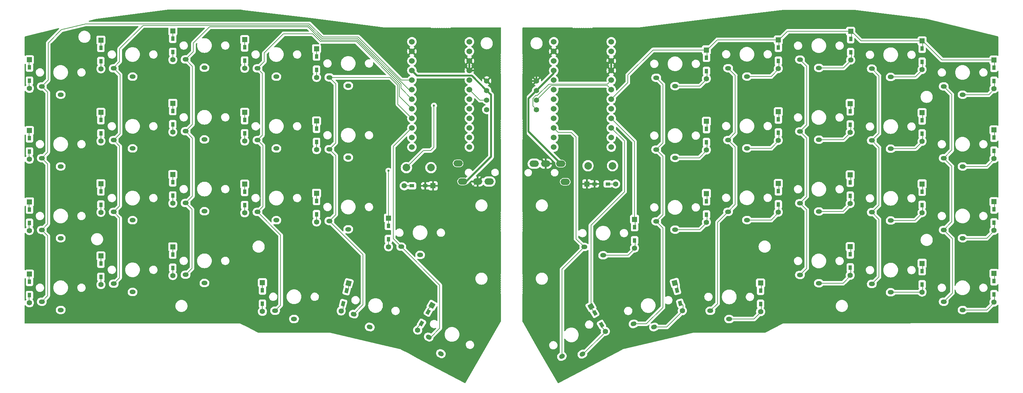
<source format=gbr>
%TF.GenerationSoftware,KiCad,Pcbnew,7.0.10*%
%TF.CreationDate,2024-09-26T01:16:29+09:00*%
%TF.ProjectId,keyboard_denchi,6b657962-6f61-4726-945f-64656e636869,rev?*%
%TF.SameCoordinates,Original*%
%TF.FileFunction,Copper,L1,Top*%
%TF.FilePolarity,Positive*%
%FSLAX46Y46*%
G04 Gerber Fmt 4.6, Leading zero omitted, Abs format (unit mm)*
G04 Created by KiCad (PCBNEW 7.0.10) date 2024-09-26 01:16:29*
%MOMM*%
%LPD*%
G01*
G04 APERTURE LIST*
G04 Aperture macros list*
%AMHorizOval*
0 Thick line with rounded ends*
0 $1 width*
0 $2 $3 position (X,Y) of the first rounded end (center of the circle)*
0 $4 $5 position (X,Y) of the second rounded end (center of the circle)*
0 Add line between two ends*
20,1,$1,$2,$3,$4,$5,0*
0 Add two circle primitives to create the rounded ends*
1,1,$1,$2,$3*
1,1,$1,$4,$5*%
%AMRotRect*
0 Rectangle, with rotation*
0 The origin of the aperture is its center*
0 $1 length*
0 $2 width*
0 $3 Rotation angle, in degrees counterclockwise*
0 Add horizontal line*
21,1,$1,$2,0,0,$3*%
G04 Aperture macros list end*
%TA.AperFunction,ComponentPad*%
%ADD10R,1.397000X1.397000*%
%TD*%
%TA.AperFunction,SMDPad,CuDef*%
%ADD11R,0.950000X1.300000*%
%TD*%
%TA.AperFunction,ComponentPad*%
%ADD12C,1.397000*%
%TD*%
%TA.AperFunction,ComponentPad*%
%ADD13HorizOval,1.200000X0.193185X0.051764X-0.193185X-0.051764X0*%
%TD*%
%TA.AperFunction,ComponentPad*%
%ADD14O,1.600000X1.200000*%
%TD*%
%TA.AperFunction,ComponentPad*%
%ADD15C,1.524000*%
%TD*%
%TA.AperFunction,ComponentPad*%
%ADD16RotRect,1.397000X1.397000X285.000000*%
%TD*%
%TA.AperFunction,SMDPad,CuDef*%
%ADD17RotRect,1.300000X0.950000X285.000000*%
%TD*%
%TA.AperFunction,ComponentPad*%
%ADD18O,2.500000X1.700000*%
%TD*%
%TA.AperFunction,ComponentPad*%
%ADD19RotRect,1.397000X1.397000X255.000000*%
%TD*%
%TA.AperFunction,SMDPad,CuDef*%
%ADD20RotRect,1.300000X0.950000X255.000000*%
%TD*%
%TA.AperFunction,ComponentPad*%
%ADD21HorizOval,1.200000X0.193185X-0.051764X-0.193185X0.051764X0*%
%TD*%
%TA.AperFunction,SMDPad,CuDef*%
%ADD22R,1.300000X0.950000*%
%TD*%
%TA.AperFunction,ComponentPad*%
%ADD23C,2.000000*%
%TD*%
%TA.AperFunction,ComponentPad*%
%ADD24RotRect,1.397000X1.397000X300.000000*%
%TD*%
%TA.AperFunction,SMDPad,CuDef*%
%ADD25RotRect,1.300000X0.950000X300.000000*%
%TD*%
%TA.AperFunction,ComponentPad*%
%ADD26HorizOval,1.200000X0.173205X0.100000X-0.173205X-0.100000X0*%
%TD*%
%TA.AperFunction,ComponentPad*%
%ADD27RotRect,1.397000X1.397000X240.000000*%
%TD*%
%TA.AperFunction,SMDPad,CuDef*%
%ADD28RotRect,1.300000X0.950000X240.000000*%
%TD*%
%TA.AperFunction,ComponentPad*%
%ADD29HorizOval,1.200000X0.173205X-0.100000X-0.173205X0.100000X0*%
%TD*%
%TA.AperFunction,ViaPad*%
%ADD30C,0.600000*%
%TD*%
%TA.AperFunction,Conductor*%
%ADD31C,0.200000*%
%TD*%
%TA.AperFunction,Conductor*%
%ADD32C,0.500000*%
%TD*%
G04 APERTURE END LIST*
D10*
%TO.P,D9,1,K*%
%TO.N,row1*%
X58166000Y-29820588D03*
D11*
X58166000Y-31855588D03*
%TO.P,D9,2,A*%
%TO.N,Net-(D9-A)*%
X58166000Y-35405588D03*
D12*
X58166000Y-37440588D03*
%TD*%
D13*
%TO.P,rSW21,1,1*%
%TO.N,rcol4*%
X161232193Y-85950826D03*
%TO.P,rSW21,2,2*%
%TO.N,Net-(rD21-A)*%
X166631224Y-86781767D03*
%TD*%
D10*
%TO.P,D1,1,K*%
%TO.N,row0*%
X1116000Y-15850588D03*
D11*
X1116000Y-17885588D03*
%TO.P,D1,2,A*%
%TO.N,Net-(D1-A)*%
X1116000Y-21435588D03*
D12*
X1116000Y-23470588D03*
%TD*%
D10*
%TO.P,rD8,1,K*%
%TO.N,rrow1*%
X218621000Y-27470500D03*
D11*
X218621000Y-29505500D03*
%TO.P,rD8,2,A*%
%TO.N,Net-(rD8-A)*%
X218621000Y-33055500D03*
D12*
X218621000Y-35090500D03*
%TD*%
D10*
%TO.P,rD11,1,K*%
%TO.N,rrow2*%
X256721000Y-53505500D03*
D11*
X256721000Y-55540500D03*
%TO.P,rD11,2,A*%
%TO.N,Net-(rD11-A)*%
X256721000Y-59090500D03*
D12*
X256721000Y-61125500D03*
%TD*%
D10*
%TO.P,rD19,1,K*%
%TO.N,rrow3*%
X218621000Y-65443500D03*
D11*
X218621000Y-67478500D03*
%TO.P,rD19,2,A*%
%TO.N,Net-(rD19-A)*%
X218621000Y-71028500D03*
D12*
X218621000Y-73063500D03*
%TD*%
D14*
%TO.P,SW5,1,1*%
%TO.N,col4*%
X80598000Y-20529000D03*
%TO.P,SW5,2,2*%
%TO.N,Net-(D5-A)*%
X85598000Y-22729000D03*
%TD*%
%TO.P,rSW18,1,1*%
%TO.N,rcol1*%
X224362000Y-75366500D03*
%TO.P,rSW18,2,2*%
%TO.N,Net-(rD18-A)*%
X229362000Y-77566500D03*
%TD*%
%TO.P,SW9,1,1*%
%TO.N,col3*%
X61548000Y-37197000D03*
%TO.P,SW9,2,2*%
%TO.N,Net-(D9-A)*%
X66548000Y-39397000D03*
%TD*%
D10*
%TO.P,rD1,1,K*%
%TO.N,rrow0*%
X256721000Y-15913500D03*
D11*
X256721000Y-17948500D03*
%TO.P,rD1,2,A*%
%TO.N,Net-(rD1-A)*%
X256721000Y-21498500D03*
D12*
X256721000Y-23533500D03*
%TD*%
D10*
%TO.P,rD2,1,K*%
%TO.N,rrow0*%
X237671000Y-10833500D03*
D11*
X237671000Y-12868500D03*
%TO.P,rD2,2,A*%
%TO.N,Net-(rD2-A)*%
X237671000Y-16418500D03*
D12*
X237671000Y-18453500D03*
%TD*%
D10*
%TO.P,D18,1,K*%
%TO.N,row3*%
X20066000Y-67920588D03*
D11*
X20066000Y-69955588D03*
%TO.P,D18,2,A*%
%TO.N,Net-(D18-A)*%
X20066000Y-73505588D03*
D12*
X20066000Y-75540588D03*
%TD*%
D15*
%TO.P,rU1,1,TX0/D3*%
%TO.N,unconnected-(rU1-TX0{slash}D3-Pad1)*%
X155321000Y-11087500D03*
%TO.P,rU1,2,RX1/D2*%
%TO.N,rdata*%
X155321000Y-13627500D03*
%TO.P,rU1,3,GND*%
%TO.N,GND*%
X155321000Y-16167500D03*
%TO.P,rU1,4,GND*%
X155321000Y-18707500D03*
%TO.P,rU1,5,2/D1/SDA*%
%TO.N,rsda*%
X155321000Y-21247500D03*
%TO.P,rU1,6,3/D0/SCL*%
%TO.N,rscl*%
X155321000Y-23787500D03*
%TO.P,rU1,7,4/D4*%
%TO.N,rrow0*%
X155321000Y-26327500D03*
%TO.P,rU1,8,5/C6*%
%TO.N,rrow1*%
X155321000Y-28867500D03*
%TO.P,rU1,9,6/D7*%
%TO.N,rrow2*%
X155321000Y-31407500D03*
%TO.P,rU1,10,7/E6*%
%TO.N,rrow3*%
X155321000Y-33947500D03*
%TO.P,rU1,11,8/B4*%
%TO.N,unconnected-(rU1-8{slash}B4-Pad11)*%
X155321000Y-36487500D03*
%TO.P,rU1,12,9/B5*%
%TO.N,unconnected-(rU1-9{slash}B5-Pad12)*%
X155321000Y-39027500D03*
%TO.P,rU1,13,B6/10*%
%TO.N,unconnected-(rU1-B6{slash}10-Pad13)*%
X140081000Y-39027500D03*
%TO.P,rU1,14,B2/16*%
%TO.N,unconnected-(rU1-B2{slash}16-Pad14)*%
X140081000Y-36487500D03*
%TO.P,rU1,15,B3/14*%
%TO.N,rcol5*%
X140081000Y-33947500D03*
%TO.P,rU1,16,B1/15*%
%TO.N,rcol4*%
X140081000Y-31407500D03*
%TO.P,rU1,17,F7/A0*%
%TO.N,rcol3*%
X140081000Y-28867500D03*
%TO.P,rU1,18,F6/A1*%
%TO.N,rcol2*%
X140081000Y-26327500D03*
%TO.P,rU1,19,F5/A2*%
%TO.N,rcol1*%
X140081000Y-23787500D03*
%TO.P,rU1,20,F4/A3*%
%TO.N,rcol0*%
X140081000Y-21247500D03*
%TO.P,rU1,21,VCC*%
%TO.N,VCC*%
X140081000Y-18707500D03*
%TO.P,rU1,22,RST*%
%TO.N,rreset*%
X140081000Y-16167500D03*
%TO.P,rU1,23,GND*%
%TO.N,GND*%
X140081000Y-13627500D03*
%TO.P,rU1,24,RAW*%
%TO.N,unconnected-(rU1-RAW-Pad24)*%
X140081000Y-11087500D03*
%TD*%
D16*
%TO.P,rD21,1,K*%
%TO.N,rrow3*%
X172168899Y-75098323D03*
D17*
X172695596Y-77063982D03*
%TO.P,rD21,2,A*%
%TO.N,Net-(rD21-A)*%
X173614404Y-80493018D03*
D12*
X174141101Y-82458677D03*
%TD*%
D14*
%TO.P,rSW12,1,1*%
%TO.N,rcol1*%
X224362000Y-56316500D03*
%TO.P,rSW12,2,2*%
%TO.N,Net-(rD12-A)*%
X229362000Y-58516500D03*
%TD*%
%TO.P,rSW17,1,1*%
%TO.N,rcol0*%
X243412000Y-80065500D03*
%TO.P,rSW17,2,2*%
%TO.N,Net-(rD17-A)*%
X248412000Y-82265500D03*
%TD*%
D10*
%TO.P,D6,1,K*%
%TO.N,row1*%
X1116000Y-34646588D03*
D11*
X1116000Y-36681588D03*
%TO.P,D6,2,A*%
%TO.N,Net-(D6-A)*%
X1116000Y-40231588D03*
D12*
X1116000Y-42266588D03*
%TD*%
D14*
%TO.P,SW6,1,1*%
%TO.N,col0*%
X4398000Y-41960000D03*
%TO.P,SW6,2,2*%
%TO.N,Net-(D6-A)*%
X9398000Y-44160000D03*
%TD*%
D10*
%TO.P,D13,1,K*%
%TO.N,row2*%
X39116000Y-46330588D03*
D11*
X39116000Y-48365588D03*
%TO.P,D13,2,A*%
%TO.N,Net-(D13-A)*%
X39116000Y-51915588D03*
D12*
X39116000Y-53950588D03*
%TD*%
D10*
%TO.P,D19,1,K*%
%TO.N,row3*%
X39116000Y-65507588D03*
D11*
X39116000Y-67542588D03*
%TO.P,D19,2,A*%
%TO.N,Net-(D19-A)*%
X39116000Y-71092588D03*
D12*
X39116000Y-73127588D03*
%TD*%
D10*
%TO.P,D8,1,K*%
%TO.N,row1*%
X39116000Y-27407588D03*
D11*
X39116000Y-29442588D03*
%TO.P,D8,2,A*%
%TO.N,Net-(D8-A)*%
X39116000Y-32992588D03*
D12*
X39116000Y-35027588D03*
%TD*%
D14*
%TO.P,rSW10,1,1*%
%TO.N,rcol4*%
X167212000Y-39679500D03*
%TO.P,rSW10,2,2*%
%TO.N,Net-(rD10-A)*%
X172212000Y-41879500D03*
%TD*%
%TO.P,rSW3,1,1*%
%TO.N,rcol2*%
X205312000Y-15803500D03*
%TO.P,rSW3,2,2*%
%TO.N,Net-(rD3-A)*%
X210312000Y-18003500D03*
%TD*%
D10*
%TO.P,D20,1,K*%
%TO.N,row3*%
X62865000Y-75032588D03*
D11*
X62865000Y-77067588D03*
%TO.P,D20,2,A*%
%TO.N,Net-(D20-A)*%
X62865000Y-80617588D03*
D12*
X62865000Y-82652588D03*
%TD*%
%TO.P,rOL1,1,SDA*%
%TO.N,rsda*%
X135509000Y-29088500D03*
%TO.P,rOL1,2,SCL*%
%TO.N,rscl*%
X135509000Y-26548500D03*
%TO.P,rOL1,3,VCC*%
%TO.N,VCC*%
X135509000Y-24008500D03*
%TO.P,rOL1,4,GND*%
%TO.N,GND*%
X135509000Y-21468500D03*
%TD*%
D10*
%TO.P,rD7,1,K*%
%TO.N,rrow1*%
X237671000Y-29883500D03*
D11*
X237671000Y-31918500D03*
%TO.P,rD7,2,A*%
%TO.N,Net-(rD7-A)*%
X237671000Y-35468500D03*
D12*
X237671000Y-37503500D03*
%TD*%
D14*
%TO.P,SW18,1,1*%
%TO.N,col1*%
X23448000Y-75297000D03*
%TO.P,SW18,2,2*%
%TO.N,Net-(D18-A)*%
X28448000Y-77497000D03*
%TD*%
D10*
%TO.P,rD17,1,K*%
%TO.N,rrow3*%
X256721000Y-72555500D03*
D11*
X256721000Y-74590500D03*
%TO.P,rD17,2,A*%
%TO.N,Net-(rD17-A)*%
X256721000Y-78140500D03*
D12*
X256721000Y-80175500D03*
%TD*%
D18*
%TO.P,J1,A*%
%TO.N,unconnected-(J1-PadA)*%
X114711000Y-43353000D03*
%TO.P,J1,B*%
%TO.N,data*%
X122911000Y-48153000D03*
%TO.P,J1,C*%
%TO.N,GND*%
X119911000Y-48153000D03*
%TO.P,J1,D*%
%TO.N,VCC*%
X115911000Y-48153000D03*
%TD*%
D14*
%TO.P,rSW20,1,1*%
%TO.N,rcol3*%
X181563000Y-82478500D03*
%TO.P,rSW20,2,2*%
%TO.N,Net-(rD20-A)*%
X186563000Y-84678500D03*
%TD*%
%TO.P,rSW11,1,1*%
%TO.N,rcol0*%
X243412000Y-61015500D03*
%TO.P,rSW11,2,2*%
%TO.N,Net-(rD11-A)*%
X248412000Y-63215500D03*
%TD*%
D10*
%TO.P,rD3,1,K*%
%TO.N,rrow0*%
X218748000Y-8293500D03*
D11*
X218748000Y-10328500D03*
%TO.P,rD3,2,A*%
%TO.N,Net-(rD3-A)*%
X218748000Y-13878500D03*
D12*
X218748000Y-15913500D03*
%TD*%
D10*
%TO.P,rD15,1,K*%
%TO.N,rrow2*%
X180521000Y-51346500D03*
D11*
X180521000Y-53381500D03*
%TO.P,rD15,2,A*%
%TO.N,Net-(rD15-A)*%
X180521000Y-56931500D03*
D12*
X180521000Y-58966500D03*
%TD*%
D19*
%TO.P,D21,1,K*%
%TO.N,row3*%
X85695101Y-75162411D03*
D20*
X85168404Y-77128070D03*
%TO.P,D21,2,A*%
%TO.N,Net-(D21-A)*%
X84249596Y-80557106D03*
D12*
X83722899Y-82522765D03*
%TD*%
D14*
%TO.P,rSW13,1,1*%
%TO.N,rcol2*%
X205312000Y-53903500D03*
%TO.P,rSW13,2,2*%
%TO.N,Net-(rD13-A)*%
X210312000Y-56103500D03*
%TD*%
D21*
%TO.P,SW21,1,1*%
%TO.N,col4*%
X87045548Y-83357135D03*
%TO.P,SW21,2,2*%
%TO.N,Net-(D21-A)*%
X91305776Y-86776267D03*
%TD*%
D14*
%TO.P,SW14,1,1*%
%TO.N,col3*%
X61548000Y-56247000D03*
%TO.P,SW14,2,2*%
%TO.N,Net-(D14-A)*%
X66548000Y-58447000D03*
%TD*%
D15*
%TO.P,U1,1,TX0/D3*%
%TO.N,unconnected-(U1-TX0{slash}D3-Pad1)*%
X117729000Y-11082000D03*
%TO.P,U1,2,RX1/D2*%
%TO.N,data*%
X117729000Y-13622000D03*
%TO.P,U1,3,GND*%
%TO.N,GND*%
X117729000Y-16162000D03*
%TO.P,U1,4,GND*%
X117729000Y-18702000D03*
%TO.P,U1,5,2/D1/SDA*%
%TO.N,sda*%
X117729000Y-21242000D03*
%TO.P,U1,6,3/D0/SCL*%
%TO.N,scl*%
X117729000Y-23782000D03*
%TO.P,U1,7,4/D4*%
%TO.N,row0*%
X117729000Y-26322000D03*
%TO.P,U1,8,5/C6*%
%TO.N,row1*%
X117729000Y-28862000D03*
%TO.P,U1,9,6/D7*%
%TO.N,row2*%
X117729000Y-31402000D03*
%TO.P,U1,10,7/E6*%
%TO.N,row3*%
X117729000Y-33942000D03*
%TO.P,U1,11,8/B4*%
%TO.N,unconnected-(U1-8{slash}B4-Pad11)*%
X117729000Y-36482000D03*
%TO.P,U1,12,9/B5*%
%TO.N,unconnected-(U1-9{slash}B5-Pad12)*%
X117729000Y-39022000D03*
%TO.P,U1,13,B6/10*%
%TO.N,unconnected-(U1-B6{slash}10-Pad13)*%
X102489000Y-39022000D03*
%TO.P,U1,14,B2/16*%
%TO.N,unconnected-(U1-B2{slash}16-Pad14)*%
X102489000Y-36482000D03*
%TO.P,U1,15,B3/14*%
%TO.N,col5*%
X102489000Y-33942000D03*
%TO.P,U1,16,B1/15*%
%TO.N,col4*%
X102489000Y-31402000D03*
%TO.P,U1,17,F7/A0*%
%TO.N,col3*%
X102489000Y-28862000D03*
%TO.P,U1,18,F6/A1*%
%TO.N,col2*%
X102489000Y-26322000D03*
%TO.P,U1,19,F5/A2*%
%TO.N,col1*%
X102489000Y-23782000D03*
%TO.P,U1,20,F4/A3*%
%TO.N,col0*%
X102489000Y-21242000D03*
%TO.P,U1,21,VCC*%
%TO.N,VCC*%
X102489000Y-18702000D03*
%TO.P,U1,22,RST*%
%TO.N,reset*%
X102489000Y-16162000D03*
%TO.P,U1,23,GND*%
%TO.N,GND*%
X102489000Y-13622000D03*
%TO.P,U1,24,RAW*%
%TO.N,unconnected-(U1-RAW-Pad24)*%
X102489000Y-11082000D03*
%TD*%
D10*
%TO.P,D15,1,K*%
%TO.N,row2*%
X77216000Y-51283588D03*
D11*
X77216000Y-53318588D03*
%TO.P,D15,2,A*%
%TO.N,Net-(D15-A)*%
X77216000Y-56868588D03*
D12*
X77216000Y-58903588D03*
%TD*%
D10*
%TO.P,D10,1,K*%
%TO.N,row1*%
X77216000Y-32106588D03*
D11*
X77216000Y-34141588D03*
%TO.P,D10,2,A*%
%TO.N,Net-(D10-A)*%
X77216000Y-37691588D03*
D12*
X77216000Y-39726588D03*
%TD*%
D10*
%TO.P,rD18,1,K*%
%TO.N,rrow3*%
X237671000Y-69888500D03*
D11*
X237671000Y-71923500D03*
%TO.P,rD18,2,A*%
%TO.N,Net-(rD18-A)*%
X237671000Y-75473500D03*
D12*
X237671000Y-77508500D03*
%TD*%
D14*
%TO.P,rSW1,1,1*%
%TO.N,rcol0*%
X243412000Y-22921000D03*
%TO.P,rSW1,2,2*%
%TO.N,Net-(rD1-A)*%
X248412000Y-25121000D03*
%TD*%
D10*
%TO.P,D16,1,K*%
%TO.N,row2*%
X96266000Y-57887588D03*
D11*
X96266000Y-59922588D03*
%TO.P,D16,2,A*%
%TO.N,Net-(D16-A)*%
X96266000Y-63472588D03*
D12*
X96266000Y-65507588D03*
%TD*%
D14*
%TO.P,rSW19,1,1*%
%TO.N,rcol2*%
X205312000Y-72953500D03*
%TO.P,rSW19,2,2*%
%TO.N,Net-(rD19-A)*%
X210312000Y-75153500D03*
%TD*%
D10*
%TO.P,D2,1,K*%
%TO.N,row0*%
X20066000Y-10643588D03*
D11*
X20066000Y-12678588D03*
%TO.P,D2,2,A*%
%TO.N,Net-(D2-A)*%
X20066000Y-16228588D03*
D12*
X20066000Y-18263588D03*
%TD*%
D18*
%TO.P,rJ1,A*%
%TO.N,unconnected-(rJ1-PadA)*%
X143099000Y-48232000D03*
%TO.P,rJ1,B*%
%TO.N,rdata*%
X134899000Y-43432000D03*
%TO.P,rJ1,C*%
%TO.N,GND*%
X137899000Y-43432000D03*
%TO.P,rJ1,D*%
%TO.N,VCC*%
X141899000Y-43432000D03*
%TD*%
D14*
%TO.P,SW16,1,1*%
%TO.N,col5*%
X99648000Y-65455000D03*
%TO.P,SW16,2,2*%
%TO.N,Net-(D16-A)*%
X104648000Y-67655000D03*
%TD*%
D10*
%TO.P,D23,1,K*%
%TO.N,GND*%
X108080000Y-49309000D03*
D22*
X106045000Y-49309000D03*
%TO.P,D23,2,A*%
%TO.N,Net-(D23-A)*%
X102495000Y-49309000D03*
D12*
X100460000Y-49309000D03*
%TD*%
D14*
%TO.P,SW12,1,1*%
%TO.N,col1*%
X23448000Y-56247000D03*
%TO.P,SW12,2,2*%
%TO.N,Net-(D12-A)*%
X28448000Y-58447000D03*
%TD*%
%TO.P,rSW15,1,1*%
%TO.N,rcol4*%
X167212000Y-58729500D03*
%TO.P,rSW15,2,2*%
%TO.N,Net-(rD15-A)*%
X172212000Y-60929500D03*
%TD*%
%TO.P,rSW8,1,1*%
%TO.N,rcol2*%
X205312000Y-34853500D03*
%TO.P,rSW8,2,2*%
%TO.N,Net-(rD8-A)*%
X210312000Y-37053500D03*
%TD*%
%TO.P,SW7,1,1*%
%TO.N,col1*%
X23448000Y-37197000D03*
%TO.P,SW7,2,2*%
%TO.N,Net-(D7-A)*%
X28448000Y-39397000D03*
%TD*%
D10*
%TO.P,rD10,1,K*%
%TO.N,rrow1*%
X180521000Y-32169500D03*
D11*
X180521000Y-34204500D03*
%TO.P,rD10,2,A*%
%TO.N,Net-(rD10-A)*%
X180521000Y-37754500D03*
D12*
X180521000Y-39789500D03*
%TD*%
D23*
%TO.P,rSW23,1,1*%
%TO.N,rreset*%
X155650000Y-43980500D03*
%TO.P,rSW23,2,2*%
%TO.N,Net-(rD23-A)*%
X149150000Y-43980500D03*
%TD*%
D24*
%TO.P,rD22,1,K*%
%TO.N,rrow3*%
X149914835Y-81321778D03*
D25*
X150932335Y-83084140D03*
%TO.P,rD22,2,A*%
%TO.N,Net-(rD22-A)*%
X152707335Y-86158530D03*
D12*
X153724835Y-87920892D03*
%TD*%
D10*
%TO.P,D3,1,K*%
%TO.N,row0*%
X39116000Y-8230588D03*
D11*
X39116000Y-10265588D03*
%TO.P,D3,2,A*%
%TO.N,Net-(D3-A)*%
X39116000Y-13815588D03*
D12*
X39116000Y-15850588D03*
%TD*%
D10*
%TO.P,D11,1,K*%
%TO.N,row2*%
X1116000Y-53569588D03*
D11*
X1116000Y-55604588D03*
%TO.P,D11,2,A*%
%TO.N,Net-(D11-A)*%
X1116000Y-59154588D03*
D12*
X1116000Y-61189588D03*
%TD*%
D14*
%TO.P,rSW7,1,1*%
%TO.N,rcol1*%
X224362000Y-37266500D03*
%TO.P,rSW7,2,2*%
%TO.N,Net-(rD7-A)*%
X229362000Y-39466500D03*
%TD*%
%TO.P,rSW2,1,1*%
%TO.N,rcol1*%
X224362000Y-18216500D03*
%TO.P,rSW2,2,2*%
%TO.N,Net-(rD2-A)*%
X229362000Y-20416500D03*
%TD*%
%TO.P,SW8,1,1*%
%TO.N,col2*%
X42498000Y-34818000D03*
%TO.P,SW8,2,2*%
%TO.N,Net-(D8-A)*%
X47498000Y-37018000D03*
%TD*%
D10*
%TO.P,rD13,1,K*%
%TO.N,rrow2*%
X218621000Y-46393500D03*
D11*
X218621000Y-48428500D03*
%TO.P,rD13,2,A*%
%TO.N,Net-(rD13-A)*%
X218621000Y-51978500D03*
D12*
X218621000Y-54013500D03*
%TD*%
D10*
%TO.P,rD20,1,K*%
%TO.N,rrow3*%
X194872000Y-75095500D03*
D11*
X194872000Y-77130500D03*
%TO.P,rD20,2,A*%
%TO.N,Net-(rD20-A)*%
X194872000Y-80680500D03*
D12*
X194872000Y-82715500D03*
%TD*%
D14*
%TO.P,SW2,1,1*%
%TO.N,col1*%
X23448000Y-18147000D03*
%TO.P,SW2,2,2*%
%TO.N,Net-(D2-A)*%
X28448000Y-20347000D03*
%TD*%
%TO.P,rSW9,1,1*%
%TO.N,rcol3*%
X186262000Y-37139500D03*
%TO.P,rSW9,2,2*%
%TO.N,Net-(rD9-A)*%
X191262000Y-39339500D03*
%TD*%
%TO.P,SW15,1,1*%
%TO.N,col4*%
X80598000Y-58629000D03*
%TO.P,SW15,2,2*%
%TO.N,Net-(D15-A)*%
X85598000Y-60829000D03*
%TD*%
D10*
%TO.P,D17,1,K*%
%TO.N,row3*%
X1116000Y-72746588D03*
D11*
X1116000Y-74781588D03*
%TO.P,D17,2,A*%
%TO.N,Net-(D17-A)*%
X1116000Y-78331588D03*
D12*
X1116000Y-80366588D03*
%TD*%
D14*
%TO.P,SW13,1,1*%
%TO.N,col2*%
X42498000Y-53868000D03*
%TO.P,SW13,2,2*%
%TO.N,Net-(D13-A)*%
X47498000Y-56068000D03*
%TD*%
D26*
%TO.P,rSW22,1,1*%
%TO.N,rcol5*%
X142230265Y-94585402D03*
%TO.P,rSW22,2,2*%
%TO.N,Net-(rD22-A)*%
X147660392Y-93990658D03*
%TD*%
D10*
%TO.P,rD6,1,K*%
%TO.N,rrow1*%
X256721000Y-34455500D03*
D11*
X256721000Y-36490500D03*
%TO.P,rD6,2,A*%
%TO.N,Net-(rD6-A)*%
X256721000Y-40040500D03*
D12*
X256721000Y-42075500D03*
%TD*%
D10*
%TO.P,rD9,1,K*%
%TO.N,rrow1*%
X199571000Y-29629500D03*
D11*
X199571000Y-31664500D03*
%TO.P,rD9,2,A*%
%TO.N,Net-(rD9-A)*%
X199571000Y-35214500D03*
D12*
X199571000Y-37249500D03*
%TD*%
D14*
%TO.P,rSW5,1,1*%
%TO.N,rcol4*%
X167212000Y-20629500D03*
%TO.P,rSW5,2,2*%
%TO.N,Net-(rD5-A)*%
X172212000Y-22829500D03*
%TD*%
%TO.P,SW4,1,1*%
%TO.N,col3*%
X61548000Y-18147000D03*
%TO.P,SW4,2,2*%
%TO.N,Net-(D4-A)*%
X66548000Y-20347000D03*
%TD*%
%TO.P,SW17,1,1*%
%TO.N,col0*%
X4398000Y-80060000D03*
%TO.P,SW17,2,2*%
%TO.N,Net-(D17-A)*%
X9398000Y-82260000D03*
%TD*%
D10*
%TO.P,rD14,1,K*%
%TO.N,rrow2*%
X199571000Y-48679500D03*
D11*
X199571000Y-50714500D03*
%TO.P,rD14,2,A*%
%TO.N,Net-(rD14-A)*%
X199571000Y-54264500D03*
D12*
X199571000Y-56299500D03*
%TD*%
D14*
%TO.P,rSW6,1,1*%
%TO.N,rcol0*%
X243412000Y-41965500D03*
%TO.P,rSW6,2,2*%
%TO.N,Net-(rD6-A)*%
X248412000Y-44165500D03*
%TD*%
D27*
%TO.P,D22,1,K*%
%TO.N,row3*%
X107822166Y-81004866D03*
D28*
X106804666Y-82767228D03*
%TO.P,D22,2,A*%
%TO.N,Net-(D22-A)*%
X105029666Y-85841618D03*
D12*
X104012166Y-87603980D03*
%TD*%
D14*
%TO.P,SW10,1,1*%
%TO.N,col4*%
X80598000Y-39579000D03*
%TO.P,SW10,2,2*%
%TO.N,Net-(D10-A)*%
X85598000Y-41779000D03*
%TD*%
D23*
%TO.P,SW23,1,1*%
%TO.N,reset*%
X101017000Y-44483000D03*
%TO.P,SW23,2,2*%
%TO.N,Net-(D23-A)*%
X107517000Y-44483000D03*
%TD*%
D14*
%TO.P,rSW4,1,1*%
%TO.N,rcol3*%
X186262000Y-18089500D03*
%TO.P,rSW4,2,2*%
%TO.N,Net-(rD4-A)*%
X191262000Y-20289500D03*
%TD*%
D10*
%TO.P,rD12,1,K*%
%TO.N,rrow2*%
X237671000Y-48806500D03*
D11*
X237671000Y-50841500D03*
%TO.P,rD12,2,A*%
%TO.N,Net-(rD12-A)*%
X237671000Y-54391500D03*
D12*
X237671000Y-56426500D03*
%TD*%
D10*
%TO.P,D5,1,K*%
%TO.N,row0*%
X77216000Y-12929588D03*
D11*
X77216000Y-14964588D03*
%TO.P,D5,2,A*%
%TO.N,Net-(D5-A)*%
X77216000Y-18514588D03*
D12*
X77216000Y-20549588D03*
%TD*%
D29*
%TO.P,SW22,1,1*%
%TO.N,col5*%
X106919481Y-89452902D03*
%TO.P,SW22,2,2*%
%TO.N,Net-(D22-A)*%
X110149608Y-93858158D03*
%TD*%
D14*
%TO.P,SW1,1,1*%
%TO.N,col0*%
X4398000Y-22910000D03*
%TO.P,SW1,2,2*%
%TO.N,Net-(D1-A)*%
X9398000Y-25110000D03*
%TD*%
D10*
%TO.P,D14,1,K*%
%TO.N,row2*%
X58166000Y-48870588D03*
D11*
X58166000Y-50905588D03*
%TO.P,D14,2,A*%
%TO.N,Net-(D14-A)*%
X58166000Y-54455588D03*
D12*
X58166000Y-56490588D03*
%TD*%
D10*
%TO.P,D4,1,K*%
%TO.N,row0*%
X58166000Y-10516588D03*
D11*
X58166000Y-12551588D03*
%TO.P,D4,2,A*%
%TO.N,Net-(D4-A)*%
X58166000Y-16101588D03*
D12*
X58166000Y-18136588D03*
%TD*%
D10*
%TO.P,rD23,1,K*%
%TO.N,GND*%
X148844000Y-48806500D03*
D22*
X150879000Y-48806500D03*
%TO.P,rD23,2,A*%
%TO.N,Net-(rD23-A)*%
X154429000Y-48806500D03*
D12*
X156464000Y-48806500D03*
%TD*%
D14*
%TO.P,SW3,1,1*%
%TO.N,col2*%
X42498000Y-15768000D03*
%TO.P,SW3,2,2*%
%TO.N,Net-(D3-A)*%
X47498000Y-17968000D03*
%TD*%
D10*
%TO.P,D7,1,K*%
%TO.N,row1*%
X20066000Y-29820588D03*
D11*
X20066000Y-31855588D03*
%TO.P,D7,2,A*%
%TO.N,Net-(D7-A)*%
X20066000Y-35405588D03*
D12*
X20066000Y-37440588D03*
%TD*%
D14*
%TO.P,SW19,1,1*%
%TO.N,col2*%
X42498000Y-72918000D03*
%TO.P,SW19,2,2*%
%TO.N,Net-(D19-A)*%
X47498000Y-75118000D03*
%TD*%
%TO.P,rSW16,1,1*%
%TO.N,rcol5*%
X148162000Y-65555500D03*
%TO.P,rSW16,2,2*%
%TO.N,Net-(rD16-A)*%
X153162000Y-67755500D03*
%TD*%
D10*
%TO.P,rD4,1,K*%
%TO.N,rrow0*%
X199571000Y-10579500D03*
D11*
X199571000Y-12614500D03*
%TO.P,rD4,2,A*%
%TO.N,Net-(rD4-A)*%
X199571000Y-16164500D03*
D12*
X199571000Y-18199500D03*
%TD*%
D10*
%TO.P,rD5,1,K*%
%TO.N,rrow0*%
X180521000Y-13246500D03*
D11*
X180521000Y-15281500D03*
%TO.P,rD5,2,A*%
%TO.N,Net-(rD5-A)*%
X180521000Y-18831500D03*
D12*
X180521000Y-20866500D03*
%TD*%
D10*
%TO.P,D12,1,K*%
%TO.N,row2*%
X20066000Y-48743588D03*
D11*
X20066000Y-50778588D03*
%TO.P,D12,2,A*%
%TO.N,Net-(D12-A)*%
X20066000Y-54328588D03*
D12*
X20066000Y-56363588D03*
%TD*%
D14*
%TO.P,rSW14,1,1*%
%TO.N,rcol3*%
X186262000Y-56189500D03*
%TO.P,rSW14,2,2*%
%TO.N,Net-(rD14-A)*%
X191262000Y-58389500D03*
%TD*%
%TO.P,SW20,1,1*%
%TO.N,col3*%
X66232000Y-82458000D03*
%TO.P,SW20,2,2*%
%TO.N,Net-(D20-A)*%
X71232000Y-84658000D03*
%TD*%
D10*
%TO.P,rD16,1,K*%
%TO.N,rrow2*%
X161471000Y-58204500D03*
D11*
X161471000Y-60239500D03*
%TO.P,rD16,2,A*%
%TO.N,Net-(rD16-A)*%
X161471000Y-63789500D03*
D12*
X161471000Y-65824500D03*
%TD*%
D14*
%TO.P,SW11,1,1*%
%TO.N,col0*%
X4398000Y-61010000D03*
%TO.P,SW11,2,2*%
%TO.N,Net-(D11-A)*%
X9398000Y-63210000D03*
%TD*%
D12*
%TO.P,OL1,1,SDA*%
%TO.N,sda*%
X122301000Y-29083000D03*
%TO.P,OL1,2,SCL*%
%TO.N,scl*%
X122301000Y-26543000D03*
%TO.P,OL1,3,VCC*%
%TO.N,VCC*%
X122301000Y-24003000D03*
%TO.P,OL1,4,GND*%
%TO.N,GND*%
X122301000Y-21463000D03*
%TD*%
D30*
%TO.N,row2*%
X96266000Y-45314588D03*
%TO.N,reset*%
X108331000Y-28042588D03*
%TD*%
D31*
%TO.N,row0*%
X1016000Y-15850588D02*
X1016000Y-17885588D01*
X39116000Y-8230588D02*
X39116000Y-10265588D01*
X58166000Y-12551588D02*
X58166000Y-10516588D01*
X77216000Y-12929588D02*
X77216000Y-14964588D01*
X20066000Y-12678588D02*
X20066000Y-10643588D01*
%TO.N,Net-(D1-A)*%
X1016000Y-21435588D02*
X1016000Y-23470588D01*
%TO.N,Net-(D2-A)*%
X20066000Y-18263588D02*
X20066000Y-16228588D01*
%TO.N,Net-(D3-A)*%
X39116000Y-13815588D02*
X39116000Y-15850588D01*
%TO.N,Net-(D4-A)*%
X58166000Y-18136588D02*
X58166000Y-16101588D01*
%TO.N,Net-(D5-A)*%
X77216000Y-18514588D02*
X77216000Y-20549588D01*
%TO.N,row1*%
X39116000Y-27407588D02*
X39116000Y-29442588D01*
X1016000Y-34646588D02*
X1016000Y-36681588D01*
X20066000Y-31855588D02*
X20066000Y-29820588D01*
X77216000Y-32106588D02*
X77216000Y-34141588D01*
X58166000Y-31855588D02*
X58166000Y-29820588D01*
%TO.N,Net-(D6-A)*%
X1016000Y-40231588D02*
X1016000Y-42266588D01*
%TO.N,Net-(D7-A)*%
X20066000Y-37440588D02*
X20066000Y-35405588D01*
%TO.N,Net-(D8-A)*%
X39116000Y-32992588D02*
X39116000Y-35027588D01*
%TO.N,Net-(D9-A)*%
X58166000Y-37440588D02*
X58166000Y-35405588D01*
%TO.N,Net-(D10-A)*%
X77216000Y-37691588D02*
X77216000Y-39726588D01*
%TO.N,row2*%
X96266000Y-45314588D02*
X96266000Y-57887588D01*
X58166000Y-50905588D02*
X58166000Y-48870588D01*
X39116000Y-46330588D02*
X39116000Y-48365588D01*
X20066000Y-50778588D02*
X20066000Y-48743588D01*
X96266000Y-59922588D02*
X96266000Y-57887588D01*
X1016000Y-53569588D02*
X1016000Y-55604588D01*
X77216000Y-51283588D02*
X77216000Y-53318588D01*
%TO.N,Net-(D11-A)*%
X1016000Y-59154588D02*
X1016000Y-61189588D01*
%TO.N,Net-(D12-A)*%
X20066000Y-56363588D02*
X20066000Y-54328588D01*
%TO.N,Net-(D13-A)*%
X39116000Y-51915588D02*
X39116000Y-53950588D01*
%TO.N,Net-(D14-A)*%
X58166000Y-56490588D02*
X58166000Y-54455588D01*
%TO.N,Net-(D15-A)*%
X77216000Y-56868588D02*
X77216000Y-58903588D01*
%TO.N,Net-(D16-A)*%
X96266000Y-63472588D02*
X96266000Y-65507588D01*
%TO.N,row3*%
X20066000Y-69955588D02*
X20066000Y-67920588D01*
X39116000Y-65507588D02*
X39116000Y-67542588D01*
X106804666Y-82022366D02*
X106804666Y-82767228D01*
X62865000Y-75032588D02*
X62865000Y-77067588D01*
X107822166Y-81004866D02*
X106804666Y-82022366D01*
X85695101Y-76601373D02*
X85168404Y-77128070D01*
X1016000Y-72746588D02*
X1016000Y-74781588D01*
X85695101Y-75162411D02*
X85695101Y-76601373D01*
%TO.N,Net-(D17-A)*%
X1016000Y-78331588D02*
X1016000Y-80366588D01*
%TO.N,Net-(D18-A)*%
X20066000Y-75540588D02*
X20066000Y-73505588D01*
%TO.N,Net-(D19-A)*%
X39116000Y-71092588D02*
X39116000Y-73127588D01*
%TO.N,Net-(D20-A)*%
X62865000Y-80617588D02*
X62865000Y-82652588D01*
%TO.N,Net-(D21-A)*%
X84249596Y-80557106D02*
X84249596Y-81996068D01*
X84249596Y-81996068D02*
X83722899Y-82522765D01*
%TO.N,Net-(D22-A)*%
X104012166Y-86859118D02*
X104012166Y-87603980D01*
X105029666Y-85841618D02*
X104012166Y-86859118D01*
D32*
%TO.N,GND*%
X116528588Y-14961588D02*
X103828588Y-14961588D01*
D31*
X108080000Y-49309000D02*
X108149588Y-49378588D01*
D32*
X133607000Y-21468500D02*
X135509000Y-21468500D01*
X132668000Y-22407500D02*
X133607000Y-21468500D01*
X155321000Y-16167500D02*
X154796000Y-16692500D01*
X125222000Y-42842000D02*
X125222000Y-24359588D01*
X125222000Y-24359588D02*
X122325412Y-21463000D01*
X119911000Y-48153000D02*
X125222000Y-42842000D01*
X117729000Y-16162000D02*
X116528588Y-14961588D01*
X135509000Y-21468500D02*
X135509000Y-18199500D01*
X119540000Y-18702000D02*
X117729000Y-18702000D01*
D31*
X108149588Y-49378588D02*
X118685412Y-49378588D01*
D32*
X103828588Y-14961588D02*
X102489000Y-13622000D01*
X132668000Y-38201000D02*
X132668000Y-22407500D01*
X155321000Y-16167500D02*
X155321000Y-18707500D01*
X143146000Y-16692500D02*
X140081000Y-13627500D01*
D31*
X106045000Y-49309000D02*
X108080000Y-49309000D01*
D32*
X154796000Y-16692500D02*
X143146000Y-16692500D01*
X137899000Y-43432000D02*
X132668000Y-38201000D01*
X117729000Y-18702000D02*
X117729000Y-16162000D01*
X122301000Y-21463000D02*
X119540000Y-18702000D01*
X135509000Y-18199500D02*
X140081000Y-13627500D01*
X122325412Y-21463000D02*
X122301000Y-21463000D01*
D31*
X150879000Y-48806500D02*
X148844000Y-48806500D01*
X118685412Y-49378588D02*
X119911000Y-48153000D01*
%TO.N,Net-(D23-A)*%
X100460000Y-49309000D02*
X102495000Y-49309000D01*
D32*
%TO.N,VCC*%
X135509000Y-24008500D02*
X135509000Y-23503500D01*
X118328000Y-20030000D02*
X103817000Y-20030000D01*
X133368000Y-34901000D02*
X133368000Y-26149500D01*
X116878767Y-48153000D02*
X123449500Y-41582267D01*
X122301000Y-24003000D02*
X118328000Y-20030000D01*
X141899000Y-43432000D02*
X133368000Y-34901000D01*
X135509000Y-24008500D02*
X140081000Y-19436500D01*
X123449500Y-25151500D02*
X122301000Y-24003000D01*
X140081000Y-19436500D02*
X140081000Y-18707500D01*
X123449500Y-41582267D02*
X123449500Y-25151500D01*
X115911000Y-48153000D02*
X116878767Y-48153000D01*
X103817000Y-20030000D02*
X102489000Y-18702000D01*
X133368000Y-26149500D02*
X135509000Y-24008500D01*
D31*
%TO.N,scl*%
X120490000Y-26543000D02*
X117729000Y-23782000D01*
X122301000Y-26543000D02*
X120490000Y-26543000D01*
%TO.N,col0*%
X5969000Y-59439000D02*
X4398000Y-61010000D01*
X78798372Y-9824588D02*
X75299370Y-6325588D01*
X6096000Y-21212000D02*
X4398000Y-22910000D01*
X15997578Y-6325588D02*
X9597253Y-7904335D01*
X4398000Y-22910000D02*
X5969000Y-24481000D01*
X5969000Y-43531000D02*
X5969000Y-59439000D01*
X88265683Y-9824588D02*
X78798372Y-9824588D01*
X9597253Y-7904335D02*
X6096000Y-11405588D01*
X5969000Y-40389000D02*
X4398000Y-41960000D01*
X5969000Y-78489000D02*
X4398000Y-80060000D01*
X102489000Y-21242000D02*
X99683098Y-21242000D01*
X75299370Y-6325588D02*
X15997578Y-6325588D01*
X4398000Y-61010000D02*
X5969000Y-62581000D01*
X5969000Y-62581000D02*
X5969000Y-78489000D01*
X99683098Y-21242000D02*
X88265683Y-9824588D01*
X6096000Y-11405588D02*
X6096000Y-21212000D01*
X5969000Y-24481000D02*
X5969000Y-40389000D01*
X4398000Y-41960000D02*
X5969000Y-43531000D01*
%TO.N,col1*%
X25019000Y-73726000D02*
X23448000Y-75297000D01*
X25019000Y-12929588D02*
X25019000Y-16358588D01*
X101657412Y-23782000D02*
X88099998Y-10224588D01*
X23448000Y-37197000D02*
X25019000Y-38768000D01*
X75133685Y-6725588D02*
X31223000Y-6725588D01*
X88099998Y-10224588D02*
X78632686Y-10224588D01*
X25146000Y-19845000D02*
X25146000Y-35499000D01*
X25019000Y-57818000D02*
X25019000Y-73726000D01*
X23448000Y-56247000D02*
X25019000Y-57818000D01*
X25146000Y-35499000D02*
X23448000Y-37197000D01*
X78632686Y-10224588D02*
X75133685Y-6725588D01*
X23448000Y-17929588D02*
X23448000Y-18147000D01*
X25019000Y-38768000D02*
X25019000Y-54676000D01*
X23448000Y-18147000D02*
X25146000Y-19845000D01*
X31223000Y-6725588D02*
X25019000Y-12929588D01*
X25019000Y-16358588D02*
X23448000Y-17929588D01*
X25019000Y-54676000D02*
X23448000Y-56247000D01*
X102489000Y-23782000D02*
X101657412Y-23782000D01*
%TO.N,col2*%
X42498000Y-53868000D02*
X44196000Y-55566000D01*
X102489000Y-26322000D02*
X99568000Y-23401000D01*
X99568000Y-23401000D02*
X99568000Y-22258274D01*
X44323000Y-52043000D02*
X42498000Y-53868000D01*
X44196000Y-71220000D02*
X42498000Y-72918000D01*
X48857000Y-7125588D02*
X44577000Y-11405588D01*
X99568000Y-22258274D02*
X87934313Y-10624588D01*
X44577000Y-11405588D02*
X44577000Y-13689000D01*
X44323000Y-17593000D02*
X44323000Y-32993000D01*
X78467000Y-10624588D02*
X74968000Y-7125588D01*
X44323000Y-36643000D02*
X44323000Y-52043000D01*
X42498000Y-34818000D02*
X44323000Y-36643000D01*
X42498000Y-15768000D02*
X44323000Y-17593000D01*
X44196000Y-55566000D02*
X44196000Y-71220000D01*
X44323000Y-32993000D02*
X42498000Y-34818000D01*
X44577000Y-13689000D02*
X42498000Y-15768000D01*
X87934313Y-10624588D02*
X78467000Y-10624588D01*
X74968000Y-7125588D02*
X48857000Y-7125588D01*
%TO.N,col3*%
X61548000Y-37197000D02*
X62992000Y-38641000D01*
X63373000Y-16322000D02*
X61548000Y-18147000D01*
X68453000Y-8992588D02*
X63373000Y-14072588D01*
X78232000Y-11024588D02*
X76200000Y-8992588D01*
X62992000Y-38641000D02*
X62992000Y-54803000D01*
X67691000Y-62390000D02*
X67691000Y-80999000D01*
X87768628Y-11024588D02*
X78232000Y-11024588D01*
X102489000Y-28862000D02*
X99168000Y-25541000D01*
X76200000Y-8992588D02*
X68453000Y-8992588D01*
X62865000Y-19464000D02*
X62865000Y-35880000D01*
X61548000Y-18147000D02*
X62865000Y-19464000D01*
X62992000Y-54803000D02*
X61548000Y-56247000D01*
X61548000Y-56247000D02*
X67691000Y-62390000D01*
X67691000Y-80999000D02*
X66232000Y-82458000D01*
X63373000Y-14072588D02*
X63373000Y-16322000D01*
X99168000Y-25541000D02*
X99168000Y-22423960D01*
X99168000Y-22423960D02*
X87768628Y-11024588D01*
X62865000Y-35880000D02*
X61548000Y-37197000D01*
%TO.N,col4*%
X82296000Y-22227000D02*
X82296000Y-37881000D01*
X82296000Y-37881000D02*
X80598000Y-39579000D01*
X80598000Y-39579000D02*
X82296000Y-41277000D01*
X80598000Y-20529000D02*
X82296000Y-22227000D01*
X89535000Y-80874588D02*
X87052453Y-83357135D01*
X98768000Y-27681000D02*
X98768000Y-22589646D01*
X87052453Y-83357135D02*
X87045548Y-83357135D01*
X82296000Y-41277000D02*
X82296000Y-56931000D01*
X89535000Y-67566000D02*
X89535000Y-80874588D01*
X80598000Y-58629000D02*
X89535000Y-67566000D01*
X82296000Y-56931000D02*
X80598000Y-58629000D01*
X98768000Y-22589646D02*
X96707354Y-20529000D01*
X96707354Y-20529000D02*
X80598000Y-20529000D01*
X102489000Y-31402000D02*
X98768000Y-27681000D01*
%TO.N,col5*%
X99648000Y-65455000D02*
X109855000Y-75662000D01*
X109855000Y-87097588D02*
X107499686Y-89452902D01*
X107499686Y-89452902D02*
X106919481Y-89452902D01*
X97536000Y-38895000D02*
X97536000Y-63343000D01*
X109855000Y-75662000D02*
X109855000Y-87097588D01*
X102489000Y-33942000D02*
X97536000Y-38895000D01*
X97536000Y-63343000D02*
X99648000Y-65455000D01*
%TO.N,reset*%
X107442000Y-39980588D02*
X105519412Y-39980588D01*
X108331000Y-39091588D02*
X107442000Y-39980588D01*
X108331000Y-28042588D02*
X108331000Y-39091588D01*
X105519412Y-39980588D02*
X101017000Y-44483000D01*
%TO.N,rsda*%
X134510500Y-26134907D02*
X135316907Y-25328500D01*
X154259000Y-22309500D02*
X155321000Y-21247500D01*
X135716000Y-25328500D02*
X138735000Y-22309500D01*
X135509000Y-29088500D02*
X134510500Y-28090000D01*
X134510500Y-28090000D02*
X134510500Y-26134907D01*
X135316907Y-25328500D02*
X135716000Y-25328500D01*
X138735000Y-22309500D02*
X154259000Y-22309500D01*
%TO.N,rscl*%
X154243000Y-22709500D02*
X155321000Y-23787500D01*
X139348000Y-22709500D02*
X154243000Y-22709500D01*
X135509000Y-26548500D02*
X139348000Y-22709500D01*
%TO.N,rrow0*%
X159719000Y-21899500D02*
X155321000Y-26297500D01*
X155321000Y-26297500D02*
X155321000Y-26327500D01*
X256921000Y-15913500D02*
X242951000Y-15913500D01*
X237871000Y-12868500D02*
X237871000Y-10833500D01*
X237871000Y-10833500D02*
X221488000Y-10833500D01*
X180721000Y-13246500D02*
X166340000Y-13246500D01*
X242951000Y-15913500D02*
X237871000Y-10833500D01*
X218948000Y-8293500D02*
X218948000Y-7849500D01*
X202057000Y-8293500D02*
X199771000Y-10579500D01*
X218948000Y-10328500D02*
X218948000Y-8293500D01*
X183388000Y-10579500D02*
X180721000Y-13246500D01*
X199771000Y-10579500D02*
X183388000Y-10579500D01*
X180721000Y-15281500D02*
X180721000Y-13246500D01*
X221488000Y-10833500D02*
X218948000Y-8293500D01*
X256921000Y-17948500D02*
X256921000Y-15913500D01*
X159719000Y-19867500D02*
X159719000Y-21899500D01*
X166340000Y-13246500D02*
X159719000Y-19867500D01*
X218948000Y-7849500D02*
X218901000Y-7802500D01*
X199771000Y-12614500D02*
X199771000Y-10579500D01*
X218948000Y-8293500D02*
X202057000Y-8293500D01*
%TO.N,rrow1*%
X199771000Y-31664500D02*
X199771000Y-29629500D01*
X256921000Y-36490500D02*
X256921000Y-34455500D01*
X237871000Y-31918500D02*
X237871000Y-29883500D01*
X218821000Y-29505500D02*
X218821000Y-27470500D01*
X180721000Y-34204500D02*
X180721000Y-32169500D01*
%TO.N,rrow2*%
X218821000Y-48428500D02*
X218821000Y-46393500D01*
X256921000Y-55540500D02*
X256921000Y-53505500D01*
X180721000Y-53381500D02*
X180721000Y-51346500D01*
X161471000Y-58204500D02*
X161471000Y-37557500D01*
X199771000Y-50714500D02*
X199771000Y-48679500D01*
X237871000Y-48806500D02*
X237871000Y-50841500D01*
X161471000Y-37557500D02*
X155321000Y-31407500D01*
X161671000Y-60239500D02*
X161671000Y-58204500D01*
%TO.N,rrow3*%
X172895596Y-75625020D02*
X172368899Y-75098323D01*
X149914835Y-59770665D02*
X158830000Y-50855500D01*
X149914835Y-81321778D02*
X149914835Y-59770665D01*
X218821000Y-67478500D02*
X218821000Y-65443500D01*
X158830000Y-50855500D02*
X158830000Y-37456500D01*
X151132335Y-83084140D02*
X150114835Y-82066640D01*
X237871000Y-71923500D02*
X237871000Y-69888500D01*
X158830000Y-37456500D02*
X155321000Y-33947500D01*
X150114835Y-82066640D02*
X150114835Y-81321778D01*
X172895596Y-77063982D02*
X172895596Y-75625020D01*
X256921000Y-74590500D02*
X256921000Y-72555500D01*
X195072000Y-77130500D02*
X195072000Y-75095500D01*
%TO.N,rcol5*%
X140081000Y-33947500D02*
X141241000Y-35107500D01*
X144733000Y-35107500D02*
X146003000Y-36377500D01*
X148162000Y-65555500D02*
X142230265Y-71487235D01*
X141241000Y-35107500D02*
X144733000Y-35107500D01*
X146003000Y-63396500D02*
X148162000Y-65555500D01*
X146003000Y-36377500D02*
X146003000Y-63396500D01*
X142230265Y-71487235D02*
X142230265Y-94585402D01*
%TO.N,rcol4*%
X168990000Y-60507500D02*
X168990000Y-81589500D01*
X168990000Y-37901500D02*
X167212000Y-39679500D01*
X167212000Y-58729500D02*
X168990000Y-60507500D01*
X168990000Y-81589500D02*
X164628674Y-85950826D01*
X167212000Y-20629500D02*
X168990000Y-22407500D01*
X168990000Y-41457500D02*
X168990000Y-56951500D01*
X168990000Y-22407500D02*
X168990000Y-37901500D01*
X168990000Y-56951500D02*
X167212000Y-58729500D01*
X167212000Y-39679500D02*
X168990000Y-41457500D01*
X164628674Y-85950826D02*
X161232193Y-85950826D01*
%TO.N,rcol3*%
X186262000Y-37139500D02*
X188167000Y-39044500D01*
X183468000Y-80573500D02*
X181563000Y-82478500D01*
X186262000Y-56189500D02*
X183468000Y-58983500D01*
X188167000Y-35234500D02*
X186262000Y-37139500D01*
X188167000Y-39044500D02*
X188167000Y-54284500D01*
X188167000Y-19994500D02*
X188167000Y-35234500D01*
X183468000Y-58983500D02*
X183468000Y-80573500D01*
X186262000Y-18089500D02*
X188167000Y-19994500D01*
X188167000Y-54284500D02*
X186262000Y-56189500D01*
%TO.N,rcol2*%
X207090000Y-17581500D02*
X207090000Y-33075500D01*
X205312000Y-15803500D02*
X207090000Y-17581500D01*
X207090000Y-52125500D02*
X205312000Y-53903500D01*
X207090000Y-36631500D02*
X207090000Y-52125500D01*
X207090000Y-55681500D02*
X207090000Y-71175500D01*
X205312000Y-34853500D02*
X207090000Y-36631500D01*
X207090000Y-71175500D02*
X205312000Y-72953500D01*
X205312000Y-53903500D02*
X207090000Y-55681500D01*
X207090000Y-33075500D02*
X205312000Y-34853500D01*
%TO.N,rcol1*%
X226267000Y-39171500D02*
X226267000Y-54411500D01*
X226267000Y-73461500D02*
X224362000Y-75366500D01*
X226267000Y-20121500D02*
X226267000Y-35361500D01*
X224362000Y-18216500D02*
X226267000Y-20121500D01*
X224362000Y-56316500D02*
X226267000Y-58221500D01*
X226267000Y-58221500D02*
X226267000Y-73461500D01*
X224362000Y-37266500D02*
X226267000Y-39171500D01*
X226267000Y-35361500D02*
X224362000Y-37266500D01*
X226267000Y-54411500D02*
X224362000Y-56316500D01*
%TO.N,rcol0*%
X243412000Y-22921000D02*
X245571000Y-25080000D01*
X243412000Y-61015500D02*
X245698000Y-63301500D01*
X245571000Y-44124500D02*
X245571000Y-58856500D01*
X245571000Y-39806500D02*
X243412000Y-41965500D01*
X245571000Y-25080000D02*
X245571000Y-39806500D01*
X243412000Y-41965500D02*
X245571000Y-44124500D01*
X245698000Y-77779500D02*
X243412000Y-80065500D01*
X245698000Y-63301500D02*
X245698000Y-77779500D01*
X245571000Y-58856500D02*
X243412000Y-61015500D01*
%TO.N,Net-(rD1-A)*%
X255333500Y-25121000D02*
X256921000Y-23533500D01*
X248412000Y-25121000D02*
X255333500Y-25121000D01*
X256921000Y-23533500D02*
X256921000Y-21498500D01*
%TO.N,Net-(rD2-A)*%
X237871000Y-18453500D02*
X237871000Y-16418500D01*
X235908000Y-20416500D02*
X237871000Y-18453500D01*
X229362000Y-20416500D02*
X235908000Y-20416500D01*
%TO.N,Net-(rD3-A)*%
X216858000Y-18003500D02*
X218948000Y-15913500D01*
X210312000Y-18003500D02*
X216858000Y-18003500D01*
X218948000Y-15913500D02*
X218948000Y-13878500D01*
%TO.N,Net-(rD4-A)*%
X199771000Y-18199500D02*
X199771000Y-16164500D01*
X191262000Y-20289500D02*
X197681000Y-20289500D01*
X197681000Y-20289500D02*
X199771000Y-18199500D01*
%TO.N,Net-(rD5-A)*%
X172212000Y-22829500D02*
X178758000Y-22829500D01*
X180721000Y-20866500D02*
X180721000Y-18831500D01*
X178758000Y-22829500D02*
X180721000Y-20866500D01*
%TO.N,Net-(rD6-A)*%
X256921000Y-42075500D02*
X256921000Y-40040500D01*
X248412000Y-44165500D02*
X254831000Y-44165500D01*
X254831000Y-44165500D02*
X256921000Y-42075500D01*
%TO.N,Net-(rD7-A)*%
X229362000Y-39466500D02*
X235908000Y-39466500D01*
X235908000Y-39466500D02*
X237871000Y-37503500D01*
X237871000Y-37503500D02*
X237871000Y-35468500D01*
%TO.N,Net-(rD8-A)*%
X216858000Y-37053500D02*
X218821000Y-35090500D01*
X218821000Y-35090500D02*
X218821000Y-33055500D01*
X210312000Y-37053500D02*
X216858000Y-37053500D01*
%TO.N,Net-(rD9-A)*%
X197681000Y-39339500D02*
X199771000Y-37249500D01*
X199771000Y-37249500D02*
X199771000Y-35214500D01*
X191262000Y-39339500D02*
X197681000Y-39339500D01*
%TO.N,Net-(rD10-A)*%
X178631000Y-41879500D02*
X180721000Y-39789500D01*
X180721000Y-39789500D02*
X180721000Y-37754500D01*
X172212000Y-41879500D02*
X178631000Y-41879500D01*
%TO.N,Net-(rD11-A)*%
X254831000Y-63215500D02*
X256921000Y-61125500D01*
X248412000Y-63215500D02*
X254831000Y-63215500D01*
X256921000Y-61125500D02*
X256921000Y-59090500D01*
%TO.N,Net-(rD12-A)*%
X237871000Y-56426500D02*
X237871000Y-54391500D01*
X229362000Y-58516500D02*
X235781000Y-58516500D01*
X235781000Y-58516500D02*
X237871000Y-56426500D01*
%TO.N,Net-(rD13-A)*%
X210312000Y-56103500D02*
X216731000Y-56103500D01*
X216731000Y-56103500D02*
X218821000Y-54013500D01*
X218821000Y-54013500D02*
X218821000Y-51978500D01*
%TO.N,Net-(rD14-A)*%
X199771000Y-56299500D02*
X199771000Y-54264500D01*
X191262000Y-58389500D02*
X197681000Y-58389500D01*
X197681000Y-58389500D02*
X199771000Y-56299500D01*
%TO.N,Net-(rD15-A)*%
X172212000Y-60929500D02*
X178758000Y-60929500D01*
X178758000Y-60929500D02*
X180721000Y-58966500D01*
X180721000Y-58966500D02*
X180721000Y-56931500D01*
%TO.N,Net-(rD16-A)*%
X159740000Y-67755500D02*
X161671000Y-65824500D01*
X153162000Y-67755500D02*
X159740000Y-67755500D01*
X161671000Y-65824500D02*
X161671000Y-63789500D01*
%TO.N,Net-(rD17-A)*%
X256921000Y-80175500D02*
X256921000Y-78140500D01*
X254831000Y-82265500D02*
X256921000Y-80175500D01*
X248412000Y-82265500D02*
X254831000Y-82265500D01*
%TO.N,Net-(rD18-A)*%
X229362000Y-77566500D02*
X237813000Y-77566500D01*
X237813000Y-77566500D02*
X237871000Y-77508500D01*
X237871000Y-77508500D02*
X237871000Y-75473500D01*
%TO.N,Net-(rD20-A)*%
X186563000Y-84678500D02*
X193109000Y-84678500D01*
X195072000Y-82715500D02*
X195072000Y-80680500D01*
X193109000Y-84678500D02*
X195072000Y-82715500D01*
%TO.N,Net-(rD21-A)*%
X170018011Y-86781767D02*
X174341101Y-82458677D01*
X166631224Y-86781767D02*
X170018011Y-86781767D01*
X174341101Y-82458677D02*
X174341101Y-81019715D01*
X174341101Y-81019715D02*
X173814404Y-80493018D01*
%TO.N,Net-(rD22-A)*%
X147855069Y-93990658D02*
X153924835Y-87920892D01*
X152907335Y-86903392D02*
X152907335Y-86158530D01*
X147660392Y-93990658D02*
X147855069Y-93990658D01*
X153924835Y-87920892D02*
X152907335Y-86903392D01*
%TO.N,Net-(rD23-A)*%
X154429000Y-48806500D02*
X156464000Y-48806500D01*
%TO.N,Net-(rD19-A)*%
X210312000Y-75153500D02*
X216731000Y-75153500D01*
X218821000Y-73063500D02*
X218821000Y-71028500D01*
X216731000Y-75153500D02*
X218821000Y-73063500D01*
%TD*%
%TA.AperFunction,Conductor*%
%TO.N,GND*%
G36*
X57030325Y-2574383D02*
G01*
X57988007Y-2689304D01*
X76072689Y-4859466D01*
X76073033Y-4859508D01*
X95118667Y-7271954D01*
X95122966Y-7272646D01*
X95127319Y-7272500D01*
X107036240Y-7272500D01*
X107036383Y-7272528D01*
X107036384Y-7272524D01*
X107060998Y-7272540D01*
X107061000Y-7272541D01*
X107061001Y-7272540D01*
X107084073Y-7272556D01*
X107086885Y-7272000D01*
X107370246Y-7272000D01*
X107437285Y-7291685D01*
X107457928Y-7308320D01*
X107495653Y-7346046D01*
X107495655Y-7346047D01*
X107495658Y-7346050D01*
X107598748Y-7398577D01*
X107608698Y-7403647D01*
X107702476Y-7418500D01*
X107702481Y-7418500D01*
X107765524Y-7418500D01*
X107859301Y-7403647D01*
X107859302Y-7403646D01*
X107859304Y-7403646D01*
X107972342Y-7346050D01*
X107972343Y-7346048D01*
X107974580Y-7344909D01*
X108043249Y-7332013D01*
X108087170Y-7344909D01*
X108089406Y-7346048D01*
X108089408Y-7346050D01*
X108202446Y-7403646D01*
X108202447Y-7403646D01*
X108202449Y-7403647D01*
X108202448Y-7403647D01*
X108296226Y-7418500D01*
X108296231Y-7418500D01*
X108359274Y-7418500D01*
X108453051Y-7403647D01*
X108453052Y-7403646D01*
X108453054Y-7403646D01*
X108566092Y-7346050D01*
X108566093Y-7346048D01*
X108568330Y-7344909D01*
X108636999Y-7332013D01*
X108680920Y-7344909D01*
X108683156Y-7346048D01*
X108683158Y-7346050D01*
X108796196Y-7403646D01*
X108796197Y-7403646D01*
X108796199Y-7403647D01*
X108796198Y-7403647D01*
X108889976Y-7418500D01*
X108889981Y-7418500D01*
X108953024Y-7418500D01*
X109046801Y-7403647D01*
X109046802Y-7403646D01*
X109046804Y-7403646D01*
X109159842Y-7346050D01*
X109159843Y-7346048D01*
X109162080Y-7344909D01*
X109230749Y-7332013D01*
X109274670Y-7344909D01*
X109276906Y-7346048D01*
X109276908Y-7346050D01*
X109389946Y-7403646D01*
X109389947Y-7403646D01*
X109389949Y-7403647D01*
X109389948Y-7403647D01*
X109483726Y-7418500D01*
X109483731Y-7418500D01*
X109546774Y-7418500D01*
X109640551Y-7403647D01*
X109640552Y-7403646D01*
X109640554Y-7403646D01*
X109753592Y-7346050D01*
X109753593Y-7346048D01*
X109755830Y-7344909D01*
X109824499Y-7332013D01*
X109868420Y-7344909D01*
X109870656Y-7346048D01*
X109870658Y-7346050D01*
X109983696Y-7403646D01*
X109983697Y-7403646D01*
X109983699Y-7403647D01*
X109983698Y-7403647D01*
X110077476Y-7418500D01*
X110077481Y-7418500D01*
X110140524Y-7418500D01*
X110234301Y-7403647D01*
X110234302Y-7403646D01*
X110234304Y-7403646D01*
X110347342Y-7346050D01*
X110347343Y-7346048D01*
X110349580Y-7344909D01*
X110418249Y-7332013D01*
X110462170Y-7344909D01*
X110464406Y-7346048D01*
X110464408Y-7346050D01*
X110577446Y-7403646D01*
X110577447Y-7403646D01*
X110577449Y-7403647D01*
X110577448Y-7403647D01*
X110671226Y-7418500D01*
X110671231Y-7418500D01*
X110734274Y-7418500D01*
X110828051Y-7403647D01*
X110828052Y-7403646D01*
X110828054Y-7403646D01*
X110941092Y-7346050D01*
X110941093Y-7346048D01*
X110943330Y-7344909D01*
X111011999Y-7332013D01*
X111055920Y-7344909D01*
X111058156Y-7346048D01*
X111058158Y-7346050D01*
X111171196Y-7403646D01*
X111171197Y-7403646D01*
X111171199Y-7403647D01*
X111171198Y-7403647D01*
X111264976Y-7418500D01*
X111264981Y-7418500D01*
X111328024Y-7418500D01*
X111421801Y-7403647D01*
X111421802Y-7403646D01*
X111421804Y-7403646D01*
X111534842Y-7346050D01*
X111534843Y-7346048D01*
X111537080Y-7344909D01*
X111605749Y-7332013D01*
X111649670Y-7344909D01*
X111651906Y-7346048D01*
X111651908Y-7346050D01*
X111764946Y-7403646D01*
X111764947Y-7403646D01*
X111764949Y-7403647D01*
X111764948Y-7403647D01*
X111858726Y-7418500D01*
X111858731Y-7418500D01*
X111921774Y-7418500D01*
X112015551Y-7403647D01*
X112015552Y-7403646D01*
X112015554Y-7403646D01*
X112128592Y-7346050D01*
X112128593Y-7346048D01*
X112130830Y-7344909D01*
X112199499Y-7332013D01*
X112243420Y-7344909D01*
X112245656Y-7346048D01*
X112245658Y-7346050D01*
X112358696Y-7403646D01*
X112358697Y-7403646D01*
X112358699Y-7403647D01*
X112358698Y-7403647D01*
X112452476Y-7418500D01*
X112452481Y-7418500D01*
X112515524Y-7418500D01*
X112609301Y-7403647D01*
X112609302Y-7403646D01*
X112609304Y-7403646D01*
X112722342Y-7346050D01*
X112760072Y-7308320D01*
X112821395Y-7274834D01*
X112847754Y-7272000D01*
X113131115Y-7272000D01*
X113133926Y-7272556D01*
X113156998Y-7272540D01*
X113157000Y-7272541D01*
X113157001Y-7272540D01*
X113181616Y-7272524D01*
X113181616Y-7272528D01*
X113181760Y-7272500D01*
X125986500Y-7272500D01*
X126053539Y-7292185D01*
X126099294Y-7344989D01*
X126110500Y-7396500D01*
X126110500Y-13724467D01*
X126110416Y-13724889D01*
X126110501Y-13772458D01*
X126111000Y-13774967D01*
X126111000Y-14185245D01*
X126091315Y-14252284D01*
X126074681Y-14272926D01*
X126036954Y-14310652D01*
X126036951Y-14310657D01*
X126036950Y-14310658D01*
X126031516Y-14321323D01*
X125979352Y-14423698D01*
X125979352Y-14423699D01*
X125959508Y-14548996D01*
X125959508Y-14549003D01*
X125979352Y-14674300D01*
X125979352Y-14674301D01*
X126038090Y-14789580D01*
X126050986Y-14858250D01*
X126038090Y-14902170D01*
X125979352Y-15017448D01*
X125979352Y-15017449D01*
X125959508Y-15142746D01*
X125959508Y-15142753D01*
X125979352Y-15268050D01*
X125979352Y-15268051D01*
X126038090Y-15383330D01*
X126050986Y-15452000D01*
X126038090Y-15495920D01*
X125979352Y-15611198D01*
X125979352Y-15611199D01*
X125959508Y-15736496D01*
X125959508Y-15736503D01*
X125979352Y-15861800D01*
X125979352Y-15861801D01*
X126038090Y-15977080D01*
X126050986Y-16045750D01*
X126038090Y-16089670D01*
X125979352Y-16204948D01*
X125979352Y-16204949D01*
X125959508Y-16330246D01*
X125959508Y-16330253D01*
X125979352Y-16455550D01*
X125979352Y-16455551D01*
X126038090Y-16570830D01*
X126050986Y-16639500D01*
X126038090Y-16683420D01*
X125979352Y-16798698D01*
X125979352Y-16798699D01*
X125959508Y-16923996D01*
X125959508Y-16924003D01*
X125979352Y-17049300D01*
X125979352Y-17049301D01*
X126038090Y-17164580D01*
X126050986Y-17233250D01*
X126038090Y-17277170D01*
X125979352Y-17392448D01*
X125979352Y-17392449D01*
X125959508Y-17517746D01*
X125959508Y-17517753D01*
X125979352Y-17643050D01*
X125979352Y-17643051D01*
X126038090Y-17758330D01*
X126050986Y-17827000D01*
X126038090Y-17870920D01*
X125979352Y-17986198D01*
X125979352Y-17986199D01*
X125959508Y-18111496D01*
X125959508Y-18111503D01*
X125979352Y-18236800D01*
X125979352Y-18236801D01*
X126038090Y-18352080D01*
X126050986Y-18420750D01*
X126038090Y-18464670D01*
X125979352Y-18579948D01*
X125979352Y-18579949D01*
X125959508Y-18705246D01*
X125959508Y-18705253D01*
X125979352Y-18830550D01*
X125979352Y-18830551D01*
X126038090Y-18945830D01*
X126050986Y-19014500D01*
X126038090Y-19058420D01*
X125979352Y-19173698D01*
X125979352Y-19173699D01*
X125959508Y-19298996D01*
X125959508Y-19299003D01*
X125979352Y-19424300D01*
X125979352Y-19424301D01*
X125989121Y-19443473D01*
X126036950Y-19537342D01*
X126036953Y-19537345D01*
X126074681Y-19575073D01*
X126108166Y-19636396D01*
X126111000Y-19662754D01*
X126111000Y-19946115D01*
X126110443Y-19948926D01*
X126110476Y-19996616D01*
X126110471Y-19996616D01*
X126110500Y-19996759D01*
X126110500Y-31250467D01*
X126110416Y-31250889D01*
X126110501Y-31298458D01*
X126111000Y-31300967D01*
X126111000Y-31584245D01*
X126091315Y-31651284D01*
X126074681Y-31671926D01*
X126036954Y-31709652D01*
X126036951Y-31709657D01*
X125979352Y-31822698D01*
X125979352Y-31822699D01*
X125959508Y-31947996D01*
X125959508Y-31948003D01*
X125979352Y-32073300D01*
X125979352Y-32073301D01*
X126038090Y-32188580D01*
X126050986Y-32257250D01*
X126038090Y-32301170D01*
X125979352Y-32416448D01*
X125979352Y-32416449D01*
X125959508Y-32541746D01*
X125959508Y-32541753D01*
X125979352Y-32667050D01*
X125979352Y-32667051D01*
X126038090Y-32782330D01*
X126050986Y-32851000D01*
X126038090Y-32894920D01*
X125979352Y-33010198D01*
X125979352Y-33010199D01*
X125959508Y-33135496D01*
X125959508Y-33135503D01*
X125979352Y-33260800D01*
X125979352Y-33260801D01*
X126038090Y-33376080D01*
X126050986Y-33444750D01*
X126038090Y-33488670D01*
X125979352Y-33603948D01*
X125979352Y-33603949D01*
X125959508Y-33729246D01*
X125959508Y-33729253D01*
X125979352Y-33854550D01*
X125979352Y-33854551D01*
X126038090Y-33969830D01*
X126050986Y-34038500D01*
X126038090Y-34082420D01*
X125979352Y-34197698D01*
X125979352Y-34197699D01*
X125959508Y-34322996D01*
X125959508Y-34323003D01*
X125979352Y-34448300D01*
X125979352Y-34448301D01*
X126038090Y-34563580D01*
X126050986Y-34632250D01*
X126038090Y-34676170D01*
X125979352Y-34791448D01*
X125979352Y-34791449D01*
X125959508Y-34916746D01*
X125959508Y-34916753D01*
X125979352Y-35042050D01*
X125979352Y-35042051D01*
X126038090Y-35157330D01*
X126050986Y-35226000D01*
X126038090Y-35269920D01*
X125979352Y-35385198D01*
X125979352Y-35385199D01*
X125959508Y-35510496D01*
X125959508Y-35510503D01*
X125979352Y-35635800D01*
X125979352Y-35635801D01*
X126038090Y-35751080D01*
X126050986Y-35819750D01*
X126038090Y-35863670D01*
X125979352Y-35978948D01*
X125979352Y-35978949D01*
X125959508Y-36104246D01*
X125959508Y-36104253D01*
X125979352Y-36229550D01*
X125979352Y-36229551D01*
X126038090Y-36344830D01*
X126050986Y-36413500D01*
X126038090Y-36457420D01*
X125979352Y-36572698D01*
X125979352Y-36572699D01*
X125959508Y-36697996D01*
X125959508Y-36698003D01*
X125979352Y-36823300D01*
X125979352Y-36823301D01*
X125979354Y-36823304D01*
X126036950Y-36936342D01*
X126036952Y-36936344D01*
X126036953Y-36936346D01*
X126074680Y-36974072D01*
X126108166Y-37035395D01*
X126111000Y-37061754D01*
X126111000Y-37345115D01*
X126110443Y-37347926D01*
X126110476Y-37395616D01*
X126110471Y-37395616D01*
X126110500Y-37395759D01*
X126110500Y-55507467D01*
X126110416Y-55507889D01*
X126110501Y-55555458D01*
X126111000Y-55557967D01*
X126111000Y-56095245D01*
X126091315Y-56162284D01*
X126074681Y-56182926D01*
X126036954Y-56220652D01*
X126036951Y-56220657D01*
X126036950Y-56220658D01*
X126022369Y-56249274D01*
X125979352Y-56333698D01*
X125979352Y-56333699D01*
X125959508Y-56458996D01*
X125959508Y-56459003D01*
X125979352Y-56584300D01*
X125979352Y-56584301D01*
X126038090Y-56699580D01*
X126050986Y-56768250D01*
X126038090Y-56812170D01*
X125979352Y-56927448D01*
X125979352Y-56927449D01*
X125959508Y-57052746D01*
X125959508Y-57052753D01*
X125979352Y-57178050D01*
X125979352Y-57178051D01*
X126038090Y-57293330D01*
X126050986Y-57362000D01*
X126038090Y-57405920D01*
X125979352Y-57521198D01*
X125979352Y-57521199D01*
X125959508Y-57646496D01*
X125959508Y-57646503D01*
X125979352Y-57771800D01*
X125979352Y-57771801D01*
X126038090Y-57887080D01*
X126050986Y-57955750D01*
X126038090Y-57999670D01*
X125979352Y-58114948D01*
X125979352Y-58114949D01*
X125959508Y-58240246D01*
X125959508Y-58240253D01*
X125979352Y-58365550D01*
X125979352Y-58365551D01*
X126038090Y-58480830D01*
X126050986Y-58549500D01*
X126038090Y-58593420D01*
X125979352Y-58708698D01*
X125979352Y-58708699D01*
X125959508Y-58833996D01*
X125959508Y-58834003D01*
X125979352Y-58959300D01*
X125979352Y-58959301D01*
X126038090Y-59074580D01*
X126050986Y-59143250D01*
X126038090Y-59187170D01*
X125979352Y-59302448D01*
X125979352Y-59302449D01*
X125959508Y-59427746D01*
X125959508Y-59427753D01*
X125979352Y-59553050D01*
X125979352Y-59553051D01*
X126038090Y-59668330D01*
X126050986Y-59737000D01*
X126038090Y-59780920D01*
X125979352Y-59896198D01*
X125979352Y-59896199D01*
X125959508Y-60021496D01*
X125959508Y-60021503D01*
X125979352Y-60146800D01*
X125979352Y-60146801D01*
X126038090Y-60262080D01*
X126050986Y-60330750D01*
X126038090Y-60374670D01*
X125979352Y-60489948D01*
X125979352Y-60489949D01*
X125959508Y-60615246D01*
X125959508Y-60615253D01*
X125979352Y-60740550D01*
X125979352Y-60740551D01*
X126038090Y-60855830D01*
X126050986Y-60924500D01*
X126038090Y-60968420D01*
X125979352Y-61083698D01*
X125979352Y-61083699D01*
X125959508Y-61208996D01*
X125959508Y-61209003D01*
X125979352Y-61334300D01*
X125979352Y-61334301D01*
X125979354Y-61334304D01*
X126036950Y-61447342D01*
X126036952Y-61447344D01*
X126036953Y-61447346D01*
X126074680Y-61485072D01*
X126108166Y-61546395D01*
X126111000Y-61572754D01*
X126111000Y-61856115D01*
X126110443Y-61858926D01*
X126110476Y-61906616D01*
X126110471Y-61906616D01*
X126110500Y-61906759D01*
X126110500Y-72017467D01*
X126110416Y-72017889D01*
X126110501Y-72065458D01*
X126111000Y-72067967D01*
X126111000Y-72605245D01*
X126091315Y-72672284D01*
X126074681Y-72692926D01*
X126036954Y-72730652D01*
X126036951Y-72730657D01*
X126036950Y-72730658D01*
X126021660Y-72760667D01*
X125979352Y-72843698D01*
X125979352Y-72843699D01*
X125959508Y-72968996D01*
X125959508Y-72969003D01*
X125979352Y-73094300D01*
X125979352Y-73094301D01*
X126038090Y-73209580D01*
X126050986Y-73278250D01*
X126038090Y-73322170D01*
X125979352Y-73437448D01*
X125979352Y-73437449D01*
X125959508Y-73562746D01*
X125959508Y-73562753D01*
X125979352Y-73688050D01*
X125979352Y-73688051D01*
X126038090Y-73803330D01*
X126050986Y-73872000D01*
X126038090Y-73915920D01*
X125979352Y-74031198D01*
X125979352Y-74031199D01*
X125959508Y-74156496D01*
X125959508Y-74156503D01*
X125979352Y-74281800D01*
X125979352Y-74281801D01*
X126038090Y-74397080D01*
X126050986Y-74465750D01*
X126038090Y-74509670D01*
X125979352Y-74624948D01*
X125979352Y-74624949D01*
X125959508Y-74750246D01*
X125959508Y-74750253D01*
X125979352Y-74875550D01*
X125979352Y-74875551D01*
X126038090Y-74990830D01*
X126050986Y-75059500D01*
X126038090Y-75103420D01*
X125979352Y-75218698D01*
X125979352Y-75218699D01*
X125959508Y-75343996D01*
X125959508Y-75344003D01*
X125979352Y-75469300D01*
X125979352Y-75469301D01*
X126038090Y-75584580D01*
X126050986Y-75653250D01*
X126038090Y-75697170D01*
X125979352Y-75812448D01*
X125979352Y-75812449D01*
X125959508Y-75937746D01*
X125959508Y-75937753D01*
X125979352Y-76063050D01*
X125979352Y-76063051D01*
X126038090Y-76178330D01*
X126050986Y-76247000D01*
X126038090Y-76290920D01*
X125979352Y-76406198D01*
X125979352Y-76406199D01*
X125959508Y-76531496D01*
X125959508Y-76531503D01*
X125979352Y-76656800D01*
X125979352Y-76656801D01*
X126038090Y-76772080D01*
X126050986Y-76840750D01*
X126038090Y-76884670D01*
X125979352Y-76999948D01*
X125979352Y-76999949D01*
X125959508Y-77125246D01*
X125959508Y-77125253D01*
X125979352Y-77250550D01*
X125979352Y-77250551D01*
X126038090Y-77365830D01*
X126050986Y-77434500D01*
X126038090Y-77478420D01*
X125979352Y-77593698D01*
X125979352Y-77593699D01*
X125959508Y-77718996D01*
X125959508Y-77719003D01*
X125979352Y-77844300D01*
X125979352Y-77844301D01*
X125979354Y-77844304D01*
X126036950Y-77957342D01*
X126036952Y-77957344D01*
X126036953Y-77957346D01*
X126074680Y-77995072D01*
X126108166Y-78056395D01*
X126111000Y-78082754D01*
X126111000Y-78366115D01*
X126110443Y-78368926D01*
X126110476Y-78416616D01*
X126110471Y-78416616D01*
X126110500Y-78416759D01*
X126110500Y-85217661D01*
X126093907Y-85279627D01*
X116660755Y-101630421D01*
X116660548Y-101630778D01*
X116645727Y-101656271D01*
X116595015Y-101704334D01*
X116526368Y-101717350D01*
X116480471Y-101703518D01*
X103890098Y-95032501D01*
X101485000Y-93758158D01*
X108870897Y-93758158D01*
X108890875Y-93967376D01*
X108950087Y-94169033D01*
X109036564Y-94336777D01*
X109046394Y-94355844D01*
X109176308Y-94521041D01*
X109176311Y-94521044D01*
X109335149Y-94658678D01*
X109681558Y-94858677D01*
X109817964Y-94937431D01*
X109961237Y-95002862D01*
X110165483Y-95052411D01*
X110375415Y-95062412D01*
X110583446Y-95032501D01*
X110782057Y-94963762D01*
X110964070Y-94858677D01*
X111122906Y-94721045D01*
X111252824Y-94555840D01*
X111349130Y-94369034D01*
X111408341Y-94167376D01*
X111428319Y-93958158D01*
X111408341Y-93748940D01*
X111349129Y-93547283D01*
X111252824Y-93360476D01*
X111252822Y-93360474D01*
X111252821Y-93360471D01*
X111122907Y-93195274D01*
X111122905Y-93195273D01*
X111122905Y-93195272D01*
X110964070Y-93057640D01*
X110964071Y-93057640D01*
X110964067Y-93057637D01*
X110481260Y-92778889D01*
X110481244Y-92778881D01*
X110337982Y-92713455D01*
X110337980Y-92713454D01*
X110337979Y-92713454D01*
X110133733Y-92663905D01*
X109943805Y-92654856D01*
X109923803Y-92653904D01*
X109923802Y-92653904D01*
X109923801Y-92653904D01*
X109715771Y-92683815D01*
X109715770Y-92683815D01*
X109715765Y-92683816D01*
X109517157Y-92752554D01*
X109335151Y-92857636D01*
X109335148Y-92857638D01*
X109335147Y-92857639D01*
X109279601Y-92905769D01*
X109176309Y-92995271D01*
X109046392Y-93160475D01*
X108950084Y-93347286D01*
X108890876Y-93548933D01*
X108890875Y-93548940D01*
X108870897Y-93758158D01*
X101485000Y-93758158D01*
X99575654Y-92746490D01*
X99572192Y-92744344D01*
X99571657Y-92744101D01*
X99568148Y-92742370D01*
X99564690Y-92741432D01*
X99560537Y-92740720D01*
X94085757Y-91446009D01*
X116758494Y-91446009D01*
X116768493Y-91655935D01*
X116818044Y-91860186D01*
X116818046Y-91860190D01*
X116905346Y-92051351D01*
X116905349Y-92051356D01*
X116905350Y-92051358D01*
X116905352Y-92051361D01*
X116968375Y-92139864D01*
X117027263Y-92222561D01*
X117027268Y-92222567D01*
X117179368Y-92367593D01*
X117274326Y-92428619D01*
X117356176Y-92481221D01*
X117551291Y-92559333D01*
X117654477Y-92579220D01*
X117757662Y-92599108D01*
X117757663Y-92599108D01*
X117915167Y-92599108D01*
X117915173Y-92599108D01*
X118071966Y-92584136D01*
X118273623Y-92524924D01*
X118460430Y-92428619D01*
X118625634Y-92298700D01*
X118763267Y-92139864D01*
X118868352Y-91957852D01*
X118937092Y-91759241D01*
X118967002Y-91551210D01*
X118957002Y-91341278D01*
X118907452Y-91137032D01*
X118907449Y-91137025D01*
X118820149Y-90945864D01*
X118820146Y-90945859D01*
X118820145Y-90945858D01*
X118820144Y-90945855D01*
X118698234Y-90774656D01*
X118698232Y-90774654D01*
X118698227Y-90774648D01*
X118546127Y-90629622D01*
X118369322Y-90515996D01*
X118174203Y-90437882D01*
X117967834Y-90398108D01*
X117967833Y-90398108D01*
X117810323Y-90398108D01*
X117653530Y-90413080D01*
X117653526Y-90413081D01*
X117451875Y-90472291D01*
X117265061Y-90568599D01*
X117099864Y-90698513D01*
X117099860Y-90698517D01*
X116962226Y-90857354D01*
X116857146Y-91039358D01*
X116788404Y-91237973D01*
X116788404Y-91237975D01*
X116773552Y-91341278D01*
X116758494Y-91446009D01*
X94085757Y-91446009D01*
X80781674Y-88299774D01*
X80778575Y-88298778D01*
X80774137Y-88297902D01*
X80772063Y-88297451D01*
X80769900Y-88297411D01*
X80765498Y-88297243D01*
X80762233Y-88297500D01*
X61752098Y-88297500D01*
X61695454Y-88283806D01*
X58812498Y-86803369D01*
X90009902Y-86803369D01*
X90009903Y-86803377D01*
X90044752Y-87010620D01*
X90044754Y-87010629D01*
X90118198Y-87207542D01*
X90118201Y-87207549D01*
X90227586Y-87387006D01*
X90227587Y-87387007D01*
X90368954Y-87542517D01*
X90368956Y-87542518D01*
X90368960Y-87542523D01*
X90537210Y-87668473D01*
X90726255Y-87760306D01*
X91264768Y-87904601D01*
X91420094Y-87930720D01*
X91630205Y-87925719D01*
X91835572Y-87881045D01*
X92028772Y-87798311D01*
X92202826Y-87680509D01*
X92279355Y-87603980D01*
X102808029Y-87603980D01*
X102828531Y-87825239D01*
X102828532Y-87825241D01*
X102889340Y-88038959D01*
X102889346Y-88038974D01*
X102988388Y-88237876D01*
X103122299Y-88415204D01*
X103286510Y-88564901D01*
X103286512Y-88564903D01*
X103475432Y-88681877D01*
X103475438Y-88681880D01*
X103504372Y-88693089D01*
X103682638Y-88762150D01*
X103901062Y-88802980D01*
X103901065Y-88802980D01*
X104123267Y-88802980D01*
X104123270Y-88802980D01*
X104341694Y-88762150D01*
X104548896Y-88681879D01*
X104737821Y-88564902D01*
X104902034Y-88415202D01*
X105035944Y-88237876D01*
X105134990Y-88038964D01*
X105195800Y-87825240D01*
X105216303Y-87603980D01*
X105195800Y-87382720D01*
X105167188Y-87282159D01*
X105167774Y-87212293D01*
X105206041Y-87153835D01*
X105239701Y-87136171D01*
X105238747Y-87133943D01*
X105355061Y-87084134D01*
X105379201Y-87073797D01*
X105490182Y-86982163D01*
X105525537Y-86933744D01*
X106223409Y-85724993D01*
X106247665Y-85670164D01*
X106271532Y-85528235D01*
X106254445Y-85385331D01*
X106197791Y-85253028D01*
X106197789Y-85253025D01*
X106106158Y-85142048D01*
X106106156Y-85142047D01*
X106057730Y-85106687D01*
X105439031Y-84749483D01*
X105152095Y-84583821D01*
X105097266Y-84559565D01*
X105097263Y-84559564D01*
X105097262Y-84559564D01*
X104955338Y-84535697D01*
X104955337Y-84535696D01*
X104812435Y-84552784D01*
X104680131Y-84609439D01*
X104569147Y-84701075D01*
X104533800Y-84749483D01*
X104533790Y-84749498D01*
X103835923Y-85958243D01*
X103811666Y-86013074D01*
X103787800Y-86154999D01*
X103787799Y-86155001D01*
X103789112Y-86165975D01*
X103777526Y-86234877D01*
X103753670Y-86268377D01*
X103621131Y-86400916D01*
X103608941Y-86411607D01*
X103583885Y-86430834D01*
X103546922Y-86479005D01*
X103493346Y-86519142D01*
X103475434Y-86526081D01*
X103286509Y-86643059D01*
X103122299Y-86792755D01*
X102988388Y-86970083D01*
X102889346Y-87168985D01*
X102889340Y-87169000D01*
X102828532Y-87382718D01*
X102828531Y-87382720D01*
X102808029Y-87603979D01*
X102808029Y-87603980D01*
X92279355Y-87603980D01*
X92351438Y-87531897D01*
X92469240Y-87357845D01*
X92551974Y-87164644D01*
X92596649Y-86959277D01*
X92601651Y-86749166D01*
X92566798Y-86541906D01*
X92493352Y-86344988D01*
X92493351Y-86344987D01*
X92493350Y-86344983D01*
X92383965Y-86165527D01*
X92383965Y-86165526D01*
X92242598Y-86010016D01*
X92242593Y-86010012D01*
X92242592Y-86010011D01*
X92074342Y-85884061D01*
X91885297Y-85792228D01*
X91885294Y-85792227D01*
X91482566Y-85684316D01*
X91346784Y-85647933D01*
X91346782Y-85647932D01*
X91346776Y-85647931D01*
X91191468Y-85621815D01*
X91191460Y-85621814D01*
X91191459Y-85621814D01*
X91086403Y-85624314D01*
X90981347Y-85626815D01*
X90981337Y-85626816D01*
X90775991Y-85671485D01*
X90775978Y-85671489D01*
X90582785Y-85754220D01*
X90582781Y-85754222D01*
X90582780Y-85754223D01*
X90497398Y-85812011D01*
X90408727Y-85872025D01*
X90260113Y-86020637D01*
X90142309Y-86194693D01*
X90059578Y-86387888D01*
X90059575Y-86387899D01*
X90014904Y-86593249D01*
X90014903Y-86593256D01*
X90009902Y-86803369D01*
X58812498Y-86803369D01*
X57040847Y-85893602D01*
X57035338Y-85889575D01*
X57027592Y-85886363D01*
X57023076Y-85884284D01*
X57023046Y-85884277D01*
X57017770Y-85884053D01*
X57010464Y-85883431D01*
X57003568Y-85884500D01*
X-2500Y-85884500D01*
X-69539Y-85864815D01*
X-115294Y-85812011D01*
X-126500Y-85760500D01*
X-126500Y-84605401D01*
X69927746Y-84605401D01*
X69937745Y-84815327D01*
X69987296Y-85019578D01*
X69987298Y-85019582D01*
X70074598Y-85210743D01*
X70074601Y-85210748D01*
X70074602Y-85210750D01*
X70074604Y-85210753D01*
X70196514Y-85381952D01*
X70196515Y-85381953D01*
X70196520Y-85381959D01*
X70348620Y-85526985D01*
X70443578Y-85588011D01*
X70525428Y-85640613D01*
X70720543Y-85718725D01*
X70820411Y-85737973D01*
X70926914Y-85758500D01*
X70926915Y-85758500D01*
X71484419Y-85758500D01*
X71484425Y-85758500D01*
X71641218Y-85743528D01*
X71842875Y-85684316D01*
X72029682Y-85588011D01*
X72194886Y-85458092D01*
X72332519Y-85299256D01*
X72390682Y-85198516D01*
X72429757Y-85130835D01*
X72437604Y-85117244D01*
X72506344Y-84918633D01*
X72536254Y-84710602D01*
X72526254Y-84500670D01*
X72476704Y-84296424D01*
X72476701Y-84296417D01*
X72389401Y-84105256D01*
X72389398Y-84105251D01*
X72389397Y-84105250D01*
X72389396Y-84105247D01*
X72267486Y-83934048D01*
X72267484Y-83934046D01*
X72267479Y-83934040D01*
X72115379Y-83789014D01*
X71938574Y-83675388D01*
X71743455Y-83597274D01*
X71537086Y-83557500D01*
X71537085Y-83557500D01*
X70979575Y-83557500D01*
X70822782Y-83572472D01*
X70822778Y-83572473D01*
X70621127Y-83631683D01*
X70434313Y-83727991D01*
X70269116Y-83857905D01*
X70269112Y-83857909D01*
X70131478Y-84016746D01*
X70026398Y-84198750D01*
X69957656Y-84397365D01*
X69957656Y-84397367D01*
X69930849Y-84583821D01*
X69927746Y-84605401D01*
X-126500Y-84605401D01*
X-126500Y-82207401D01*
X8093746Y-82207401D01*
X8103745Y-82417327D01*
X8153296Y-82621578D01*
X8153298Y-82621582D01*
X8240598Y-82812743D01*
X8240601Y-82812748D01*
X8240602Y-82812750D01*
X8240604Y-82812753D01*
X8351701Y-82968767D01*
X8362515Y-82983953D01*
X8362520Y-82983959D01*
X8514620Y-83128985D01*
X8609578Y-83190011D01*
X8691428Y-83242613D01*
X8886543Y-83320725D01*
X8934843Y-83330034D01*
X9092914Y-83360500D01*
X9092915Y-83360500D01*
X9650419Y-83360500D01*
X9650425Y-83360500D01*
X9807218Y-83345528D01*
X10008875Y-83286316D01*
X10195682Y-83190011D01*
X10205929Y-83181953D01*
X10273282Y-83128985D01*
X10360886Y-83060092D01*
X10498519Y-82901256D01*
X10514343Y-82873849D01*
X10601804Y-82722361D01*
X10603604Y-82719244D01*
X10672344Y-82520633D01*
X10702254Y-82312602D01*
X10692254Y-82102670D01*
X10642704Y-81898424D01*
X10638694Y-81889643D01*
X10555401Y-81707256D01*
X10555398Y-81707251D01*
X10555397Y-81707250D01*
X10555396Y-81707247D01*
X10433486Y-81536048D01*
X10433484Y-81536046D01*
X10433479Y-81536040D01*
X10281379Y-81391014D01*
X10104574Y-81277388D01*
X10098414Y-81274922D01*
X9909457Y-81199275D01*
X9909455Y-81199274D01*
X9840577Y-81185999D01*
X39790094Y-81185999D01*
X39797657Y-81282098D01*
X39798039Y-81291827D01*
X39798039Y-81312233D01*
X39801231Y-81332391D01*
X39802375Y-81342055D01*
X39804974Y-81375070D01*
X39809939Y-81438158D01*
X39809939Y-81438161D01*
X39809940Y-81438163D01*
X39832441Y-81531891D01*
X39834339Y-81541434D01*
X39837531Y-81561587D01*
X39837533Y-81561592D01*
X39843840Y-81581004D01*
X39846482Y-81590371D01*
X39848615Y-81599254D01*
X39868986Y-81684106D01*
X39868987Y-81684109D01*
X39868988Y-81684112D01*
X39868990Y-81684117D01*
X39905872Y-81773159D01*
X39909240Y-81782285D01*
X39914476Y-81798400D01*
X39915553Y-81801712D01*
X39924818Y-81819897D01*
X39928890Y-81828731D01*
X39957756Y-81898417D01*
X39964658Y-81915080D01*
X39965782Y-81917792D01*
X40016150Y-81999987D01*
X40020904Y-82008475D01*
X40026110Y-82018691D01*
X40030170Y-82026659D01*
X40042174Y-82043182D01*
X40047574Y-82051264D01*
X40097939Y-82133452D01*
X40097942Y-82133456D01*
X40160545Y-82206755D01*
X40166569Y-82214396D01*
X40178567Y-82230910D01*
X40193008Y-82245351D01*
X40199594Y-82252476D01*
X40258605Y-82321569D01*
X40262210Y-82325790D01*
X40335515Y-82388398D01*
X40342653Y-82394996D01*
X40357090Y-82409433D01*
X40373610Y-82421435D01*
X40381234Y-82427446D01*
X40454545Y-82490059D01*
X40536740Y-82540428D01*
X40544823Y-82545829D01*
X40561341Y-82557830D01*
X40579528Y-82567097D01*
X40588022Y-82571854D01*
X40670210Y-82622219D01*
X40670212Y-82622220D01*
X40759263Y-82659106D01*
X40768107Y-82663183D01*
X40786293Y-82672449D01*
X40799010Y-82676581D01*
X40805709Y-82678758D01*
X40814839Y-82682126D01*
X40903894Y-82719014D01*
X40997632Y-82741518D01*
X41006987Y-82744156D01*
X41026405Y-82750466D01*
X41043350Y-82753149D01*
X41046564Y-82753659D01*
X41056102Y-82755556D01*
X41149842Y-82778061D01*
X41245951Y-82785624D01*
X41255608Y-82786768D01*
X41275766Y-82789961D01*
X41275767Y-82789961D01*
X41296173Y-82789961D01*
X41305901Y-82790342D01*
X41402000Y-82797906D01*
X41498098Y-82790342D01*
X41507827Y-82789961D01*
X41528232Y-82789961D01*
X41528234Y-82789961D01*
X41548400Y-82786766D01*
X41558045Y-82785625D01*
X41654158Y-82778061D01*
X41747911Y-82755552D01*
X41757414Y-82753662D01*
X41777595Y-82750466D01*
X41797038Y-82744148D01*
X41806347Y-82741523D01*
X41900106Y-82719014D01*
X41989194Y-82682112D01*
X41998277Y-82678761D01*
X42017707Y-82672449D01*
X42035908Y-82663174D01*
X42044703Y-82659119D01*
X42060471Y-82652588D01*
X61660863Y-82652588D01*
X61681365Y-82873847D01*
X61681366Y-82873849D01*
X61742174Y-83087567D01*
X61742180Y-83087582D01*
X61841222Y-83286484D01*
X61975133Y-83463812D01*
X62139344Y-83613509D01*
X62139346Y-83613511D01*
X62328266Y-83730485D01*
X62328272Y-83730488D01*
X62357206Y-83741697D01*
X62535472Y-83810758D01*
X62753896Y-83851588D01*
X62753899Y-83851588D01*
X62976101Y-83851588D01*
X62976104Y-83851588D01*
X63194528Y-83810758D01*
X63401730Y-83730487D01*
X63590655Y-83613510D01*
X63751590Y-83466798D01*
X63754866Y-83463812D01*
X63754868Y-83463810D01*
X63888778Y-83286484D01*
X63987824Y-83087572D01*
X64048634Y-82873848D01*
X64069137Y-82652588D01*
X64066263Y-82621578D01*
X64048634Y-82431328D01*
X64048633Y-82431326D01*
X64045822Y-82421448D01*
X63987824Y-82217604D01*
X63986214Y-82214371D01*
X63923180Y-82087781D01*
X63888778Y-82018692D01*
X63791324Y-81889642D01*
X63754866Y-81841363D01*
X63707739Y-81798402D01*
X63671457Y-81738691D01*
X63673218Y-81668844D01*
X63694558Y-81633976D01*
X63692231Y-81632234D01*
X63702328Y-81618746D01*
X63783796Y-81509919D01*
X63834091Y-81375071D01*
X63840500Y-81315461D01*
X63840499Y-79919716D01*
X63834091Y-79860105D01*
X63833492Y-79858500D01*
X63783797Y-79725259D01*
X63783793Y-79725252D01*
X63697547Y-79610043D01*
X63697544Y-79610040D01*
X63582335Y-79523794D01*
X63582328Y-79523790D01*
X63447482Y-79473496D01*
X63447483Y-79473496D01*
X63387883Y-79467089D01*
X63387881Y-79467088D01*
X63387873Y-79467088D01*
X63387864Y-79467088D01*
X62342129Y-79467088D01*
X62342123Y-79467089D01*
X62282516Y-79473496D01*
X62147671Y-79523790D01*
X62147664Y-79523794D01*
X62032455Y-79610040D01*
X62032452Y-79610043D01*
X61946206Y-79725252D01*
X61946202Y-79725259D01*
X61895908Y-79860105D01*
X61890068Y-79914431D01*
X61889501Y-79919711D01*
X61889500Y-79919723D01*
X61889500Y-81315458D01*
X61889501Y-81315464D01*
X61895908Y-81375071D01*
X61946202Y-81509916D01*
X61946206Y-81509923D01*
X62037768Y-81632233D01*
X62034797Y-81634456D01*
X62059888Y-81680406D01*
X62054904Y-81750098D01*
X62022262Y-81798400D01*
X61975134Y-81841363D01*
X61841222Y-82018691D01*
X61742180Y-82217593D01*
X61742174Y-82217608D01*
X61681366Y-82431326D01*
X61681365Y-82431328D01*
X61660863Y-82652587D01*
X61660863Y-82652588D01*
X42060471Y-82652588D01*
X42133790Y-82622219D01*
X42216003Y-82571838D01*
X42224450Y-82567107D01*
X42242659Y-82557830D01*
X42259177Y-82545829D01*
X42267242Y-82540438D01*
X42349455Y-82490059D01*
X42422778Y-82427435D01*
X42430371Y-82421448D01*
X42446910Y-82409433D01*
X42461351Y-82394991D01*
X42468492Y-82388392D01*
X42541789Y-82325791D01*
X42541791Y-82325789D01*
X42604392Y-82252492D01*
X42610991Y-82245351D01*
X42625433Y-82230910D01*
X42637448Y-82214371D01*
X42643435Y-82206778D01*
X42706059Y-82133455D01*
X42756438Y-82051242D01*
X42761835Y-82043169D01*
X42773830Y-82026659D01*
X42783107Y-82008450D01*
X42787848Y-81999987D01*
X42838219Y-81917790D01*
X42875119Y-81828703D01*
X42879174Y-81819908D01*
X42888449Y-81801707D01*
X42894761Y-81782277D01*
X42898112Y-81773194D01*
X42935014Y-81684106D01*
X42957523Y-81590347D01*
X42960148Y-81581038D01*
X42966466Y-81561595D01*
X42969662Y-81541414D01*
X42971552Y-81531911D01*
X42994061Y-81438158D01*
X43001625Y-81342045D01*
X43002768Y-81332391D01*
X43005961Y-81312234D01*
X43006550Y-81282202D01*
X43006905Y-81274948D01*
X43013906Y-81186000D01*
X43006905Y-81097053D01*
X43006550Y-81089795D01*
X43005961Y-81059766D01*
X43002768Y-81039604D01*
X43001624Y-81029943D01*
X42999189Y-80998998D01*
X42994061Y-80933842D01*
X42971556Y-80840102D01*
X42969659Y-80830564D01*
X42969110Y-80827100D01*
X42966466Y-80810405D01*
X42960156Y-80790987D01*
X42957516Y-80781623D01*
X42953751Y-80765942D01*
X42935014Y-80687894D01*
X42898126Y-80598839D01*
X42894758Y-80589709D01*
X42892581Y-80583010D01*
X42888449Y-80570293D01*
X42879182Y-80552105D01*
X42875106Y-80543263D01*
X42838220Y-80454212D01*
X42838219Y-80454210D01*
X42787854Y-80372022D01*
X42783097Y-80363528D01*
X42773830Y-80345341D01*
X42761829Y-80328823D01*
X42756430Y-80320743D01*
X42706059Y-80238545D01*
X42643446Y-80165234D01*
X42637431Y-80157604D01*
X42625433Y-80141090D01*
X42610995Y-80126652D01*
X42604398Y-80119515D01*
X42541790Y-80046210D01*
X42511215Y-80020097D01*
X42468476Y-79983594D01*
X42461346Y-79977003D01*
X42446910Y-79962567D01*
X42430396Y-79950569D01*
X42422755Y-79944545D01*
X42422754Y-79944544D01*
X42349455Y-79881941D01*
X42313822Y-79860105D01*
X42267264Y-79831574D01*
X42259182Y-79826174D01*
X42242659Y-79814170D01*
X42235258Y-79810399D01*
X42224475Y-79804904D01*
X42215987Y-79800150D01*
X42133792Y-79749782D01*
X42044731Y-79712890D01*
X42035897Y-79708818D01*
X42017712Y-79699553D01*
X42017709Y-79699552D01*
X42017707Y-79699551D01*
X42008534Y-79696570D01*
X41998285Y-79693240D01*
X41989159Y-79689872D01*
X41900117Y-79652990D01*
X41900112Y-79652988D01*
X41900109Y-79652987D01*
X41900106Y-79652986D01*
X41828786Y-79635863D01*
X41806371Y-79630482D01*
X41797004Y-79627840D01*
X41777592Y-79621533D01*
X41777587Y-79621531D01*
X41757434Y-79618339D01*
X41747891Y-79616441D01*
X41654163Y-79593940D01*
X41654161Y-79593939D01*
X41654158Y-79593939D01*
X41607055Y-79590231D01*
X41558055Y-79586375D01*
X41548391Y-79585231D01*
X41528234Y-79582039D01*
X41507827Y-79582039D01*
X41498098Y-79581657D01*
X41491503Y-79581138D01*
X41402000Y-79574094D01*
X41312497Y-79581138D01*
X41305902Y-79581657D01*
X41296173Y-79582039D01*
X41275766Y-79582039D01*
X41255604Y-79585231D01*
X41245946Y-79586374D01*
X41149840Y-79593939D01*
X41149831Y-79593941D01*
X41056110Y-79616440D01*
X41046572Y-79618338D01*
X41026408Y-79621533D01*
X41006995Y-79627840D01*
X40997631Y-79630480D01*
X40903899Y-79652984D01*
X40903883Y-79652989D01*
X40814827Y-79689876D01*
X40805705Y-79693242D01*
X40786297Y-79699549D01*
X40786291Y-79699552D01*
X40768105Y-79708817D01*
X40759273Y-79712888D01*
X40670214Y-79749779D01*
X40670212Y-79749779D01*
X40670210Y-79749781D01*
X40655186Y-79758988D01*
X40588016Y-79800148D01*
X40579532Y-79804899D01*
X40561343Y-79814168D01*
X40561337Y-79814171D01*
X40544832Y-79826163D01*
X40536743Y-79831568D01*
X40454551Y-79881936D01*
X40454543Y-79881942D01*
X40381244Y-79944544D01*
X40373604Y-79950567D01*
X40357094Y-79962562D01*
X40357093Y-79962563D01*
X40342652Y-79977003D01*
X40335511Y-79983603D01*
X40262210Y-80046210D01*
X40199603Y-80119511D01*
X40193003Y-80126652D01*
X40178563Y-80141093D01*
X40178562Y-80141094D01*
X40166567Y-80157604D01*
X40160544Y-80165244D01*
X40097942Y-80238543D01*
X40097936Y-80238551D01*
X40047568Y-80320743D01*
X40042163Y-80328832D01*
X40030171Y-80345337D01*
X40030168Y-80345343D01*
X40020899Y-80363532D01*
X40016148Y-80372016D01*
X39979306Y-80432138D01*
X39965781Y-80454210D01*
X39965781Y-80454211D01*
X39965779Y-80454214D01*
X39928888Y-80543273D01*
X39924817Y-80552105D01*
X39915552Y-80570291D01*
X39915549Y-80570297D01*
X39909242Y-80589705D01*
X39905876Y-80598827D01*
X39868989Y-80687883D01*
X39868984Y-80687899D01*
X39846480Y-80781631D01*
X39843840Y-80790995D01*
X39837533Y-80810408D01*
X39834338Y-80830572D01*
X39832440Y-80840110D01*
X39809941Y-80933831D01*
X39809939Y-80933840D01*
X39802374Y-81029946D01*
X39801231Y-81039604D01*
X39798039Y-81059766D01*
X39798039Y-81080172D01*
X39797657Y-81089900D01*
X39790094Y-81185999D01*
X9840577Y-81185999D01*
X9703086Y-81159500D01*
X9703085Y-81159500D01*
X9145575Y-81159500D01*
X8988782Y-81174472D01*
X8988778Y-81174473D01*
X8787127Y-81233683D01*
X8600313Y-81329991D01*
X8435116Y-81459905D01*
X8435112Y-81459909D01*
X8297478Y-81618746D01*
X8192398Y-81800750D01*
X8123656Y-81999365D01*
X8123656Y-81999367D01*
X8093839Y-82206757D01*
X8093746Y-82207401D01*
X-126500Y-82207401D01*
X-126500Y-81080815D01*
X-106815Y-81013776D01*
X-54011Y-80968021D01*
X15147Y-80958077D01*
X78703Y-80987102D01*
X96454Y-81006088D01*
X226133Y-81177812D01*
X390344Y-81327509D01*
X390346Y-81327511D01*
X579266Y-81444485D01*
X579272Y-81444488D01*
X580248Y-81444866D01*
X786472Y-81524758D01*
X1004896Y-81565588D01*
X1004899Y-81565588D01*
X1227101Y-81565588D01*
X1227104Y-81565588D01*
X1445528Y-81524758D01*
X1652730Y-81444487D01*
X1841655Y-81327510D01*
X1996885Y-81185999D01*
X2005866Y-81177812D01*
X2005868Y-81177810D01*
X2139778Y-81000484D01*
X2238824Y-80801572D01*
X2299634Y-80587848D01*
X2320137Y-80366588D01*
X2319853Y-80363528D01*
X2299634Y-80145328D01*
X2299633Y-80145326D01*
X2296836Y-80135496D01*
X2238824Y-79931604D01*
X2230274Y-79914434D01*
X2180865Y-79815207D01*
X2139778Y-79732692D01*
X2039449Y-79599835D01*
X2005866Y-79555363D01*
X1958739Y-79512402D01*
X1922457Y-79452691D01*
X1924218Y-79382844D01*
X1945558Y-79347976D01*
X1943231Y-79346234D01*
X1948546Y-79339134D01*
X2034796Y-79223919D01*
X2085091Y-79089071D01*
X2091500Y-79029461D01*
X2091499Y-77633716D01*
X2085091Y-77574105D01*
X2075949Y-77549595D01*
X2034797Y-77439259D01*
X2034793Y-77439252D01*
X1948547Y-77324043D01*
X1948544Y-77324040D01*
X1833335Y-77237794D01*
X1833328Y-77237790D01*
X1698482Y-77187496D01*
X1698483Y-77187496D01*
X1638883Y-77181089D01*
X1638881Y-77181088D01*
X1638873Y-77181088D01*
X1638864Y-77181088D01*
X593129Y-77181088D01*
X593123Y-77181089D01*
X533516Y-77187496D01*
X398671Y-77237790D01*
X398664Y-77237794D01*
X283455Y-77324040D01*
X283452Y-77324043D01*
X197206Y-77439252D01*
X197202Y-77439259D01*
X146908Y-77574105D01*
X140501Y-77633704D01*
X140501Y-77633711D01*
X140500Y-77633723D01*
X140500Y-79029458D01*
X140501Y-79029464D01*
X146908Y-79089071D01*
X197202Y-79223916D01*
X197206Y-79223923D01*
X288768Y-79346233D01*
X285797Y-79348456D01*
X310888Y-79394406D01*
X305904Y-79464098D01*
X273262Y-79512400D01*
X237292Y-79545192D01*
X226132Y-79555366D01*
X172192Y-79626794D01*
X96454Y-79727087D01*
X40345Y-79768723D01*
X-29367Y-79773414D01*
X-90549Y-79739672D01*
X-123776Y-79678208D01*
X-126500Y-79652360D01*
X-126500Y-76307401D01*
X2793746Y-76307401D01*
X2803745Y-76517327D01*
X2853296Y-76721578D01*
X2853298Y-76721582D01*
X2940598Y-76912743D01*
X2940601Y-76912748D01*
X2940602Y-76912750D01*
X2940604Y-76912753D01*
X3003627Y-77001256D01*
X3062515Y-77083953D01*
X3062520Y-77083959D01*
X3214620Y-77228985D01*
X3309578Y-77290011D01*
X3391428Y-77342613D01*
X3586543Y-77420725D01*
X3682670Y-77439252D01*
X3792914Y-77460500D01*
X3792915Y-77460500D01*
X3950419Y-77460500D01*
X3950425Y-77460500D01*
X4107218Y-77445528D01*
X4308875Y-77386316D01*
X4495682Y-77290011D01*
X4508237Y-77280138D01*
X4634186Y-77181089D01*
X4660886Y-77160092D01*
X4798519Y-77001256D01*
X4799276Y-76999946D01*
X4903601Y-76819249D01*
X4903600Y-76819249D01*
X4903604Y-76819244D01*
X4972344Y-76620633D01*
X5002254Y-76412602D01*
X4992254Y-76202670D01*
X4942704Y-75998424D01*
X4942701Y-75998417D01*
X4855401Y-75807256D01*
X4855398Y-75807251D01*
X4855397Y-75807250D01*
X4855396Y-75807247D01*
X4733486Y-75636048D01*
X4733484Y-75636046D01*
X4733479Y-75636040D01*
X4581379Y-75491014D01*
X4404574Y-75377388D01*
X4359040Y-75359159D01*
X4228326Y-75306829D01*
X4209455Y-75299274D01*
X4003086Y-75259500D01*
X4003085Y-75259500D01*
X3845575Y-75259500D01*
X3688782Y-75274472D01*
X3688778Y-75274473D01*
X3487127Y-75333683D01*
X3300313Y-75429991D01*
X3135116Y-75559905D01*
X3135112Y-75559909D01*
X2997478Y-75718746D01*
X2892398Y-75900750D01*
X2823656Y-76099365D01*
X2823656Y-76099367D01*
X2795794Y-76293158D01*
X2793746Y-76307401D01*
X-126500Y-76307401D01*
X-126500Y-73910776D01*
X-106815Y-73843737D01*
X-54011Y-73797982D01*
X15147Y-73788038D01*
X71809Y-73811508D01*
X118194Y-73846233D01*
X160064Y-73902166D01*
X165048Y-73971858D01*
X160065Y-73988828D01*
X146909Y-74024103D01*
X146908Y-74024104D01*
X141412Y-74075229D01*
X140501Y-74083711D01*
X140500Y-74083723D01*
X140500Y-75479458D01*
X140501Y-75479464D01*
X146908Y-75539071D01*
X197202Y-75673916D01*
X197206Y-75673923D01*
X283452Y-75789132D01*
X283455Y-75789135D01*
X398664Y-75875381D01*
X398671Y-75875385D01*
X533517Y-75925679D01*
X533516Y-75925679D01*
X540444Y-75926423D01*
X593127Y-75932088D01*
X1638872Y-75932087D01*
X1698483Y-75925679D01*
X1833331Y-75875384D01*
X1948546Y-75789134D01*
X2034796Y-75673919D01*
X2085091Y-75539071D01*
X2091500Y-75479461D01*
X2091499Y-74083716D01*
X2085854Y-74031199D01*
X2085091Y-74024104D01*
X2071935Y-73988833D01*
X2066949Y-73919142D01*
X2100434Y-73857818D01*
X2113784Y-73846248D01*
X2172046Y-73802634D01*
X2258296Y-73687419D01*
X2308591Y-73552571D01*
X2315000Y-73492961D01*
X2314999Y-72000216D01*
X2308591Y-71940605D01*
X2290344Y-71891683D01*
X2258297Y-71805759D01*
X2258293Y-71805752D01*
X2172047Y-71690543D01*
X2172044Y-71690540D01*
X2056835Y-71604294D01*
X2056828Y-71604290D01*
X1921982Y-71553996D01*
X1921983Y-71553996D01*
X1862383Y-71547589D01*
X1862381Y-71547588D01*
X1862373Y-71547588D01*
X1862364Y-71547588D01*
X369629Y-71547588D01*
X369623Y-71547589D01*
X310016Y-71553996D01*
X175171Y-71604290D01*
X175169Y-71604291D01*
X90734Y-71667500D01*
X76444Y-71678198D01*
X71811Y-71681666D01*
X6347Y-71706083D01*
X-61926Y-71691232D01*
X-111332Y-71641827D01*
X-126500Y-71582399D01*
X-126500Y-61903815D01*
X-106815Y-61836776D01*
X-54011Y-61791021D01*
X15147Y-61781077D01*
X78703Y-61810102D01*
X96454Y-61829088D01*
X226133Y-62000812D01*
X390344Y-62150509D01*
X390346Y-62150511D01*
X579266Y-62267485D01*
X579272Y-62267488D01*
X606815Y-62278158D01*
X786472Y-62347758D01*
X1004896Y-62388588D01*
X1004899Y-62388588D01*
X1227101Y-62388588D01*
X1227104Y-62388588D01*
X1445528Y-62347758D01*
X1652730Y-62267487D01*
X1841655Y-62150510D01*
X2004038Y-62002478D01*
X2005866Y-62000812D01*
X2012058Y-61992613D01*
X2139778Y-61823484D01*
X2238824Y-61624572D01*
X2299634Y-61410848D01*
X2320137Y-61189588D01*
X2318074Y-61167330D01*
X2299634Y-60968328D01*
X2299633Y-60968326D01*
X2295815Y-60954908D01*
X2238824Y-60754604D01*
X2236216Y-60749367D01*
X2172028Y-60620460D01*
X2139778Y-60555692D01*
X2005868Y-60378366D01*
X2005866Y-60378363D01*
X1958739Y-60335402D01*
X1922457Y-60275691D01*
X1924218Y-60205844D01*
X1945558Y-60170976D01*
X1943231Y-60169234D01*
X1960025Y-60146800D01*
X2034796Y-60046919D01*
X2085091Y-59912071D01*
X2091500Y-59852461D01*
X2091499Y-58456716D01*
X2085091Y-58397105D01*
X2084502Y-58395527D01*
X2034797Y-58262259D01*
X2034793Y-58262252D01*
X1948547Y-58147043D01*
X1948544Y-58147040D01*
X1833335Y-58060794D01*
X1833328Y-58060790D01*
X1698482Y-58010496D01*
X1698483Y-58010496D01*
X1638883Y-58004089D01*
X1638881Y-58004088D01*
X1638873Y-58004088D01*
X1638864Y-58004088D01*
X593129Y-58004088D01*
X593123Y-58004089D01*
X533516Y-58010496D01*
X398671Y-58060790D01*
X398664Y-58060794D01*
X283455Y-58147040D01*
X283452Y-58147043D01*
X197206Y-58262252D01*
X197202Y-58262259D01*
X146908Y-58397105D01*
X140501Y-58456704D01*
X140501Y-58456711D01*
X140500Y-58456723D01*
X140500Y-59852458D01*
X140501Y-59852464D01*
X146908Y-59912071D01*
X197202Y-60046916D01*
X197206Y-60046923D01*
X288768Y-60169233D01*
X285797Y-60171456D01*
X310888Y-60217406D01*
X305904Y-60287098D01*
X273262Y-60335400D01*
X226134Y-60378364D01*
X96454Y-60550087D01*
X40345Y-60591723D01*
X-29367Y-60596414D01*
X-90549Y-60562672D01*
X-123776Y-60501208D01*
X-126500Y-60475360D01*
X-126500Y-57257401D01*
X2793746Y-57257401D01*
X2803745Y-57467327D01*
X2853296Y-57671578D01*
X2853298Y-57671582D01*
X2940598Y-57862743D01*
X2940601Y-57862748D01*
X2940602Y-57862750D01*
X2940604Y-57862753D01*
X3003627Y-57951256D01*
X3062515Y-58033953D01*
X3062520Y-58033959D01*
X3214620Y-58178985D01*
X3309578Y-58240011D01*
X3391428Y-58292613D01*
X3586543Y-58370725D01*
X3689729Y-58390612D01*
X3792914Y-58410500D01*
X3792915Y-58410500D01*
X3950419Y-58410500D01*
X3950425Y-58410500D01*
X4107218Y-58395528D01*
X4308875Y-58336316D01*
X4495682Y-58240011D01*
X4660886Y-58110092D01*
X4798519Y-57951256D01*
X4809980Y-57931406D01*
X4903601Y-57769249D01*
X4903600Y-57769249D01*
X4903604Y-57769244D01*
X4972344Y-57570633D01*
X5002254Y-57362602D01*
X4992254Y-57152670D01*
X4942704Y-56948424D01*
X4941943Y-56946757D01*
X4855401Y-56757256D01*
X4855398Y-56757251D01*
X4855397Y-56757250D01*
X4855396Y-56757247D01*
X4733486Y-56586048D01*
X4733484Y-56586046D01*
X4733479Y-56586040D01*
X4581379Y-56441014D01*
X4404574Y-56327388D01*
X4342334Y-56302471D01*
X4259542Y-56269326D01*
X4209455Y-56249274D01*
X4003086Y-56209500D01*
X4003085Y-56209500D01*
X3845575Y-56209500D01*
X3688782Y-56224472D01*
X3688778Y-56224473D01*
X3487127Y-56283683D01*
X3300313Y-56379991D01*
X3135116Y-56509905D01*
X3135112Y-56509909D01*
X2997478Y-56668746D01*
X2892398Y-56850750D01*
X2823656Y-57049365D01*
X2823656Y-57049367D01*
X2797742Y-57229611D01*
X2793746Y-57257401D01*
X-126500Y-57257401D01*
X-126500Y-54733776D01*
X-106815Y-54666737D01*
X-54011Y-54620982D01*
X15147Y-54611038D01*
X71809Y-54634508D01*
X118194Y-54669233D01*
X160064Y-54725166D01*
X165048Y-54794858D01*
X160065Y-54811828D01*
X146909Y-54847103D01*
X146908Y-54847104D01*
X140501Y-54906704D01*
X140501Y-54906711D01*
X140500Y-54906723D01*
X140500Y-56302458D01*
X140501Y-56302464D01*
X146908Y-56362071D01*
X197202Y-56496916D01*
X197206Y-56496923D01*
X283452Y-56612132D01*
X283455Y-56612135D01*
X398664Y-56698381D01*
X398671Y-56698385D01*
X533517Y-56748679D01*
X533516Y-56748679D01*
X540444Y-56749423D01*
X593127Y-56755088D01*
X1638872Y-56755087D01*
X1698483Y-56748679D01*
X1833331Y-56698384D01*
X1948546Y-56612134D01*
X2034796Y-56496919D01*
X2085091Y-56362071D01*
X2091500Y-56302461D01*
X2091499Y-54906716D01*
X2085091Y-54847105D01*
X2085090Y-54847103D01*
X2071935Y-54811833D01*
X2066949Y-54742142D01*
X2100434Y-54680818D01*
X2113784Y-54669248D01*
X2172046Y-54625634D01*
X2258296Y-54510419D01*
X2308591Y-54375571D01*
X2315000Y-54315961D01*
X2314999Y-52823216D01*
X2308591Y-52763605D01*
X2273437Y-52669353D01*
X2258297Y-52628759D01*
X2258293Y-52628752D01*
X2172047Y-52513543D01*
X2172044Y-52513540D01*
X2056835Y-52427294D01*
X2056828Y-52427290D01*
X1921982Y-52376996D01*
X1921983Y-52376996D01*
X1862383Y-52370589D01*
X1862381Y-52370588D01*
X1862373Y-52370588D01*
X1862364Y-52370588D01*
X369629Y-52370588D01*
X369623Y-52370589D01*
X310016Y-52376996D01*
X175171Y-52427290D01*
X175169Y-52427291D01*
X90734Y-52490500D01*
X76444Y-52501198D01*
X71811Y-52504666D01*
X6347Y-52529083D01*
X-61926Y-52514232D01*
X-111332Y-52464827D01*
X-126500Y-52405399D01*
X-126500Y-42980815D01*
X-106815Y-42913776D01*
X-54011Y-42868021D01*
X15147Y-42858077D01*
X78703Y-42887102D01*
X96453Y-42906087D01*
X99497Y-42910118D01*
X226133Y-43077812D01*
X360951Y-43200714D01*
X384070Y-43221790D01*
X390344Y-43227509D01*
X390346Y-43227511D01*
X579266Y-43344485D01*
X579272Y-43344488D01*
X608206Y-43355697D01*
X786472Y-43424758D01*
X1004896Y-43465588D01*
X1004899Y-43465588D01*
X1227101Y-43465588D01*
X1227104Y-43465588D01*
X1445528Y-43424758D01*
X1652730Y-43344487D01*
X1841655Y-43227510D01*
X2003263Y-43080185D01*
X2005866Y-43077812D01*
X2005868Y-43077810D01*
X2139778Y-42900484D01*
X2238824Y-42701572D01*
X2299634Y-42487848D01*
X2320137Y-42266588D01*
X2299634Y-42045328D01*
X2238824Y-41831604D01*
X2236438Y-41826813D01*
X2186438Y-41726398D01*
X2139778Y-41632692D01*
X2005868Y-41455366D01*
X2005866Y-41455363D01*
X1958739Y-41412402D01*
X1922457Y-41352691D01*
X1924218Y-41282844D01*
X1945558Y-41247976D01*
X1943231Y-41246234D01*
X1958193Y-41226247D01*
X2034796Y-41123919D01*
X2085091Y-40989071D01*
X2091500Y-40929461D01*
X2091499Y-39533716D01*
X2085091Y-39474105D01*
X2078357Y-39456051D01*
X2034797Y-39339259D01*
X2034793Y-39339252D01*
X1948547Y-39224043D01*
X1948544Y-39224040D01*
X1833335Y-39137794D01*
X1833328Y-39137790D01*
X1698482Y-39087496D01*
X1698483Y-39087496D01*
X1638883Y-39081089D01*
X1638881Y-39081088D01*
X1638873Y-39081088D01*
X1638864Y-39081088D01*
X593129Y-39081088D01*
X593123Y-39081089D01*
X533516Y-39087496D01*
X398671Y-39137790D01*
X398664Y-39137794D01*
X283455Y-39224040D01*
X283452Y-39224043D01*
X197206Y-39339252D01*
X197202Y-39339259D01*
X146908Y-39474105D01*
X141286Y-39526401D01*
X140501Y-39533711D01*
X140500Y-39533723D01*
X140500Y-40929458D01*
X140501Y-40929464D01*
X146908Y-40989071D01*
X197202Y-41123916D01*
X197206Y-41123923D01*
X288768Y-41246233D01*
X285797Y-41248456D01*
X310888Y-41294406D01*
X305904Y-41364098D01*
X273262Y-41412400D01*
X226135Y-41455363D01*
X226132Y-41455366D01*
X172992Y-41525735D01*
X96454Y-41627087D01*
X40345Y-41668723D01*
X-29367Y-41673414D01*
X-90549Y-41639672D01*
X-123776Y-41578208D01*
X-126500Y-41552360D01*
X-126500Y-38207401D01*
X2793746Y-38207401D01*
X2803745Y-38417327D01*
X2853296Y-38621578D01*
X2853298Y-38621582D01*
X2940598Y-38812743D01*
X2940601Y-38812748D01*
X2940602Y-38812750D01*
X2940604Y-38812753D01*
X3032987Y-38942487D01*
X3062515Y-38983953D01*
X3062520Y-38983959D01*
X3214620Y-39128985D01*
X3352233Y-39217424D01*
X3391428Y-39242613D01*
X3586543Y-39320725D01*
X3682670Y-39339252D01*
X3792914Y-39360500D01*
X3792915Y-39360500D01*
X3950419Y-39360500D01*
X3950425Y-39360500D01*
X4107218Y-39345528D01*
X4308875Y-39286316D01*
X4495682Y-39190011D01*
X4660886Y-39060092D01*
X4798519Y-38901256D01*
X4802132Y-38894999D01*
X4903601Y-38719249D01*
X4903600Y-38719249D01*
X4903604Y-38719244D01*
X4972344Y-38520633D01*
X5002254Y-38312602D01*
X4992254Y-38102670D01*
X4942704Y-37898424D01*
X4942701Y-37898417D01*
X4855401Y-37707256D01*
X4855398Y-37707251D01*
X4855397Y-37707250D01*
X4855396Y-37707247D01*
X4733486Y-37536048D01*
X4733484Y-37536046D01*
X4733479Y-37536040D01*
X4581379Y-37391014D01*
X4404574Y-37277388D01*
X4209455Y-37199274D01*
X4003086Y-37159500D01*
X4003085Y-37159500D01*
X3845575Y-37159500D01*
X3688782Y-37174472D01*
X3688778Y-37174473D01*
X3487127Y-37233683D01*
X3300313Y-37329991D01*
X3135116Y-37459905D01*
X3135112Y-37459909D01*
X2997478Y-37618746D01*
X2892398Y-37800750D01*
X2823656Y-37999365D01*
X2823656Y-37999367D01*
X2793749Y-38207381D01*
X2793746Y-38207401D01*
X-126500Y-38207401D01*
X-126500Y-35810776D01*
X-106815Y-35743737D01*
X-54011Y-35697982D01*
X15147Y-35688038D01*
X71809Y-35711508D01*
X118194Y-35746233D01*
X160064Y-35802166D01*
X165048Y-35871858D01*
X160065Y-35888828D01*
X146909Y-35924103D01*
X146908Y-35924104D01*
X141012Y-35978949D01*
X140501Y-35983711D01*
X140500Y-35983723D01*
X140500Y-37379458D01*
X140501Y-37379464D01*
X146908Y-37439071D01*
X197202Y-37573916D01*
X197206Y-37573923D01*
X283452Y-37689132D01*
X283455Y-37689135D01*
X398664Y-37775381D01*
X398671Y-37775385D01*
X533517Y-37825679D01*
X533516Y-37825679D01*
X540444Y-37826423D01*
X593127Y-37832088D01*
X1638872Y-37832087D01*
X1698483Y-37825679D01*
X1833331Y-37775384D01*
X1948546Y-37689134D01*
X2034796Y-37573919D01*
X2085091Y-37439071D01*
X2091500Y-37379461D01*
X2091499Y-35983716D01*
X2085897Y-35931602D01*
X2085091Y-35924104D01*
X2071935Y-35888833D01*
X2066949Y-35819142D01*
X2100434Y-35757818D01*
X2113784Y-35746248D01*
X2172046Y-35702634D01*
X2258296Y-35587419D01*
X2308591Y-35452571D01*
X2315000Y-35392961D01*
X2314999Y-33900216D01*
X2308591Y-33840605D01*
X2290344Y-33791683D01*
X2258297Y-33705759D01*
X2258293Y-33705752D01*
X2172047Y-33590543D01*
X2172044Y-33590540D01*
X2056835Y-33504294D01*
X2056828Y-33504290D01*
X1921982Y-33453996D01*
X1921983Y-33453996D01*
X1862383Y-33447589D01*
X1862381Y-33447588D01*
X1862373Y-33447588D01*
X1862364Y-33447588D01*
X369629Y-33447588D01*
X369623Y-33447589D01*
X310016Y-33453996D01*
X175171Y-33504290D01*
X175169Y-33504291D01*
X71811Y-33581666D01*
X6347Y-33606083D01*
X-61926Y-33591232D01*
X-111332Y-33541827D01*
X-126500Y-33482399D01*
X-126500Y-24184815D01*
X-106815Y-24117776D01*
X-54011Y-24072021D01*
X15147Y-24062077D01*
X78703Y-24091102D01*
X96453Y-24110087D01*
X109518Y-24127388D01*
X226133Y-24281812D01*
X390344Y-24431509D01*
X390346Y-24431511D01*
X579266Y-24548485D01*
X579272Y-24548488D01*
X601882Y-24557247D01*
X786472Y-24628758D01*
X1004896Y-24669588D01*
X1004899Y-24669588D01*
X1227101Y-24669588D01*
X1227104Y-24669588D01*
X1445528Y-24628758D01*
X1652730Y-24548487D01*
X1841655Y-24431510D01*
X2005868Y-24281810D01*
X2139778Y-24104484D01*
X2238824Y-23905572D01*
X2299634Y-23691848D01*
X2320137Y-23470588D01*
X2310839Y-23370253D01*
X2299634Y-23249328D01*
X2299633Y-23249326D01*
X2283259Y-23191778D01*
X2238824Y-23035604D01*
X2215933Y-22989633D01*
X2166194Y-22889743D01*
X2139778Y-22836692D01*
X2005868Y-22659366D01*
X2005866Y-22659363D01*
X1958739Y-22616402D01*
X1922457Y-22556691D01*
X1924218Y-22486844D01*
X1945558Y-22451976D01*
X1943231Y-22450234D01*
X1951329Y-22439416D01*
X2034796Y-22327919D01*
X2085091Y-22193071D01*
X2091500Y-22133461D01*
X2091499Y-20737716D01*
X2085091Y-20678105D01*
X2071438Y-20641500D01*
X2034797Y-20543259D01*
X2034793Y-20543252D01*
X1948547Y-20428043D01*
X1948544Y-20428040D01*
X1833335Y-20341794D01*
X1833328Y-20341790D01*
X1698482Y-20291496D01*
X1698483Y-20291496D01*
X1638883Y-20285089D01*
X1638881Y-20285088D01*
X1638873Y-20285088D01*
X1638864Y-20285088D01*
X593129Y-20285088D01*
X593123Y-20285089D01*
X533516Y-20291496D01*
X398671Y-20341790D01*
X398664Y-20341794D01*
X283455Y-20428040D01*
X283452Y-20428043D01*
X197206Y-20543252D01*
X197202Y-20543259D01*
X146908Y-20678105D01*
X143632Y-20708582D01*
X140501Y-20737711D01*
X140500Y-20737723D01*
X140500Y-22133458D01*
X140501Y-22133464D01*
X146908Y-22193071D01*
X197202Y-22327916D01*
X197206Y-22327923D01*
X288768Y-22450233D01*
X285797Y-22452456D01*
X310888Y-22498406D01*
X305904Y-22568098D01*
X273262Y-22616400D01*
X237102Y-22649365D01*
X226132Y-22659366D01*
X207176Y-22684468D01*
X96454Y-22831087D01*
X40345Y-22872723D01*
X-29367Y-22877414D01*
X-90549Y-22843672D01*
X-123776Y-22782208D01*
X-126500Y-22756360D01*
X-126500Y-19157401D01*
X2793746Y-19157401D01*
X2803745Y-19367327D01*
X2853296Y-19571578D01*
X2853298Y-19571582D01*
X2940598Y-19762743D01*
X2940601Y-19762748D01*
X2940602Y-19762750D01*
X2940604Y-19762753D01*
X3049511Y-19915692D01*
X3062515Y-19933953D01*
X3062520Y-19933959D01*
X3214620Y-20078985D01*
X3309578Y-20140011D01*
X3391428Y-20192613D01*
X3586543Y-20270725D01*
X3689729Y-20290612D01*
X3792914Y-20310500D01*
X3792915Y-20310500D01*
X3950419Y-20310500D01*
X3950425Y-20310500D01*
X4107218Y-20295528D01*
X4308875Y-20236316D01*
X4495682Y-20140011D01*
X4660886Y-20010092D01*
X4798519Y-19851256D01*
X4802132Y-19844999D01*
X4903601Y-19669249D01*
X4903600Y-19669249D01*
X4903604Y-19669244D01*
X4972344Y-19470633D01*
X5002254Y-19262602D01*
X4992254Y-19052670D01*
X4942704Y-18848424D01*
X4942701Y-18848417D01*
X4855401Y-18657256D01*
X4855398Y-18657251D01*
X4855397Y-18657250D01*
X4855396Y-18657247D01*
X4733486Y-18486048D01*
X4733484Y-18486046D01*
X4733479Y-18486040D01*
X4581379Y-18341014D01*
X4404574Y-18227388D01*
X4209455Y-18149274D01*
X4003086Y-18109500D01*
X4003085Y-18109500D01*
X3845575Y-18109500D01*
X3688782Y-18124472D01*
X3688778Y-18124473D01*
X3487127Y-18183683D01*
X3300313Y-18279991D01*
X3135116Y-18409905D01*
X3135112Y-18409909D01*
X2997478Y-18568746D01*
X2892398Y-18750750D01*
X2823656Y-18949365D01*
X2823656Y-18949367D01*
X2796902Y-19135451D01*
X2793746Y-19157401D01*
X-126500Y-19157401D01*
X-126500Y-17014776D01*
X-106815Y-16947737D01*
X-54011Y-16901982D01*
X15147Y-16892038D01*
X71809Y-16915508D01*
X118194Y-16950233D01*
X160064Y-17006166D01*
X165048Y-17075858D01*
X160065Y-17092828D01*
X146909Y-17128103D01*
X146908Y-17128104D01*
X142629Y-17167909D01*
X140501Y-17187711D01*
X140500Y-17187723D01*
X140500Y-18583458D01*
X140501Y-18583464D01*
X146908Y-18643071D01*
X197202Y-18777916D01*
X197206Y-18777923D01*
X283452Y-18893132D01*
X283455Y-18893135D01*
X398664Y-18979381D01*
X398671Y-18979385D01*
X533517Y-19029679D01*
X533516Y-19029679D01*
X540444Y-19030423D01*
X593127Y-19036088D01*
X1638872Y-19036087D01*
X1698483Y-19029679D01*
X1833331Y-18979384D01*
X1948546Y-18893134D01*
X2034796Y-18777919D01*
X2085091Y-18643071D01*
X2091500Y-18583461D01*
X2091499Y-17187716D01*
X2085599Y-17132829D01*
X2085091Y-17128104D01*
X2076818Y-17105924D01*
X2071934Y-17092832D01*
X2066949Y-17023142D01*
X2100434Y-16961818D01*
X2113784Y-16950248D01*
X2172046Y-16906634D01*
X2258296Y-16791419D01*
X2308591Y-16656571D01*
X2315000Y-16596961D01*
X2314999Y-15104216D01*
X2308591Y-15044605D01*
X2298462Y-15017449D01*
X2258297Y-14909759D01*
X2258293Y-14909752D01*
X2172047Y-14794543D01*
X2172044Y-14794540D01*
X2056835Y-14708294D01*
X2056828Y-14708290D01*
X1921982Y-14657996D01*
X1921983Y-14657996D01*
X1862383Y-14651589D01*
X1862381Y-14651588D01*
X1862373Y-14651588D01*
X1862364Y-14651588D01*
X369629Y-14651588D01*
X369623Y-14651589D01*
X310016Y-14657996D01*
X175171Y-14708290D01*
X175169Y-14708291D01*
X71811Y-14785666D01*
X6347Y-14810083D01*
X-61926Y-14795232D01*
X-111332Y-14745827D01*
X-126500Y-14686399D01*
X-126500Y-9782521D01*
X-106815Y-9715482D01*
X-54011Y-9669727D01*
X-32203Y-9662131D01*
X8857582Y-7469318D01*
X8927384Y-7472375D01*
X8984454Y-7512685D01*
X9010670Y-7577449D01*
X8997711Y-7646107D01*
X8974959Y-7677391D01*
X5704965Y-10947386D01*
X5692775Y-10958077D01*
X5667716Y-10977306D01*
X5618319Y-11041684D01*
X5605303Y-11058647D01*
X5587386Y-11081997D01*
X5571463Y-11102748D01*
X5510956Y-11248825D01*
X5510955Y-11248827D01*
X5492375Y-11389960D01*
X5490318Y-11405588D01*
X5494418Y-11436733D01*
X5494439Y-11436889D01*
X5495500Y-11453075D01*
X5495500Y-20911903D01*
X5475815Y-20978942D01*
X5459181Y-20999584D01*
X4685584Y-21773181D01*
X4624261Y-21806666D01*
X4597903Y-21809500D01*
X4145575Y-21809500D01*
X3988782Y-21824472D01*
X3988778Y-21824473D01*
X3787127Y-21883683D01*
X3600313Y-21979991D01*
X3435116Y-22109905D01*
X3435112Y-22109909D01*
X3297478Y-22268746D01*
X3192398Y-22450750D01*
X3123656Y-22649365D01*
X3123656Y-22649367D01*
X3095720Y-22843672D01*
X3093746Y-22857401D01*
X3103745Y-23067327D01*
X3153296Y-23271578D01*
X3153298Y-23271582D01*
X3240598Y-23462743D01*
X3240601Y-23462748D01*
X3240602Y-23462750D01*
X3240604Y-23462753D01*
X3336902Y-23597985D01*
X3362515Y-23633953D01*
X3362520Y-23633959D01*
X3514620Y-23778985D01*
X3569926Y-23814528D01*
X3691428Y-23892613D01*
X3886543Y-23970725D01*
X3989729Y-23990612D01*
X4092914Y-24010500D01*
X4092915Y-24010500D01*
X4597903Y-24010500D01*
X4664942Y-24030185D01*
X4685584Y-24046819D01*
X5332181Y-24693416D01*
X5365666Y-24754739D01*
X5368500Y-24781097D01*
X5368500Y-40088903D01*
X5348815Y-40155942D01*
X5332181Y-40176584D01*
X4685584Y-40823181D01*
X4624261Y-40856666D01*
X4597903Y-40859500D01*
X4145575Y-40859500D01*
X3988782Y-40874472D01*
X3988778Y-40874473D01*
X3787127Y-40933683D01*
X3600313Y-41029991D01*
X3435116Y-41159905D01*
X3435112Y-41159909D01*
X3297478Y-41318746D01*
X3192398Y-41500750D01*
X3123656Y-41699365D01*
X3123656Y-41699367D01*
X3103336Y-41840703D01*
X3093746Y-41907401D01*
X3103745Y-42117327D01*
X3153296Y-42321578D01*
X3153298Y-42321582D01*
X3240598Y-42512743D01*
X3240601Y-42512748D01*
X3240602Y-42512750D01*
X3240604Y-42512753D01*
X3362514Y-42683952D01*
X3362515Y-42683953D01*
X3362520Y-42683959D01*
X3514620Y-42828985D01*
X3569926Y-42864528D01*
X3691428Y-42942613D01*
X3886543Y-43020725D01*
X3935782Y-43030215D01*
X4092914Y-43060500D01*
X4092915Y-43060500D01*
X4597903Y-43060500D01*
X4664942Y-43080185D01*
X4685584Y-43096819D01*
X5332181Y-43743416D01*
X5365666Y-43804739D01*
X5368500Y-43831097D01*
X5368500Y-59138903D01*
X5348815Y-59205942D01*
X5332181Y-59226584D01*
X4685584Y-59873181D01*
X4624261Y-59906666D01*
X4597903Y-59909500D01*
X4145575Y-59909500D01*
X3988782Y-59924472D01*
X3988778Y-59924473D01*
X3787127Y-59983683D01*
X3600313Y-60079991D01*
X3435116Y-60209905D01*
X3435112Y-60209909D01*
X3297478Y-60368746D01*
X3192398Y-60550750D01*
X3123656Y-60749365D01*
X3123656Y-60749367D01*
X3094104Y-60954914D01*
X3093746Y-60957401D01*
X3103745Y-61167327D01*
X3153296Y-61371578D01*
X3153298Y-61371582D01*
X3240598Y-61562743D01*
X3240601Y-61562748D01*
X3240602Y-61562750D01*
X3240604Y-61562753D01*
X3336903Y-61697986D01*
X3362515Y-61733953D01*
X3362520Y-61733959D01*
X3514620Y-61878985D01*
X3593223Y-61929500D01*
X3691428Y-61992613D01*
X3886543Y-62070725D01*
X3971811Y-62087159D01*
X4092914Y-62110500D01*
X4092915Y-62110500D01*
X4597903Y-62110500D01*
X4664942Y-62130185D01*
X4685584Y-62146819D01*
X5332181Y-62793416D01*
X5365666Y-62854739D01*
X5368500Y-62881097D01*
X5368500Y-78188903D01*
X5348815Y-78255942D01*
X5332181Y-78276584D01*
X4685584Y-78923181D01*
X4624261Y-78956666D01*
X4597903Y-78959500D01*
X4145575Y-78959500D01*
X3988782Y-78974472D01*
X3988778Y-78974473D01*
X3787127Y-79033683D01*
X3600313Y-79129991D01*
X3435116Y-79259905D01*
X3435112Y-79259909D01*
X3297478Y-79418746D01*
X3192398Y-79600750D01*
X3123656Y-79799365D01*
X3123656Y-79799367D01*
X3097167Y-79983608D01*
X3093746Y-80007401D01*
X3103745Y-80217327D01*
X3153296Y-80421578D01*
X3153298Y-80421582D01*
X3240598Y-80612743D01*
X3240601Y-80612748D01*
X3240602Y-80612750D01*
X3240604Y-80612753D01*
X3362514Y-80783952D01*
X3362515Y-80783953D01*
X3362520Y-80783959D01*
X3514620Y-80928985D01*
X3609578Y-80990011D01*
X3691428Y-81042613D01*
X3886543Y-81120725D01*
X3989729Y-81140612D01*
X4092914Y-81160500D01*
X4092915Y-81160500D01*
X4650419Y-81160500D01*
X4650425Y-81160500D01*
X4807218Y-81145528D01*
X5008875Y-81086316D01*
X5195682Y-80990011D01*
X5224067Y-80967689D01*
X5273282Y-80928985D01*
X5360886Y-80860092D01*
X5498519Y-80701256D01*
X5502953Y-80693577D01*
X5601559Y-80522786D01*
X5603604Y-80519244D01*
X5672344Y-80320633D01*
X5702254Y-80112602D01*
X5692254Y-79902670D01*
X5652504Y-79738820D01*
X5655828Y-79669031D01*
X5685325Y-79621908D01*
X6360043Y-78947190D01*
X6372223Y-78936509D01*
X6397282Y-78917282D01*
X6493536Y-78791841D01*
X6529341Y-78705401D01*
X64627746Y-78705401D01*
X64637745Y-78915327D01*
X64687296Y-79119578D01*
X64687298Y-79119582D01*
X64774598Y-79310743D01*
X64774601Y-79310748D01*
X64774602Y-79310750D01*
X64774604Y-79310753D01*
X64896514Y-79481952D01*
X64896515Y-79481953D01*
X64896520Y-79481959D01*
X65048620Y-79626985D01*
X65161535Y-79699551D01*
X65225428Y-79740613D01*
X65420543Y-79818725D01*
X65487179Y-79831568D01*
X65626914Y-79858500D01*
X65626915Y-79858500D01*
X65784419Y-79858500D01*
X65784425Y-79858500D01*
X65941218Y-79843528D01*
X66142875Y-79784316D01*
X66329682Y-79688011D01*
X66331932Y-79686242D01*
X66407282Y-79626985D01*
X66494886Y-79558092D01*
X66632519Y-79399256D01*
X66636035Y-79393167D01*
X66737601Y-79217249D01*
X66737600Y-79217249D01*
X66737604Y-79217244D01*
X66806344Y-79018633D01*
X66836254Y-78810602D01*
X66826254Y-78600670D01*
X66776704Y-78396424D01*
X66774437Y-78391459D01*
X66689401Y-78205256D01*
X66689398Y-78205251D01*
X66689397Y-78205250D01*
X66689396Y-78205247D01*
X66567486Y-78034048D01*
X66567484Y-78034046D01*
X66567479Y-78034040D01*
X66415379Y-77889014D01*
X66238574Y-77775388D01*
X66194224Y-77757633D01*
X66097714Y-77718996D01*
X66043455Y-77697274D01*
X65837086Y-77657500D01*
X65837085Y-77657500D01*
X65679575Y-77657500D01*
X65522782Y-77672472D01*
X65522778Y-77672473D01*
X65321127Y-77731683D01*
X65134313Y-77827991D01*
X64969116Y-77957905D01*
X64969112Y-77957909D01*
X64831478Y-78116746D01*
X64726398Y-78298750D01*
X64657656Y-78497365D01*
X64657656Y-78497367D01*
X64636321Y-78645762D01*
X64627746Y-78705401D01*
X6529341Y-78705401D01*
X6554044Y-78645762D01*
X6556450Y-78627484D01*
X6574683Y-78489000D01*
X6573459Y-78479706D01*
X6570561Y-78457689D01*
X6569500Y-78441504D01*
X6569500Y-76360001D01*
X7442518Y-76360001D01*
X7462422Y-76638299D01*
X7521727Y-76910916D01*
X7521729Y-76910923D01*
X7569033Y-77037750D01*
X7619231Y-77172338D01*
X7619233Y-77172342D01*
X7752940Y-77417207D01*
X7752945Y-77417215D01*
X7920138Y-77640560D01*
X7920154Y-77640578D01*
X8117421Y-77837845D01*
X8117439Y-77837861D01*
X8340784Y-78005054D01*
X8340792Y-78005059D01*
X8585657Y-78138766D01*
X8585661Y-78138768D01*
X8585663Y-78138769D01*
X8847077Y-78236271D01*
X8937503Y-78255942D01*
X9119700Y-78295577D01*
X9119702Y-78295577D01*
X9119706Y-78295578D01*
X9328343Y-78310500D01*
X9467657Y-78310500D01*
X9676294Y-78295578D01*
X9948923Y-78236271D01*
X10210337Y-78138769D01*
X10455213Y-78005056D01*
X10678568Y-77837855D01*
X10875855Y-77640568D01*
X11043056Y-77417213D01*
X11176769Y-77172337D01*
X11274271Y-76910923D01*
X11333578Y-76638294D01*
X11352787Y-76369715D01*
X11353482Y-76360001D01*
X11353482Y-76359998D01*
X11349720Y-76307401D01*
X13793746Y-76307401D01*
X13803745Y-76517327D01*
X13853296Y-76721578D01*
X13853298Y-76721582D01*
X13940598Y-76912743D01*
X13940601Y-76912748D01*
X13940602Y-76912750D01*
X13940604Y-76912753D01*
X14003627Y-77001256D01*
X14062515Y-77083953D01*
X14062520Y-77083959D01*
X14214620Y-77228985D01*
X14309578Y-77290011D01*
X14391428Y-77342613D01*
X14586543Y-77420725D01*
X14682670Y-77439252D01*
X14792914Y-77460500D01*
X14792915Y-77460500D01*
X14950419Y-77460500D01*
X14950425Y-77460500D01*
X15107218Y-77445528D01*
X15111056Y-77444401D01*
X27143746Y-77444401D01*
X27153745Y-77654327D01*
X27203296Y-77858578D01*
X27203298Y-77858582D01*
X27290598Y-78049743D01*
X27290601Y-78049748D01*
X27290602Y-78049750D01*
X27290604Y-78049753D01*
X27401337Y-78205256D01*
X27412515Y-78220953D01*
X27412520Y-78220959D01*
X27564620Y-78365985D01*
X27659578Y-78427011D01*
X27741428Y-78479613D01*
X27936543Y-78557725D01*
X28039729Y-78577612D01*
X28142914Y-78597500D01*
X28142915Y-78597500D01*
X28700419Y-78597500D01*
X28700425Y-78597500D01*
X28857218Y-78582528D01*
X29058875Y-78523316D01*
X29245682Y-78427011D01*
X29410886Y-78297092D01*
X29548519Y-78138256D01*
X29564511Y-78110558D01*
X29653601Y-77956249D01*
X29653600Y-77956249D01*
X29653604Y-77956244D01*
X29722344Y-77757633D01*
X29752254Y-77549602D01*
X29747296Y-77445528D01*
X29743500Y-77365830D01*
X29742254Y-77339670D01*
X29692704Y-77135424D01*
X29669198Y-77083953D01*
X29605401Y-76944256D01*
X29605398Y-76944251D01*
X29605397Y-76944250D01*
X29605396Y-76944247D01*
X29483486Y-76773048D01*
X29483484Y-76773046D01*
X29483479Y-76773040D01*
X29331379Y-76628014D01*
X29154574Y-76514388D01*
X29144847Y-76510494D01*
X29045404Y-76470683D01*
X28959455Y-76436274D01*
X28753086Y-76396500D01*
X28753085Y-76396500D01*
X28195575Y-76396500D01*
X28038782Y-76411472D01*
X28038778Y-76411473D01*
X27837127Y-76470683D01*
X27650313Y-76566991D01*
X27485116Y-76696905D01*
X27485112Y-76696909D01*
X27347478Y-76855746D01*
X27242398Y-77037750D01*
X27173656Y-77236365D01*
X27173656Y-77236367D01*
X27144486Y-77439257D01*
X27143746Y-77444401D01*
X15111056Y-77444401D01*
X15308875Y-77386316D01*
X15495682Y-77290011D01*
X15508237Y-77280138D01*
X15634186Y-77181089D01*
X15660886Y-77160092D01*
X15798519Y-77001256D01*
X15799276Y-76999946D01*
X15903601Y-76819249D01*
X15903600Y-76819249D01*
X15903604Y-76819244D01*
X15972344Y-76620633D01*
X16002254Y-76412602D01*
X15992254Y-76202670D01*
X15942704Y-75998424D01*
X15942701Y-75998417D01*
X15855401Y-75807256D01*
X15855398Y-75807251D01*
X15855397Y-75807250D01*
X15855396Y-75807247D01*
X15733486Y-75636048D01*
X15733484Y-75636046D01*
X15733479Y-75636040D01*
X15633371Y-75540588D01*
X18861863Y-75540588D01*
X18882365Y-75761847D01*
X18882366Y-75761849D01*
X18943174Y-75975567D01*
X18943180Y-75975582D01*
X19042222Y-76174484D01*
X19176133Y-76351812D01*
X19340344Y-76501509D01*
X19340346Y-76501511D01*
X19529266Y-76618485D01*
X19529272Y-76618488D01*
X19534804Y-76620631D01*
X19736472Y-76698758D01*
X19954896Y-76739588D01*
X19954899Y-76739588D01*
X20177101Y-76739588D01*
X20177104Y-76739588D01*
X20395528Y-76698758D01*
X20602730Y-76618487D01*
X20791655Y-76501510D01*
X20939386Y-76366835D01*
X20955866Y-76351812D01*
X20955868Y-76351810D01*
X21089778Y-76174484D01*
X21188824Y-75975572D01*
X21249634Y-75761848D01*
X21270137Y-75540588D01*
X21269996Y-75539071D01*
X21249634Y-75319328D01*
X21249633Y-75319326D01*
X21246077Y-75306829D01*
X21188824Y-75105604D01*
X21179456Y-75086791D01*
X21132211Y-74991910D01*
X21089778Y-74906692D01*
X21025530Y-74821614D01*
X20955866Y-74729363D01*
X20908739Y-74686402D01*
X20872457Y-74626691D01*
X20874218Y-74556844D01*
X20895558Y-74521976D01*
X20893231Y-74520234D01*
X20910695Y-74496905D01*
X20984796Y-74397919D01*
X21035091Y-74263071D01*
X21041500Y-74203461D01*
X21041499Y-72807716D01*
X21035091Y-72748105D01*
X21031323Y-72738003D01*
X20984797Y-72613259D01*
X20984793Y-72613252D01*
X20898547Y-72498043D01*
X20898544Y-72498040D01*
X20783335Y-72411794D01*
X20783328Y-72411790D01*
X20648482Y-72361496D01*
X20648483Y-72361496D01*
X20588883Y-72355089D01*
X20588881Y-72355088D01*
X20588873Y-72355088D01*
X20588864Y-72355088D01*
X19543129Y-72355088D01*
X19543123Y-72355089D01*
X19483516Y-72361496D01*
X19348671Y-72411790D01*
X19348664Y-72411794D01*
X19233455Y-72498040D01*
X19233452Y-72498043D01*
X19147206Y-72613252D01*
X19147202Y-72613259D01*
X19096908Y-72748105D01*
X19090554Y-72807210D01*
X19090501Y-72807711D01*
X19090500Y-72807723D01*
X19090500Y-74203458D01*
X19090501Y-74203464D01*
X19096908Y-74263071D01*
X19147202Y-74397916D01*
X19147206Y-74397923D01*
X19238768Y-74520233D01*
X19235797Y-74522456D01*
X19260888Y-74568406D01*
X19255904Y-74638098D01*
X19223262Y-74686400D01*
X19176134Y-74729363D01*
X19042222Y-74906691D01*
X18943180Y-75105593D01*
X18943174Y-75105608D01*
X18882366Y-75319326D01*
X18882365Y-75319328D01*
X18861863Y-75540587D01*
X18861863Y-75540588D01*
X15633371Y-75540588D01*
X15581379Y-75491014D01*
X15404574Y-75377388D01*
X15359040Y-75359159D01*
X15228326Y-75306829D01*
X15209455Y-75299274D01*
X15003086Y-75259500D01*
X15003085Y-75259500D01*
X14845575Y-75259500D01*
X14688782Y-75274472D01*
X14688778Y-75274473D01*
X14487127Y-75333683D01*
X14300313Y-75429991D01*
X14135116Y-75559905D01*
X14135112Y-75559909D01*
X13997478Y-75718746D01*
X13892398Y-75900750D01*
X13823656Y-76099365D01*
X13823656Y-76099367D01*
X13795794Y-76293158D01*
X13793746Y-76307401D01*
X11349720Y-76307401D01*
X11347390Y-76274828D01*
X11333578Y-76081706D01*
X11329520Y-76063054D01*
X11288695Y-75875384D01*
X11274271Y-75809077D01*
X11176769Y-75547663D01*
X11172077Y-75539071D01*
X11043059Y-75302792D01*
X11043054Y-75302784D01*
X10875861Y-75079439D01*
X10875845Y-75079421D01*
X10678578Y-74882154D01*
X10678560Y-74882138D01*
X10455215Y-74714945D01*
X10455207Y-74714940D01*
X10210342Y-74581233D01*
X10210338Y-74581231D01*
X10084142Y-74534163D01*
X9948923Y-74483729D01*
X9948919Y-74483728D01*
X9948916Y-74483727D01*
X9676299Y-74424422D01*
X9467659Y-74409500D01*
X9467657Y-74409500D01*
X9328343Y-74409500D01*
X9328340Y-74409500D01*
X9119700Y-74424422D01*
X8847083Y-74483727D01*
X8847078Y-74483728D01*
X8847077Y-74483729D01*
X8811751Y-74496905D01*
X8585661Y-74581231D01*
X8585657Y-74581233D01*
X8340792Y-74714940D01*
X8340784Y-74714945D01*
X8117439Y-74882138D01*
X8117421Y-74882154D01*
X7920154Y-75079421D01*
X7920138Y-75079439D01*
X7752945Y-75302784D01*
X7752940Y-75302792D01*
X7619233Y-75547657D01*
X7619231Y-75547661D01*
X7521727Y-75809083D01*
X7462422Y-76081700D01*
X7442518Y-76359998D01*
X7442518Y-76360001D01*
X6569500Y-76360001D01*
X6569500Y-71544401D01*
X21843746Y-71544401D01*
X21853745Y-71754327D01*
X21903296Y-71958578D01*
X21903298Y-71958582D01*
X21990598Y-72149743D01*
X21990601Y-72149748D01*
X21990602Y-72149750D01*
X21990604Y-72149753D01*
X22112514Y-72320952D01*
X22112515Y-72320953D01*
X22112520Y-72320959D01*
X22264620Y-72465985D01*
X22359578Y-72527011D01*
X22441428Y-72579613D01*
X22636543Y-72657725D01*
X22712082Y-72672284D01*
X22842914Y-72697500D01*
X22842915Y-72697500D01*
X23000419Y-72697500D01*
X23000425Y-72697500D01*
X23157218Y-72682528D01*
X23358875Y-72623316D01*
X23545682Y-72527011D01*
X23566323Y-72510779D01*
X23630192Y-72460551D01*
X23710886Y-72397092D01*
X23848519Y-72238256D01*
X23953604Y-72056244D01*
X24022344Y-71857633D01*
X24052254Y-71649602D01*
X24042254Y-71439670D01*
X23992704Y-71235424D01*
X23985659Y-71219998D01*
X23905401Y-71044256D01*
X23905398Y-71044251D01*
X23905397Y-71044250D01*
X23905396Y-71044247D01*
X23783486Y-70873048D01*
X23783484Y-70873046D01*
X23783479Y-70873040D01*
X23631379Y-70728014D01*
X23454574Y-70614388D01*
X23259455Y-70536274D01*
X23053086Y-70496500D01*
X23053085Y-70496500D01*
X22895575Y-70496500D01*
X22738782Y-70511472D01*
X22738778Y-70511473D01*
X22537127Y-70570683D01*
X22350313Y-70666991D01*
X22185116Y-70796905D01*
X22185112Y-70796909D01*
X22047478Y-70955746D01*
X21942398Y-71137750D01*
X21873656Y-71336365D01*
X21873656Y-71336367D01*
X21846846Y-71522842D01*
X21843746Y-71544401D01*
X6569500Y-71544401D01*
X6569500Y-68666958D01*
X18867000Y-68666958D01*
X18867001Y-68666964D01*
X18873408Y-68726571D01*
X18923702Y-68861416D01*
X18923706Y-68861423D01*
X18982305Y-68939700D01*
X19009954Y-68976634D01*
X19068194Y-69020232D01*
X19110064Y-69076165D01*
X19115048Y-69145857D01*
X19110065Y-69162828D01*
X19096909Y-69198103D01*
X19096908Y-69198104D01*
X19090501Y-69257704D01*
X19090501Y-69257711D01*
X19090500Y-69257723D01*
X19090500Y-70653458D01*
X19090501Y-70653464D01*
X19096908Y-70713071D01*
X19147202Y-70847916D01*
X19147206Y-70847923D01*
X19233452Y-70963132D01*
X19233455Y-70963135D01*
X19348664Y-71049381D01*
X19348671Y-71049385D01*
X19483517Y-71099679D01*
X19483516Y-71099679D01*
X19490444Y-71100423D01*
X19543127Y-71106088D01*
X20588872Y-71106087D01*
X20648483Y-71099679D01*
X20783331Y-71049384D01*
X20898546Y-70963134D01*
X20984796Y-70847919D01*
X21035091Y-70713071D01*
X21041500Y-70653461D01*
X21041499Y-69257716D01*
X21035091Y-69198105D01*
X21035090Y-69198103D01*
X21021935Y-69162833D01*
X21016949Y-69093142D01*
X21050434Y-69031818D01*
X21063784Y-69020248D01*
X21122046Y-68976634D01*
X21208296Y-68861419D01*
X21258591Y-68726571D01*
X21265000Y-68666961D01*
X21264999Y-67174216D01*
X21258591Y-67114605D01*
X21253983Y-67102251D01*
X21208297Y-66979759D01*
X21208293Y-66979752D01*
X21122047Y-66864543D01*
X21122044Y-66864540D01*
X21006835Y-66778294D01*
X21006828Y-66778290D01*
X20871982Y-66727996D01*
X20871983Y-66727996D01*
X20812383Y-66721589D01*
X20812381Y-66721588D01*
X20812373Y-66721588D01*
X20812364Y-66721588D01*
X19319629Y-66721588D01*
X19319623Y-66721589D01*
X19260016Y-66727996D01*
X19125171Y-66778290D01*
X19125164Y-66778294D01*
X19009955Y-66864540D01*
X19009952Y-66864543D01*
X18923706Y-66979752D01*
X18923702Y-66979759D01*
X18873408Y-67114605D01*
X18867001Y-67174204D01*
X18867001Y-67174211D01*
X18867000Y-67174223D01*
X18867000Y-68666958D01*
X6569500Y-68666958D01*
X6569500Y-63157401D01*
X8093746Y-63157401D01*
X8103745Y-63367327D01*
X8153296Y-63571578D01*
X8153298Y-63571582D01*
X8240598Y-63762743D01*
X8240601Y-63762748D01*
X8240602Y-63762750D01*
X8240604Y-63762753D01*
X8345930Y-63910663D01*
X8362515Y-63933953D01*
X8362520Y-63933959D01*
X8514620Y-64078985D01*
X8609578Y-64140011D01*
X8691428Y-64192613D01*
X8886543Y-64270725D01*
X8984268Y-64289560D01*
X9092914Y-64310500D01*
X9092915Y-64310500D01*
X9650419Y-64310500D01*
X9650425Y-64310500D01*
X9807218Y-64295528D01*
X10008875Y-64236316D01*
X10195682Y-64140011D01*
X10360886Y-64010092D01*
X10498519Y-63851256D01*
X10505957Y-63838374D01*
X10572384Y-63723317D01*
X10603604Y-63669244D01*
X10670629Y-63475588D01*
X17438094Y-63475588D01*
X17445649Y-63571582D01*
X17445657Y-63571686D01*
X17446039Y-63581415D01*
X17446039Y-63601821D01*
X17449231Y-63621979D01*
X17450375Y-63631643D01*
X17453335Y-63669244D01*
X17457939Y-63727746D01*
X17457939Y-63727749D01*
X17457940Y-63727751D01*
X17480441Y-63821479D01*
X17482339Y-63831022D01*
X17485531Y-63851175D01*
X17485533Y-63851180D01*
X17491840Y-63870592D01*
X17494482Y-63879959D01*
X17516986Y-63973694D01*
X17516987Y-63973697D01*
X17516988Y-63973700D01*
X17516990Y-63973705D01*
X17553872Y-64062747D01*
X17557240Y-64071873D01*
X17563553Y-64091300D01*
X17572818Y-64109485D01*
X17576890Y-64118319D01*
X17603228Y-64181901D01*
X17612658Y-64204668D01*
X17613782Y-64207380D01*
X17664150Y-64289575D01*
X17668904Y-64298063D01*
X17674268Y-64308588D01*
X17678170Y-64316247D01*
X17690174Y-64332770D01*
X17695574Y-64340852D01*
X17742387Y-64417244D01*
X17745941Y-64423043D01*
X17794701Y-64480134D01*
X17808545Y-64496343D01*
X17814569Y-64503984D01*
X17826567Y-64520498D01*
X17841008Y-64534939D01*
X17847594Y-64542064D01*
X17885131Y-64586014D01*
X17910210Y-64615378D01*
X17983515Y-64677986D01*
X17990653Y-64684584D01*
X18005090Y-64699021D01*
X18021610Y-64711023D01*
X18029234Y-64717034D01*
X18102545Y-64779647D01*
X18184740Y-64830016D01*
X18192823Y-64835417D01*
X18209341Y-64847418D01*
X18227528Y-64856685D01*
X18236021Y-64861441D01*
X18256012Y-64873692D01*
X18318210Y-64911807D01*
X18318212Y-64911808D01*
X18407263Y-64948694D01*
X18416107Y-64952771D01*
X18434293Y-64962037D01*
X18447010Y-64966169D01*
X18453709Y-64968346D01*
X18462839Y-64971714D01*
X18551894Y-65008602D01*
X18645632Y-65031106D01*
X18654987Y-65033744D01*
X18674405Y-65040054D01*
X18691350Y-65042737D01*
X18694564Y-65043247D01*
X18704102Y-65045144D01*
X18797842Y-65067649D01*
X18893951Y-65075212D01*
X18903608Y-65076356D01*
X18923766Y-65079549D01*
X18923767Y-65079549D01*
X18944173Y-65079549D01*
X18953901Y-65079930D01*
X19050000Y-65087494D01*
X19146098Y-65079930D01*
X19155827Y-65079549D01*
X19176232Y-65079549D01*
X19176234Y-65079549D01*
X19196400Y-65076354D01*
X19206045Y-65075213D01*
X19302158Y-65067649D01*
X19395911Y-65045140D01*
X19405414Y-65043250D01*
X19425595Y-65040054D01*
X19445038Y-65033736D01*
X19454347Y-65031111D01*
X19548106Y-65008602D01*
X19637194Y-64971700D01*
X19646277Y-64968349D01*
X19665707Y-64962037D01*
X19683908Y-64952762D01*
X19692703Y-64948707D01*
X19781790Y-64911807D01*
X19864003Y-64861426D01*
X19872450Y-64856695D01*
X19890659Y-64847418D01*
X19907177Y-64835417D01*
X19915242Y-64830026D01*
X19997455Y-64779647D01*
X20070778Y-64717023D01*
X20078371Y-64711036D01*
X20094910Y-64699021D01*
X20109351Y-64684579D01*
X20116492Y-64677980D01*
X20189789Y-64615379D01*
X20189791Y-64615377D01*
X20252392Y-64542080D01*
X20258991Y-64534939D01*
X20273433Y-64520498D01*
X20285448Y-64503959D01*
X20291435Y-64496366D01*
X20354059Y-64423043D01*
X20404438Y-64340830D01*
X20409835Y-64332757D01*
X20421830Y-64316247D01*
X20431107Y-64298038D01*
X20435848Y-64289575D01*
X20486219Y-64207378D01*
X20523119Y-64118291D01*
X20527174Y-64109496D01*
X20536449Y-64091295D01*
X20542761Y-64071865D01*
X20546112Y-64062782D01*
X20583014Y-63973694D01*
X20605523Y-63879935D01*
X20608148Y-63870626D01*
X20614466Y-63851183D01*
X20617662Y-63831002D01*
X20619552Y-63821499D01*
X20642061Y-63727746D01*
X20649625Y-63631633D01*
X20650768Y-63621979D01*
X20653961Y-63601822D01*
X20654550Y-63571790D01*
X20654905Y-63564536D01*
X20661906Y-63475588D01*
X20654905Y-63386641D01*
X20654550Y-63379383D01*
X20653961Y-63349354D01*
X20650768Y-63329192D01*
X20649624Y-63319531D01*
X20645144Y-63262602D01*
X20642061Y-63223430D01*
X20619556Y-63129690D01*
X20617659Y-63120152D01*
X20617149Y-63116938D01*
X20614466Y-63099993D01*
X20608156Y-63080575D01*
X20605516Y-63071211D01*
X20601065Y-63052672D01*
X20583014Y-62977482D01*
X20546126Y-62888427D01*
X20542758Y-62879297D01*
X20536450Y-62859885D01*
X20536449Y-62859881D01*
X20527182Y-62841693D01*
X20523106Y-62832851D01*
X20486220Y-62743800D01*
X20486219Y-62743798D01*
X20435854Y-62661610D01*
X20431097Y-62653116D01*
X20421830Y-62634929D01*
X20409829Y-62618411D01*
X20404430Y-62610331D01*
X20354059Y-62528133D01*
X20291446Y-62454822D01*
X20285431Y-62447192D01*
X20273433Y-62430678D01*
X20258995Y-62416240D01*
X20252398Y-62409103D01*
X20226508Y-62378790D01*
X20189790Y-62335798D01*
X20116476Y-62273182D01*
X20109346Y-62266591D01*
X20094910Y-62252155D01*
X20078396Y-62240157D01*
X20070755Y-62234133D01*
X20062858Y-62227388D01*
X19997455Y-62171529D01*
X19997447Y-62171524D01*
X19915264Y-62121162D01*
X19907182Y-62115762D01*
X19890659Y-62103758D01*
X19883258Y-62099987D01*
X19872475Y-62094492D01*
X19863987Y-62089738D01*
X19781792Y-62039370D01*
X19692731Y-62002478D01*
X19683897Y-61998406D01*
X19665712Y-61989141D01*
X19665709Y-61989140D01*
X19665707Y-61989139D01*
X19656534Y-61986158D01*
X19646285Y-61982828D01*
X19637159Y-61979460D01*
X19548117Y-61942578D01*
X19548112Y-61942576D01*
X19548109Y-61942575D01*
X19548106Y-61942574D01*
X19476786Y-61925451D01*
X19454371Y-61920070D01*
X19445004Y-61917428D01*
X19425592Y-61911121D01*
X19425587Y-61911119D01*
X19405434Y-61907927D01*
X19395891Y-61906029D01*
X19302163Y-61883528D01*
X19302161Y-61883527D01*
X19302158Y-61883527D01*
X19255055Y-61879819D01*
X19206055Y-61875963D01*
X19196391Y-61874819D01*
X19176234Y-61871627D01*
X19155827Y-61871627D01*
X19146098Y-61871245D01*
X19050000Y-61863682D01*
X18953902Y-61871245D01*
X18944173Y-61871627D01*
X18923766Y-61871627D01*
X18903604Y-61874819D01*
X18893946Y-61875962D01*
X18797840Y-61883527D01*
X18797831Y-61883529D01*
X18704110Y-61906028D01*
X18694572Y-61907926D01*
X18674408Y-61911121D01*
X18654995Y-61917428D01*
X18645631Y-61920068D01*
X18551899Y-61942572D01*
X18551883Y-61942577D01*
X18462827Y-61979464D01*
X18453705Y-61982830D01*
X18434297Y-61989137D01*
X18434291Y-61989140D01*
X18416105Y-61998405D01*
X18407273Y-62002476D01*
X18318214Y-62039367D01*
X18318212Y-62039367D01*
X18318210Y-62039369D01*
X18309529Y-62044689D01*
X18236016Y-62089736D01*
X18227532Y-62094487D01*
X18209343Y-62103756D01*
X18209337Y-62103759D01*
X18192832Y-62115751D01*
X18184743Y-62121156D01*
X18102551Y-62171524D01*
X18102543Y-62171530D01*
X18029244Y-62234132D01*
X18021604Y-62240155D01*
X18005094Y-62252150D01*
X18005093Y-62252151D01*
X17990652Y-62266591D01*
X17983511Y-62273191D01*
X17910210Y-62335798D01*
X17847603Y-62409099D01*
X17841003Y-62416240D01*
X17826563Y-62430681D01*
X17826562Y-62430682D01*
X17814567Y-62447192D01*
X17808544Y-62454832D01*
X17745942Y-62528131D01*
X17745936Y-62528139D01*
X17695568Y-62610331D01*
X17690163Y-62618420D01*
X17678171Y-62634925D01*
X17678168Y-62634931D01*
X17668899Y-62653120D01*
X17664148Y-62661604D01*
X17631364Y-62715105D01*
X17613781Y-62743798D01*
X17613781Y-62743799D01*
X17613779Y-62743802D01*
X17576888Y-62832861D01*
X17572817Y-62841693D01*
X17563552Y-62859879D01*
X17563549Y-62859885D01*
X17557242Y-62879293D01*
X17553876Y-62888415D01*
X17516989Y-62977471D01*
X17516984Y-62977487D01*
X17494480Y-63071219D01*
X17491840Y-63080583D01*
X17485533Y-63099996D01*
X17482338Y-63120160D01*
X17480440Y-63129698D01*
X17457941Y-63223419D01*
X17457939Y-63223428D01*
X17450374Y-63319534D01*
X17449231Y-63329192D01*
X17446039Y-63349354D01*
X17446039Y-63369760D01*
X17445657Y-63379488D01*
X17444038Y-63400056D01*
X17438094Y-63475588D01*
X10670629Y-63475588D01*
X10672344Y-63470633D01*
X10702254Y-63262602D01*
X10692254Y-63052670D01*
X10642704Y-62848424D01*
X10626167Y-62812213D01*
X10555401Y-62657256D01*
X10555398Y-62657251D01*
X10555397Y-62657250D01*
X10555396Y-62657247D01*
X10433486Y-62486048D01*
X10433484Y-62486046D01*
X10433479Y-62486040D01*
X10281379Y-62341014D01*
X10104574Y-62227388D01*
X10071754Y-62214249D01*
X9977107Y-62176358D01*
X9909455Y-62149274D01*
X9703086Y-62109500D01*
X9703085Y-62109500D01*
X9145575Y-62109500D01*
X8988782Y-62124472D01*
X8988778Y-62124473D01*
X8787127Y-62183683D01*
X8600313Y-62279991D01*
X8435116Y-62409905D01*
X8435112Y-62409909D01*
X8297478Y-62568746D01*
X8192398Y-62750750D01*
X8123656Y-62949365D01*
X8123656Y-62949367D01*
X8097602Y-63130584D01*
X8093746Y-63157401D01*
X6569500Y-63157401D01*
X6569500Y-62628494D01*
X6570561Y-62612308D01*
X6574683Y-62581000D01*
X6574683Y-62580999D01*
X6568449Y-62533651D01*
X6554044Y-62424238D01*
X6505036Y-62305923D01*
X6493538Y-62278163D01*
X6493535Y-62278158D01*
X6485345Y-62267485D01*
X6444492Y-62214244D01*
X6421451Y-62184216D01*
X6421450Y-62184215D01*
X6407761Y-62166375D01*
X6397281Y-62152716D01*
X6372229Y-62133494D01*
X6360034Y-62122799D01*
X5684940Y-61447705D01*
X5651455Y-61386382D01*
X5655441Y-61319467D01*
X5672344Y-61270633D01*
X5702254Y-61062602D01*
X5692254Y-60852670D01*
X5652504Y-60688820D01*
X5655828Y-60619031D01*
X5685325Y-60571908D01*
X6360043Y-59897190D01*
X6372223Y-59886509D01*
X6397282Y-59867282D01*
X6493536Y-59741841D01*
X6554044Y-59595762D01*
X6574683Y-59439000D01*
X6573202Y-59427753D01*
X6570561Y-59407689D01*
X6569500Y-59391504D01*
X6569500Y-57310001D01*
X7442518Y-57310001D01*
X7462422Y-57588299D01*
X7519202Y-57849308D01*
X7521729Y-57860923D01*
X7575127Y-58004088D01*
X7619231Y-58122338D01*
X7619233Y-58122342D01*
X7752940Y-58367207D01*
X7752945Y-58367215D01*
X7920138Y-58590560D01*
X7920154Y-58590578D01*
X8117421Y-58787845D01*
X8117439Y-58787861D01*
X8340784Y-58955054D01*
X8340792Y-58955059D01*
X8585657Y-59088766D01*
X8585661Y-59088768D01*
X8585663Y-59088769D01*
X8847077Y-59186271D01*
X8937503Y-59205942D01*
X9119700Y-59245577D01*
X9119702Y-59245577D01*
X9119706Y-59245578D01*
X9328343Y-59260500D01*
X9467657Y-59260500D01*
X9676294Y-59245578D01*
X9948923Y-59186271D01*
X10210337Y-59088769D01*
X10455213Y-58955056D01*
X10678568Y-58787855D01*
X10875855Y-58590568D01*
X11043056Y-58367213D01*
X11176769Y-58122337D01*
X11274271Y-57860923D01*
X11333578Y-57588294D01*
X11353482Y-57310000D01*
X11352896Y-57301812D01*
X11349720Y-57257401D01*
X13793746Y-57257401D01*
X13803745Y-57467327D01*
X13853296Y-57671578D01*
X13853298Y-57671582D01*
X13940598Y-57862743D01*
X13940601Y-57862748D01*
X13940602Y-57862750D01*
X13940604Y-57862753D01*
X14003627Y-57951256D01*
X14062515Y-58033953D01*
X14062520Y-58033959D01*
X14214620Y-58178985D01*
X14309578Y-58240011D01*
X14391428Y-58292613D01*
X14586543Y-58370725D01*
X14689729Y-58390612D01*
X14792914Y-58410500D01*
X14792915Y-58410500D01*
X14950419Y-58410500D01*
X14950425Y-58410500D01*
X15107218Y-58395528D01*
X15308875Y-58336316D01*
X15495682Y-58240011D01*
X15660886Y-58110092D01*
X15798519Y-57951256D01*
X15809980Y-57931406D01*
X15903601Y-57769249D01*
X15903600Y-57769249D01*
X15903604Y-57769244D01*
X15972344Y-57570633D01*
X16002254Y-57362602D01*
X15992254Y-57152670D01*
X15942704Y-56948424D01*
X15941943Y-56946757D01*
X15855401Y-56757256D01*
X15855398Y-56757251D01*
X15855397Y-56757250D01*
X15855396Y-56757247D01*
X15733486Y-56586048D01*
X15733484Y-56586046D01*
X15733479Y-56586040D01*
X15581379Y-56441014D01*
X15460902Y-56363588D01*
X18861863Y-56363588D01*
X18882365Y-56584847D01*
X18882366Y-56584849D01*
X18943174Y-56798567D01*
X18943180Y-56798582D01*
X19042222Y-56997484D01*
X19176133Y-57174812D01*
X19340344Y-57324509D01*
X19340346Y-57324511D01*
X19529266Y-57441485D01*
X19529272Y-57441488D01*
X19555140Y-57451509D01*
X19736472Y-57521758D01*
X19954896Y-57562588D01*
X19954899Y-57562588D01*
X20177101Y-57562588D01*
X20177104Y-57562588D01*
X20395528Y-57521758D01*
X20602730Y-57441487D01*
X20791655Y-57324510D01*
X20955868Y-57174810D01*
X21089778Y-56997484D01*
X21188824Y-56798572D01*
X21249634Y-56584848D01*
X21270137Y-56363588D01*
X21269996Y-56362071D01*
X21249634Y-56142328D01*
X21249633Y-56142326D01*
X21246396Y-56130950D01*
X21188824Y-55928604D01*
X21173140Y-55897107D01*
X21118687Y-55787750D01*
X21089778Y-55729692D01*
X20989801Y-55597301D01*
X20955866Y-55552363D01*
X20908739Y-55509402D01*
X20872457Y-55449691D01*
X20874218Y-55379844D01*
X20895558Y-55344976D01*
X20893231Y-55343234D01*
X20932649Y-55290578D01*
X20984796Y-55220919D01*
X21035091Y-55086071D01*
X21041500Y-55026461D01*
X21041499Y-53630716D01*
X21035091Y-53571105D01*
X21034138Y-53568551D01*
X20984797Y-53436259D01*
X20984793Y-53436252D01*
X20898547Y-53321043D01*
X20898544Y-53321040D01*
X20783335Y-53234794D01*
X20783328Y-53234790D01*
X20648482Y-53184496D01*
X20648483Y-53184496D01*
X20588883Y-53178089D01*
X20588881Y-53178088D01*
X20588873Y-53178088D01*
X20588864Y-53178088D01*
X19543129Y-53178088D01*
X19543123Y-53178089D01*
X19483516Y-53184496D01*
X19348671Y-53234790D01*
X19348664Y-53234794D01*
X19233455Y-53321040D01*
X19233452Y-53321043D01*
X19147206Y-53436252D01*
X19147202Y-53436259D01*
X19096908Y-53571105D01*
X19090501Y-53630704D01*
X19090501Y-53630711D01*
X19090500Y-53630723D01*
X19090500Y-55026458D01*
X19090501Y-55026464D01*
X19096908Y-55086071D01*
X19147202Y-55220916D01*
X19147206Y-55220923D01*
X19238768Y-55343233D01*
X19235797Y-55345456D01*
X19260888Y-55391406D01*
X19255904Y-55461098D01*
X19223262Y-55509400D01*
X19176134Y-55552363D01*
X19042222Y-55729691D01*
X18943180Y-55928593D01*
X18943174Y-55928608D01*
X18882366Y-56142326D01*
X18882365Y-56142328D01*
X18861863Y-56363587D01*
X18861863Y-56363588D01*
X15460902Y-56363588D01*
X15404574Y-56327388D01*
X15342334Y-56302471D01*
X15259542Y-56269326D01*
X15209455Y-56249274D01*
X15003086Y-56209500D01*
X15003085Y-56209500D01*
X14845575Y-56209500D01*
X14688782Y-56224472D01*
X14688778Y-56224473D01*
X14487127Y-56283683D01*
X14300313Y-56379991D01*
X14135116Y-56509905D01*
X14135112Y-56509909D01*
X13997478Y-56668746D01*
X13892398Y-56850750D01*
X13823656Y-57049365D01*
X13823656Y-57049367D01*
X13797742Y-57229611D01*
X13793746Y-57257401D01*
X11349720Y-57257401D01*
X11343813Y-57174810D01*
X11333578Y-57031706D01*
X11326247Y-56998008D01*
X11301340Y-56883512D01*
X11274271Y-56759077D01*
X11176769Y-56497663D01*
X11155657Y-56459000D01*
X11043059Y-56252792D01*
X11043054Y-56252784D01*
X10875861Y-56029439D01*
X10875845Y-56029421D01*
X10678578Y-55832154D01*
X10678560Y-55832138D01*
X10455215Y-55664945D01*
X10455207Y-55664940D01*
X10210342Y-55531233D01*
X10210338Y-55531231D01*
X10111230Y-55494266D01*
X9948923Y-55433729D01*
X9948919Y-55433728D01*
X9948916Y-55433727D01*
X9676299Y-55374422D01*
X9467659Y-55359500D01*
X9467657Y-55359500D01*
X9328343Y-55359500D01*
X9328340Y-55359500D01*
X9119700Y-55374422D01*
X8847083Y-55433727D01*
X8847078Y-55433728D01*
X8847077Y-55433729D01*
X8811751Y-55446905D01*
X8585661Y-55531231D01*
X8585657Y-55531233D01*
X8340792Y-55664940D01*
X8340784Y-55664945D01*
X8117439Y-55832138D01*
X8117421Y-55832154D01*
X7920154Y-56029421D01*
X7920138Y-56029439D01*
X7752945Y-56252784D01*
X7752940Y-56252792D01*
X7619233Y-56497657D01*
X7619231Y-56497661D01*
X7550378Y-56682265D01*
X7522924Y-56755875D01*
X7521727Y-56759083D01*
X7462422Y-57031700D01*
X7442518Y-57309998D01*
X7442518Y-57310001D01*
X6569500Y-57310001D01*
X6569500Y-52494401D01*
X21843746Y-52494401D01*
X21853745Y-52704327D01*
X21903296Y-52908578D01*
X21903298Y-52908582D01*
X21990598Y-53099743D01*
X21990601Y-53099748D01*
X21990602Y-53099750D01*
X21990604Y-53099753D01*
X22086765Y-53234792D01*
X22112515Y-53270953D01*
X22112520Y-53270959D01*
X22264620Y-53415985D01*
X22359578Y-53477011D01*
X22441428Y-53529613D01*
X22636543Y-53607725D01*
X22739729Y-53627612D01*
X22842914Y-53647500D01*
X22842915Y-53647500D01*
X23000419Y-53647500D01*
X23000425Y-53647500D01*
X23157218Y-53632528D01*
X23358875Y-53573316D01*
X23545682Y-53477011D01*
X23582518Y-53448043D01*
X23623282Y-53415985D01*
X23710886Y-53347092D01*
X23848519Y-53188256D01*
X23850690Y-53184497D01*
X23926767Y-53052727D01*
X23953604Y-53006244D01*
X24022344Y-52807633D01*
X24052254Y-52599602D01*
X24042254Y-52389670D01*
X23992704Y-52185424D01*
X23962141Y-52118500D01*
X23905401Y-51994256D01*
X23905398Y-51994251D01*
X23905397Y-51994250D01*
X23905396Y-51994247D01*
X23783486Y-51823048D01*
X23783484Y-51823046D01*
X23783479Y-51823040D01*
X23631379Y-51678014D01*
X23454574Y-51564388D01*
X23259455Y-51486274D01*
X23053086Y-51446500D01*
X23053085Y-51446500D01*
X22895575Y-51446500D01*
X22738782Y-51461472D01*
X22738778Y-51461473D01*
X22537127Y-51520683D01*
X22350313Y-51616991D01*
X22185116Y-51746905D01*
X22185112Y-51746909D01*
X22047478Y-51905746D01*
X21942398Y-52087750D01*
X21873656Y-52286365D01*
X21873656Y-52286367D01*
X21844307Y-52490500D01*
X21843746Y-52494401D01*
X6569500Y-52494401D01*
X6569500Y-49489958D01*
X18867000Y-49489958D01*
X18867001Y-49489964D01*
X18873408Y-49549571D01*
X18923702Y-49684416D01*
X18923706Y-49684423D01*
X18968294Y-49743984D01*
X19009954Y-49799634D01*
X19068194Y-49843232D01*
X19110064Y-49899165D01*
X19115048Y-49968857D01*
X19110065Y-49985828D01*
X19096909Y-50021103D01*
X19096908Y-50021104D01*
X19090501Y-50080704D01*
X19090501Y-50080711D01*
X19090500Y-50080723D01*
X19090500Y-51476458D01*
X19090501Y-51476464D01*
X19096908Y-51536071D01*
X19147202Y-51670916D01*
X19147206Y-51670923D01*
X19233452Y-51786132D01*
X19233455Y-51786135D01*
X19348664Y-51872381D01*
X19348671Y-51872385D01*
X19483517Y-51922679D01*
X19483516Y-51922679D01*
X19490444Y-51923423D01*
X19543127Y-51929088D01*
X20588872Y-51929087D01*
X20648483Y-51922679D01*
X20783331Y-51872384D01*
X20898546Y-51786134D01*
X20984796Y-51670919D01*
X21035091Y-51536071D01*
X21041500Y-51476461D01*
X21041499Y-50080716D01*
X21035653Y-50026331D01*
X21035091Y-50021104D01*
X21021935Y-49985833D01*
X21016949Y-49916142D01*
X21050434Y-49854818D01*
X21063784Y-49843248D01*
X21122046Y-49799634D01*
X21208296Y-49684419D01*
X21258591Y-49549571D01*
X21265000Y-49489961D01*
X21264999Y-47997216D01*
X21258591Y-47937605D01*
X21251124Y-47917586D01*
X21208297Y-47802759D01*
X21208293Y-47802752D01*
X21122047Y-47687543D01*
X21122044Y-47687540D01*
X21006835Y-47601294D01*
X21006828Y-47601290D01*
X20871982Y-47550996D01*
X20871983Y-47550996D01*
X20812383Y-47544589D01*
X20812381Y-47544588D01*
X20812373Y-47544588D01*
X20812364Y-47544588D01*
X19319629Y-47544588D01*
X19319623Y-47544589D01*
X19260016Y-47550996D01*
X19125171Y-47601290D01*
X19125164Y-47601294D01*
X19009955Y-47687540D01*
X19009952Y-47687543D01*
X18923706Y-47802752D01*
X18923702Y-47802759D01*
X18873408Y-47937605D01*
X18867001Y-47997204D01*
X18867001Y-47997211D01*
X18867000Y-47997223D01*
X18867000Y-49489958D01*
X6569500Y-49489958D01*
X6569500Y-44107401D01*
X8093746Y-44107401D01*
X8103745Y-44317327D01*
X8153296Y-44521578D01*
X8153298Y-44521582D01*
X8240598Y-44712743D01*
X8240601Y-44712748D01*
X8240602Y-44712750D01*
X8240604Y-44712753D01*
X8323267Y-44828837D01*
X8362515Y-44883953D01*
X8362520Y-44883959D01*
X8514620Y-45028985D01*
X8609578Y-45090011D01*
X8691428Y-45142613D01*
X8886543Y-45220725D01*
X8989729Y-45240612D01*
X9092914Y-45260500D01*
X9092915Y-45260500D01*
X9650419Y-45260500D01*
X9650425Y-45260500D01*
X9807218Y-45245528D01*
X10008875Y-45186316D01*
X10195682Y-45090011D01*
X10360886Y-44960092D01*
X10498519Y-44801256D01*
X10526669Y-44752500D01*
X10603601Y-44619249D01*
X10603600Y-44619249D01*
X10603604Y-44619244D01*
X10672344Y-44420633D01*
X10702254Y-44212602D01*
X10692254Y-44002670D01*
X10642704Y-43798424D01*
X10641546Y-43795888D01*
X10555401Y-43607256D01*
X10555398Y-43607251D01*
X10555397Y-43607250D01*
X10555396Y-43607247D01*
X10433486Y-43436048D01*
X10433484Y-43436046D01*
X10433479Y-43436040D01*
X10281379Y-43291014D01*
X10104574Y-43177388D01*
X9909455Y-43099274D01*
X9703086Y-43059500D01*
X9703085Y-43059500D01*
X9145575Y-43059500D01*
X8988782Y-43074472D01*
X8988778Y-43074473D01*
X8787127Y-43133683D01*
X8600313Y-43229991D01*
X8435116Y-43359905D01*
X8435112Y-43359909D01*
X8297478Y-43518746D01*
X8192398Y-43700750D01*
X8123656Y-43899365D01*
X8123656Y-43899367D01*
X8108804Y-44002670D01*
X8093746Y-44107401D01*
X6569500Y-44107401D01*
X6569500Y-43578494D01*
X6570561Y-43562308D01*
X6574683Y-43531000D01*
X6574683Y-43530999D01*
X6554044Y-43374238D01*
X6541720Y-43344485D01*
X6493536Y-43228159D01*
X6493535Y-43228158D01*
X6493535Y-43228157D01*
X6488650Y-43221791D01*
X6488649Y-43221790D01*
X6421042Y-43133683D01*
X6397282Y-43102718D01*
X6392794Y-43099274D01*
X6372228Y-43083493D01*
X6360034Y-43072799D01*
X5684940Y-42397705D01*
X5651455Y-42336382D01*
X5655441Y-42269467D01*
X5672344Y-42220633D01*
X5702254Y-42012602D01*
X5692254Y-41802670D01*
X5652504Y-41638820D01*
X5655828Y-41569031D01*
X5685325Y-41521908D01*
X6360043Y-40847190D01*
X6372223Y-40836509D01*
X6397282Y-40817282D01*
X6493536Y-40691841D01*
X6554044Y-40545762D01*
X6555091Y-40537810D01*
X6574683Y-40389000D01*
X6574001Y-40383822D01*
X6570561Y-40357689D01*
X6569500Y-40341504D01*
X6569500Y-38260001D01*
X7442518Y-38260001D01*
X7462422Y-38538299D01*
X7519202Y-38799308D01*
X7521729Y-38810923D01*
X7560450Y-38914739D01*
X7619231Y-39072338D01*
X7619233Y-39072342D01*
X7752940Y-39317207D01*
X7752945Y-39317215D01*
X7920138Y-39540560D01*
X7920154Y-39540578D01*
X8117421Y-39737845D01*
X8117439Y-39737861D01*
X8340784Y-39905054D01*
X8340792Y-39905059D01*
X8585657Y-40038766D01*
X8585661Y-40038768D01*
X8585663Y-40038769D01*
X8847077Y-40136271D01*
X8983391Y-40165924D01*
X9119700Y-40195577D01*
X9119702Y-40195577D01*
X9119706Y-40195578D01*
X9328343Y-40210500D01*
X9467657Y-40210500D01*
X9676294Y-40195578D01*
X9948923Y-40136271D01*
X10210337Y-40038769D01*
X10455213Y-39905056D01*
X10678568Y-39737855D01*
X10875855Y-39540568D01*
X11043056Y-39317213D01*
X11176769Y-39072337D01*
X11274271Y-38810923D01*
X11333578Y-38538294D01*
X11353482Y-38260000D01*
X11352896Y-38251812D01*
X11349720Y-38207401D01*
X13793746Y-38207401D01*
X13803745Y-38417327D01*
X13853296Y-38621578D01*
X13853298Y-38621582D01*
X13940598Y-38812743D01*
X13940601Y-38812748D01*
X13940602Y-38812750D01*
X13940604Y-38812753D01*
X14032987Y-38942487D01*
X14062515Y-38983953D01*
X14062520Y-38983959D01*
X14214620Y-39128985D01*
X14352233Y-39217424D01*
X14391428Y-39242613D01*
X14586543Y-39320725D01*
X14682670Y-39339252D01*
X14792914Y-39360500D01*
X14792915Y-39360500D01*
X14950419Y-39360500D01*
X14950425Y-39360500D01*
X15107218Y-39345528D01*
X15308875Y-39286316D01*
X15495682Y-39190011D01*
X15660886Y-39060092D01*
X15798519Y-38901256D01*
X15802132Y-38894999D01*
X15903601Y-38719249D01*
X15903600Y-38719249D01*
X15903604Y-38719244D01*
X15972344Y-38520633D01*
X16002254Y-38312602D01*
X15992254Y-38102670D01*
X15942704Y-37898424D01*
X15942701Y-37898417D01*
X15855401Y-37707256D01*
X15855398Y-37707251D01*
X15855397Y-37707250D01*
X15855396Y-37707247D01*
X15733486Y-37536048D01*
X15733484Y-37536046D01*
X15733479Y-37536040D01*
X15633371Y-37440588D01*
X18861863Y-37440588D01*
X18882365Y-37661847D01*
X18882366Y-37661849D01*
X18943174Y-37875567D01*
X18943180Y-37875582D01*
X19042222Y-38074484D01*
X19176133Y-38251812D01*
X19340344Y-38401509D01*
X19340346Y-38401511D01*
X19529266Y-38518485D01*
X19529272Y-38518488D01*
X19534809Y-38520633D01*
X19736472Y-38598758D01*
X19954896Y-38639588D01*
X19954899Y-38639588D01*
X20177101Y-38639588D01*
X20177104Y-38639588D01*
X20395528Y-38598758D01*
X20602730Y-38518487D01*
X20791655Y-38401510D01*
X20955868Y-38251810D01*
X21089778Y-38074484D01*
X21188824Y-37875572D01*
X21249634Y-37661848D01*
X21270137Y-37440588D01*
X21269996Y-37439071D01*
X21249634Y-37219328D01*
X21249633Y-37219326D01*
X21244927Y-37202787D01*
X21188824Y-37005604D01*
X21175795Y-36979439D01*
X21132124Y-36891735D01*
X21089778Y-36806692D01*
X21002666Y-36691337D01*
X20955866Y-36629363D01*
X20908739Y-36586402D01*
X20872457Y-36526691D01*
X20874218Y-36456844D01*
X20895558Y-36421976D01*
X20893231Y-36420234D01*
X20910695Y-36396905D01*
X20984796Y-36297919D01*
X21035091Y-36163071D01*
X21041500Y-36103461D01*
X21041499Y-34707716D01*
X21035091Y-34648105D01*
X21029177Y-34632250D01*
X20984797Y-34513259D01*
X20984793Y-34513252D01*
X20898547Y-34398043D01*
X20898544Y-34398040D01*
X20783335Y-34311794D01*
X20783328Y-34311790D01*
X20648482Y-34261496D01*
X20648483Y-34261496D01*
X20588883Y-34255089D01*
X20588881Y-34255088D01*
X20588873Y-34255088D01*
X20588864Y-34255088D01*
X19543129Y-34255088D01*
X19543123Y-34255089D01*
X19483516Y-34261496D01*
X19348671Y-34311790D01*
X19348664Y-34311794D01*
X19233455Y-34398040D01*
X19233452Y-34398043D01*
X19147206Y-34513252D01*
X19147202Y-34513259D01*
X19096908Y-34648105D01*
X19090501Y-34707704D01*
X19090501Y-34707711D01*
X19090500Y-34707723D01*
X19090500Y-36103458D01*
X19090501Y-36103464D01*
X19096908Y-36163071D01*
X19147202Y-36297916D01*
X19147206Y-36297923D01*
X19238768Y-36420233D01*
X19235797Y-36422456D01*
X19260888Y-36468406D01*
X19255904Y-36538098D01*
X19223262Y-36586400D01*
X19176134Y-36629363D01*
X19042222Y-36806691D01*
X18943180Y-37005593D01*
X18943174Y-37005608D01*
X18882366Y-37219326D01*
X18882365Y-37219328D01*
X18861863Y-37440587D01*
X18861863Y-37440588D01*
X15633371Y-37440588D01*
X15581379Y-37391014D01*
X15404574Y-37277388D01*
X15209455Y-37199274D01*
X15003086Y-37159500D01*
X15003085Y-37159500D01*
X14845575Y-37159500D01*
X14688782Y-37174472D01*
X14688778Y-37174473D01*
X14487127Y-37233683D01*
X14300313Y-37329991D01*
X14135116Y-37459905D01*
X14135112Y-37459909D01*
X13997478Y-37618746D01*
X13892398Y-37800750D01*
X13823656Y-37999365D01*
X13823656Y-37999367D01*
X13793749Y-38207381D01*
X13793746Y-38207401D01*
X11349720Y-38207401D01*
X11347732Y-38179611D01*
X11333578Y-37981706D01*
X11326247Y-37948008D01*
X11300817Y-37831106D01*
X11274271Y-37709077D01*
X11176769Y-37447663D01*
X11172077Y-37439071D01*
X11043059Y-37202792D01*
X11043054Y-37202784D01*
X10875861Y-36979439D01*
X10875845Y-36979421D01*
X10678578Y-36782154D01*
X10678560Y-36782138D01*
X10455215Y-36614945D01*
X10455207Y-36614940D01*
X10210342Y-36481233D01*
X10210338Y-36481231D01*
X10111230Y-36444266D01*
X9948923Y-36383729D01*
X9948919Y-36383728D01*
X9948916Y-36383727D01*
X9676299Y-36324422D01*
X9467659Y-36309500D01*
X9467657Y-36309500D01*
X9328343Y-36309500D01*
X9328340Y-36309500D01*
X9119700Y-36324422D01*
X8847083Y-36383727D01*
X8847078Y-36383728D01*
X8847077Y-36383729D01*
X8783875Y-36407301D01*
X8585661Y-36481231D01*
X8585657Y-36481233D01*
X8340792Y-36614940D01*
X8340784Y-36614945D01*
X8117439Y-36782138D01*
X8117421Y-36782154D01*
X7920154Y-36979421D01*
X7920138Y-36979439D01*
X7752945Y-37202784D01*
X7752940Y-37202792D01*
X7619233Y-37447657D01*
X7619231Y-37447661D01*
X7521727Y-37709083D01*
X7462422Y-37981700D01*
X7442518Y-38259998D01*
X7442518Y-38260001D01*
X6569500Y-38260001D01*
X6569500Y-33444401D01*
X21843746Y-33444401D01*
X21853745Y-33654327D01*
X21903296Y-33858578D01*
X21903298Y-33858582D01*
X21990598Y-34049743D01*
X21990601Y-34049748D01*
X21990602Y-34049750D01*
X21990604Y-34049753D01*
X22112514Y-34220952D01*
X22112515Y-34220953D01*
X22112520Y-34220959D01*
X22264620Y-34365985D01*
X22405345Y-34456424D01*
X22441428Y-34479613D01*
X22636543Y-34557725D01*
X22666922Y-34563580D01*
X22842914Y-34597500D01*
X22842915Y-34597500D01*
X23000419Y-34597500D01*
X23000425Y-34597500D01*
X23157218Y-34582528D01*
X23358875Y-34523316D01*
X23545682Y-34427011D01*
X23582518Y-34398043D01*
X23623282Y-34365985D01*
X23710886Y-34297092D01*
X23848519Y-34138256D01*
X23953604Y-33956244D01*
X24022344Y-33757633D01*
X24052254Y-33549602D01*
X24042254Y-33339670D01*
X23992704Y-33135424D01*
X23989031Y-33127381D01*
X23905401Y-32944256D01*
X23905398Y-32944251D01*
X23905397Y-32944250D01*
X23905396Y-32944247D01*
X23783486Y-32773048D01*
X23783484Y-32773046D01*
X23783479Y-32773040D01*
X23631379Y-32628014D01*
X23454574Y-32514388D01*
X23259455Y-32436274D01*
X23053086Y-32396500D01*
X23053085Y-32396500D01*
X22895575Y-32396500D01*
X22738782Y-32411472D01*
X22738778Y-32411473D01*
X22537127Y-32470683D01*
X22350313Y-32566991D01*
X22185116Y-32696905D01*
X22185112Y-32696909D01*
X22047478Y-32855746D01*
X21942398Y-33037750D01*
X21873656Y-33236365D01*
X21873656Y-33236367D01*
X21843845Y-33443715D01*
X21843746Y-33444401D01*
X6569500Y-33444401D01*
X6569500Y-30566958D01*
X18867000Y-30566958D01*
X18867001Y-30566964D01*
X18873408Y-30626571D01*
X18923702Y-30761416D01*
X18923706Y-30761423D01*
X18982305Y-30839700D01*
X19009954Y-30876634D01*
X19068194Y-30920232D01*
X19110064Y-30976165D01*
X19115048Y-31045857D01*
X19110065Y-31062828D01*
X19096909Y-31098103D01*
X19096908Y-31098104D01*
X19090501Y-31157704D01*
X19090501Y-31157711D01*
X19090500Y-31157723D01*
X19090500Y-32553458D01*
X19090501Y-32553464D01*
X19096908Y-32613071D01*
X19147202Y-32747916D01*
X19147206Y-32747923D01*
X19233452Y-32863132D01*
X19233455Y-32863135D01*
X19348664Y-32949381D01*
X19348671Y-32949385D01*
X19483517Y-32999679D01*
X19483516Y-32999679D01*
X19490444Y-33000423D01*
X19543127Y-33006088D01*
X20588872Y-33006087D01*
X20648483Y-32999679D01*
X20783331Y-32949384D01*
X20898546Y-32863134D01*
X20984796Y-32747919D01*
X21035091Y-32613071D01*
X21041500Y-32553461D01*
X21041499Y-31157716D01*
X21035091Y-31098105D01*
X21035090Y-31098103D01*
X21021935Y-31062833D01*
X21016949Y-30993142D01*
X21050434Y-30931818D01*
X21063784Y-30920248D01*
X21122046Y-30876634D01*
X21208296Y-30761419D01*
X21258591Y-30626571D01*
X21265000Y-30566961D01*
X21264999Y-29074216D01*
X21258591Y-29014605D01*
X21248164Y-28986650D01*
X21208297Y-28879759D01*
X21208293Y-28879752D01*
X21122047Y-28764543D01*
X21122044Y-28764540D01*
X21006835Y-28678294D01*
X21006828Y-28678290D01*
X20871982Y-28627996D01*
X20871983Y-28627996D01*
X20812383Y-28621589D01*
X20812381Y-28621588D01*
X20812373Y-28621588D01*
X20812364Y-28621588D01*
X19319629Y-28621588D01*
X19319623Y-28621589D01*
X19260016Y-28627996D01*
X19125171Y-28678290D01*
X19125164Y-28678294D01*
X19009955Y-28764540D01*
X19009952Y-28764543D01*
X18923706Y-28879752D01*
X18923702Y-28879759D01*
X18873408Y-29014605D01*
X18867001Y-29074204D01*
X18867001Y-29074211D01*
X18867000Y-29074223D01*
X18867000Y-30566958D01*
X6569500Y-30566958D01*
X6569500Y-25057401D01*
X8093746Y-25057401D01*
X8103745Y-25267327D01*
X8153296Y-25471578D01*
X8153298Y-25471582D01*
X8240598Y-25662743D01*
X8240601Y-25662748D01*
X8240602Y-25662750D01*
X8240604Y-25662753D01*
X8362514Y-25833952D01*
X8362515Y-25833953D01*
X8362520Y-25833959D01*
X8514620Y-25978985D01*
X8609578Y-26040011D01*
X8691428Y-26092613D01*
X8886543Y-26170725D01*
X8989729Y-26190612D01*
X9092914Y-26210500D01*
X9092915Y-26210500D01*
X9650419Y-26210500D01*
X9650425Y-26210500D01*
X9807218Y-26195528D01*
X10008875Y-26136316D01*
X10195682Y-26040011D01*
X10360886Y-25910092D01*
X10498519Y-25751256D01*
X10509767Y-25731775D01*
X10603601Y-25569249D01*
X10603600Y-25569249D01*
X10603604Y-25569244D01*
X10672344Y-25370633D01*
X10702254Y-25162602D01*
X10692254Y-24952670D01*
X10642704Y-24748424D01*
X10617583Y-24693416D01*
X10555401Y-24557256D01*
X10555398Y-24557251D01*
X10555397Y-24557250D01*
X10555396Y-24557247D01*
X10433486Y-24386048D01*
X10433484Y-24386046D01*
X10433479Y-24386040D01*
X10281379Y-24241014D01*
X10104574Y-24127388D01*
X10080564Y-24117776D01*
X9975461Y-24075699D01*
X9909455Y-24049274D01*
X9703086Y-24009500D01*
X9703085Y-24009500D01*
X9145575Y-24009500D01*
X8988782Y-24024472D01*
X8988778Y-24024473D01*
X8787127Y-24083683D01*
X8600313Y-24179991D01*
X8435116Y-24309905D01*
X8435112Y-24309909D01*
X8297478Y-24468746D01*
X8192398Y-24650750D01*
X8123656Y-24849365D01*
X8123656Y-24849367D01*
X8094138Y-25054677D01*
X8093746Y-25057401D01*
X6569500Y-25057401D01*
X6569500Y-24528494D01*
X6570561Y-24512308D01*
X6574683Y-24481000D01*
X6574683Y-24480999D01*
X6569021Y-24437994D01*
X6554044Y-24324238D01*
X6508983Y-24215451D01*
X6493538Y-24178163D01*
X6493535Y-24178158D01*
X6437005Y-24104485D01*
X6437001Y-24104482D01*
X6426734Y-24091102D01*
X6397282Y-24052718D01*
X6389594Y-24046819D01*
X6372228Y-24033493D01*
X6360034Y-24022799D01*
X5684940Y-23347705D01*
X5651455Y-23286382D01*
X5655441Y-23219467D01*
X5672344Y-23170633D01*
X5702254Y-22962602D01*
X5692254Y-22752670D01*
X5652504Y-22588820D01*
X5655828Y-22519031D01*
X5685325Y-22471908D01*
X6487043Y-21670190D01*
X6499223Y-21659509D01*
X6524282Y-21640282D01*
X6620536Y-21514841D01*
X6681044Y-21368762D01*
X6696500Y-21251361D01*
X6701682Y-21212000D01*
X6697561Y-21180697D01*
X6696500Y-21164512D01*
X6696500Y-19210001D01*
X7442518Y-19210001D01*
X7462422Y-19488299D01*
X7521727Y-19760916D01*
X7521729Y-19760923D01*
X7575007Y-19903767D01*
X7619231Y-20022338D01*
X7619233Y-20022342D01*
X7752940Y-20267207D01*
X7752945Y-20267215D01*
X7920138Y-20490560D01*
X7920154Y-20490578D01*
X8117421Y-20687845D01*
X8117439Y-20687861D01*
X8340784Y-20855054D01*
X8340792Y-20855059D01*
X8585657Y-20988766D01*
X8585661Y-20988768D01*
X8585663Y-20988769D01*
X8847077Y-21086271D01*
X8983391Y-21115924D01*
X9119700Y-21145577D01*
X9119702Y-21145577D01*
X9119706Y-21145578D01*
X9328343Y-21160500D01*
X9467657Y-21160500D01*
X9676294Y-21145578D01*
X9948923Y-21086271D01*
X10210337Y-20988769D01*
X10455213Y-20855056D01*
X10678568Y-20687855D01*
X10875855Y-20490568D01*
X11043056Y-20267213D01*
X11176769Y-20022337D01*
X11274271Y-19760923D01*
X11333578Y-19488294D01*
X11353482Y-19210000D01*
X11352284Y-19193256D01*
X11349720Y-19157401D01*
X13793746Y-19157401D01*
X13803745Y-19367327D01*
X13853296Y-19571578D01*
X13853298Y-19571582D01*
X13940598Y-19762743D01*
X13940601Y-19762748D01*
X13940602Y-19762750D01*
X13940604Y-19762753D01*
X14049511Y-19915692D01*
X14062515Y-19933953D01*
X14062520Y-19933959D01*
X14214620Y-20078985D01*
X14309578Y-20140011D01*
X14391428Y-20192613D01*
X14586543Y-20270725D01*
X14689729Y-20290612D01*
X14792914Y-20310500D01*
X14792915Y-20310500D01*
X14950419Y-20310500D01*
X14950425Y-20310500D01*
X15107218Y-20295528D01*
X15308875Y-20236316D01*
X15495682Y-20140011D01*
X15660886Y-20010092D01*
X15798519Y-19851256D01*
X15802132Y-19844999D01*
X15903601Y-19669249D01*
X15903600Y-19669249D01*
X15903604Y-19669244D01*
X15972344Y-19470633D01*
X16002254Y-19262602D01*
X15992254Y-19052670D01*
X15942704Y-18848424D01*
X15942701Y-18848417D01*
X15855401Y-18657256D01*
X15855398Y-18657251D01*
X15855397Y-18657250D01*
X15855396Y-18657247D01*
X15733486Y-18486048D01*
X15733484Y-18486046D01*
X15733479Y-18486040D01*
X15581379Y-18341014D01*
X15460902Y-18263588D01*
X18861863Y-18263588D01*
X18882365Y-18484847D01*
X18882366Y-18484849D01*
X18943174Y-18698567D01*
X18943180Y-18698582D01*
X19042222Y-18897484D01*
X19176133Y-19074812D01*
X19340344Y-19224509D01*
X19340346Y-19224511D01*
X19529266Y-19341485D01*
X19529272Y-19341488D01*
X19558206Y-19352697D01*
X19736472Y-19421758D01*
X19954896Y-19462588D01*
X19954899Y-19462588D01*
X20177101Y-19462588D01*
X20177104Y-19462588D01*
X20395528Y-19421758D01*
X20602730Y-19341487D01*
X20791655Y-19224510D01*
X20955868Y-19074810D01*
X21089778Y-18897484D01*
X21188824Y-18698572D01*
X21249634Y-18484848D01*
X21270137Y-18263588D01*
X21266782Y-18227387D01*
X21249634Y-18042328D01*
X21249633Y-18042326D01*
X21238674Y-18003810D01*
X21188824Y-17828604D01*
X21188025Y-17827000D01*
X21123784Y-17697985D01*
X21089778Y-17629692D01*
X20993872Y-17502691D01*
X20955866Y-17452363D01*
X20908739Y-17409402D01*
X20872457Y-17349691D01*
X20874218Y-17279844D01*
X20895558Y-17244976D01*
X20893231Y-17243234D01*
X20932649Y-17190578D01*
X20984796Y-17120919D01*
X21035091Y-16986071D01*
X21041500Y-16926461D01*
X21041499Y-15530716D01*
X21035091Y-15471105D01*
X21032370Y-15463810D01*
X20984797Y-15336259D01*
X20984793Y-15336252D01*
X20898547Y-15221043D01*
X20898544Y-15221040D01*
X20783335Y-15134794D01*
X20783328Y-15134790D01*
X20648482Y-15084496D01*
X20648483Y-15084496D01*
X20588883Y-15078089D01*
X20588881Y-15078088D01*
X20588873Y-15078088D01*
X20588864Y-15078088D01*
X19543129Y-15078088D01*
X19543123Y-15078089D01*
X19483516Y-15084496D01*
X19348671Y-15134790D01*
X19348664Y-15134794D01*
X19233455Y-15221040D01*
X19233452Y-15221043D01*
X19147206Y-15336252D01*
X19147202Y-15336259D01*
X19096908Y-15471105D01*
X19090755Y-15528339D01*
X19090501Y-15530711D01*
X19090500Y-15530723D01*
X19090500Y-16926458D01*
X19090501Y-16926464D01*
X19096908Y-16986071D01*
X19147202Y-17120916D01*
X19147206Y-17120923D01*
X19238768Y-17243233D01*
X19235797Y-17245456D01*
X19260888Y-17291406D01*
X19255904Y-17361098D01*
X19223262Y-17409400D01*
X19176134Y-17452363D01*
X19042222Y-17629691D01*
X18943180Y-17828593D01*
X18943174Y-17828608D01*
X18882366Y-18042326D01*
X18882365Y-18042328D01*
X18861863Y-18263587D01*
X18861863Y-18263588D01*
X15460902Y-18263588D01*
X15404574Y-18227388D01*
X15209455Y-18149274D01*
X15003086Y-18109500D01*
X15003085Y-18109500D01*
X14845575Y-18109500D01*
X14688782Y-18124472D01*
X14688778Y-18124473D01*
X14487127Y-18183683D01*
X14300313Y-18279991D01*
X14135116Y-18409905D01*
X14135112Y-18409909D01*
X13997478Y-18568746D01*
X13892398Y-18750750D01*
X13823656Y-18949365D01*
X13823656Y-18949367D01*
X13796902Y-19135451D01*
X13793746Y-19157401D01*
X11349720Y-19157401D01*
X11346026Y-19105749D01*
X11333578Y-18931706D01*
X11331481Y-18922068D01*
X11303924Y-18795391D01*
X11274271Y-18659077D01*
X11176769Y-18397663D01*
X11155028Y-18357848D01*
X11043059Y-18152792D01*
X11043054Y-18152784D01*
X10875861Y-17929439D01*
X10875845Y-17929421D01*
X10678578Y-17732154D01*
X10678560Y-17732138D01*
X10455215Y-17564945D01*
X10455207Y-17564940D01*
X10210342Y-17431233D01*
X10210338Y-17431231D01*
X10106350Y-17392446D01*
X9948923Y-17333729D01*
X9948919Y-17333728D01*
X9948916Y-17333727D01*
X9676299Y-17274422D01*
X9467659Y-17259500D01*
X9467657Y-17259500D01*
X9328343Y-17259500D01*
X9328340Y-17259500D01*
X9119700Y-17274422D01*
X8847083Y-17333727D01*
X8847078Y-17333728D01*
X8847077Y-17333729D01*
X8783875Y-17357301D01*
X8585661Y-17431231D01*
X8585657Y-17431233D01*
X8340792Y-17564940D01*
X8340784Y-17564945D01*
X8117439Y-17732138D01*
X8117421Y-17732154D01*
X7920154Y-17929421D01*
X7920138Y-17929439D01*
X7752945Y-18152784D01*
X7752940Y-18152792D01*
X7619233Y-18397657D01*
X7619231Y-18397661D01*
X7521727Y-18659083D01*
X7462422Y-18931700D01*
X7442518Y-19209998D01*
X7442518Y-19210001D01*
X6696500Y-19210001D01*
X6696500Y-14394401D01*
X21843746Y-14394401D01*
X21853745Y-14604327D01*
X21903296Y-14808578D01*
X21903298Y-14808582D01*
X21990598Y-14999743D01*
X21990601Y-14999748D01*
X21990602Y-14999750D01*
X21990604Y-14999753D01*
X22092434Y-15142753D01*
X22112515Y-15170953D01*
X22112520Y-15170959D01*
X22264620Y-15315985D01*
X22359578Y-15377011D01*
X22441428Y-15429613D01*
X22636543Y-15507725D01*
X22739729Y-15527612D01*
X22842914Y-15547500D01*
X22842915Y-15547500D01*
X23000419Y-15547500D01*
X23000425Y-15547500D01*
X23157218Y-15532528D01*
X23358875Y-15473316D01*
X23545682Y-15377011D01*
X23710886Y-15247092D01*
X23848519Y-15088256D01*
X23850690Y-15084497D01*
X23927713Y-14951088D01*
X23953604Y-14906244D01*
X24022344Y-14707633D01*
X24052254Y-14499602D01*
X24042254Y-14289670D01*
X23992704Y-14085424D01*
X23986841Y-14072586D01*
X23905401Y-13894256D01*
X23905398Y-13894251D01*
X23905397Y-13894250D01*
X23905396Y-13894247D01*
X23783486Y-13723048D01*
X23783484Y-13723046D01*
X23783479Y-13723040D01*
X23631379Y-13578014D01*
X23454574Y-13464388D01*
X23259455Y-13386274D01*
X23053086Y-13346500D01*
X23053085Y-13346500D01*
X22895575Y-13346500D01*
X22738782Y-13361472D01*
X22738778Y-13361473D01*
X22537127Y-13420683D01*
X22350313Y-13516991D01*
X22185116Y-13646905D01*
X22185112Y-13646909D01*
X22047478Y-13805746D01*
X21942398Y-13987750D01*
X21873656Y-14186365D01*
X21873656Y-14186367D01*
X21854253Y-14321323D01*
X21843746Y-14394401D01*
X6696500Y-14394401D01*
X6696500Y-11705685D01*
X6716185Y-11638646D01*
X6732819Y-11618004D01*
X6960865Y-11389958D01*
X18867000Y-11389958D01*
X18867001Y-11389964D01*
X18873408Y-11449571D01*
X18923702Y-11584416D01*
X18923706Y-11584423D01*
X18981337Y-11661407D01*
X19009954Y-11699634D01*
X19068194Y-11743232D01*
X19110064Y-11799165D01*
X19115048Y-11868857D01*
X19110065Y-11885828D01*
X19096909Y-11921103D01*
X19096908Y-11921104D01*
X19092607Y-11961117D01*
X19090501Y-11980711D01*
X19090500Y-11980723D01*
X19090500Y-13376458D01*
X19090501Y-13376464D01*
X19096908Y-13436071D01*
X19147202Y-13570916D01*
X19147206Y-13570923D01*
X19233452Y-13686132D01*
X19233455Y-13686135D01*
X19348664Y-13772381D01*
X19348671Y-13772385D01*
X19483517Y-13822679D01*
X19483516Y-13822679D01*
X19490444Y-13823423D01*
X19543127Y-13829088D01*
X20588872Y-13829087D01*
X20648483Y-13822679D01*
X20783331Y-13772384D01*
X20898546Y-13686134D01*
X20984796Y-13570919D01*
X21035091Y-13436071D01*
X21041500Y-13376461D01*
X21041499Y-11980716D01*
X21035091Y-11921105D01*
X21035090Y-11921103D01*
X21021935Y-11885833D01*
X21016949Y-11816142D01*
X21050434Y-11754818D01*
X21063784Y-11743248D01*
X21122046Y-11699634D01*
X21208296Y-11584419D01*
X21258591Y-11449571D01*
X21265000Y-11389961D01*
X21264999Y-9897216D01*
X21258591Y-9837605D01*
X21257220Y-9833930D01*
X21208297Y-9702759D01*
X21208293Y-9702752D01*
X21122047Y-9587543D01*
X21122044Y-9587540D01*
X21006835Y-9501294D01*
X21006828Y-9501290D01*
X20871982Y-9450996D01*
X20871983Y-9450996D01*
X20812383Y-9444589D01*
X20812381Y-9444588D01*
X20812373Y-9444588D01*
X20812364Y-9444588D01*
X19319629Y-9444588D01*
X19319623Y-9444589D01*
X19260016Y-9450996D01*
X19125171Y-9501290D01*
X19125164Y-9501294D01*
X19009955Y-9587540D01*
X19009952Y-9587543D01*
X18923706Y-9702752D01*
X18923702Y-9702759D01*
X18873408Y-9837605D01*
X18867001Y-9897204D01*
X18867001Y-9897211D01*
X18867000Y-9897223D01*
X18867000Y-11389958D01*
X6960865Y-11389958D01*
X8275836Y-10074987D01*
X8596235Y-9754588D01*
X14091531Y-9754588D01*
X14098529Y-9843510D01*
X14099094Y-9850686D01*
X14099476Y-9860415D01*
X14099476Y-9880821D01*
X14102668Y-9900979D01*
X14103812Y-9910643D01*
X14107668Y-9959643D01*
X14111376Y-10006746D01*
X14111376Y-10006749D01*
X14111377Y-10006751D01*
X14133878Y-10100479D01*
X14135776Y-10110022D01*
X14138968Y-10130175D01*
X14138970Y-10130180D01*
X14145277Y-10149592D01*
X14147919Y-10158959D01*
X14170423Y-10252694D01*
X14170424Y-10252697D01*
X14170425Y-10252700D01*
X14170427Y-10252705D01*
X14207309Y-10341747D01*
X14210677Y-10350873D01*
X14216990Y-10370300D01*
X14226255Y-10388485D01*
X14230327Y-10397319D01*
X14251462Y-10448340D01*
X14266095Y-10483668D01*
X14267219Y-10486380D01*
X14317587Y-10568575D01*
X14322341Y-10577063D01*
X14327836Y-10587846D01*
X14331607Y-10595247D01*
X14343611Y-10611770D01*
X14349011Y-10619852D01*
X14397228Y-10698534D01*
X14399378Y-10702043D01*
X14461982Y-10775343D01*
X14468006Y-10782984D01*
X14480004Y-10799498D01*
X14494445Y-10813939D01*
X14501031Y-10821064D01*
X14540016Y-10866709D01*
X14563647Y-10894378D01*
X14636952Y-10956986D01*
X14644090Y-10963584D01*
X14658527Y-10978021D01*
X14675047Y-10990023D01*
X14682671Y-10996034D01*
X14755982Y-11058647D01*
X14838177Y-11109016D01*
X14846260Y-11114417D01*
X14862778Y-11126418D01*
X14880965Y-11135685D01*
X14889459Y-11140442D01*
X14971647Y-11190807D01*
X14971649Y-11190808D01*
X15060700Y-11227694D01*
X15069544Y-11231771D01*
X15087730Y-11241037D01*
X15100447Y-11245169D01*
X15107146Y-11247346D01*
X15116276Y-11250714D01*
X15205331Y-11287602D01*
X15299069Y-11310106D01*
X15308424Y-11312744D01*
X15327842Y-11319054D01*
X15344787Y-11321737D01*
X15348001Y-11322247D01*
X15357539Y-11324144D01*
X15451279Y-11346649D01*
X15547388Y-11354212D01*
X15557045Y-11355356D01*
X15577203Y-11358549D01*
X15577204Y-11358549D01*
X15597610Y-11358549D01*
X15607338Y-11358930D01*
X15703437Y-11366494D01*
X15799535Y-11358930D01*
X15809264Y-11358549D01*
X15829669Y-11358549D01*
X15829671Y-11358549D01*
X15849837Y-11355354D01*
X15859482Y-11354213D01*
X15955595Y-11346649D01*
X16049348Y-11324140D01*
X16058851Y-11322250D01*
X16079032Y-11319054D01*
X16098475Y-11312736D01*
X16107784Y-11310111D01*
X16201543Y-11287602D01*
X16290631Y-11250700D01*
X16299714Y-11247349D01*
X16319144Y-11241037D01*
X16337345Y-11231762D01*
X16346140Y-11227707D01*
X16435227Y-11190807D01*
X16517440Y-11140426D01*
X16525887Y-11135695D01*
X16544096Y-11126418D01*
X16560614Y-11114417D01*
X16568679Y-11109026D01*
X16650892Y-11058647D01*
X16724215Y-10996023D01*
X16731808Y-10990036D01*
X16748347Y-10978021D01*
X16762788Y-10963579D01*
X16769929Y-10956980D01*
X16843226Y-10894379D01*
X16843228Y-10894377D01*
X16905829Y-10821080D01*
X16912428Y-10813939D01*
X16926870Y-10799498D01*
X16938885Y-10782959D01*
X16944872Y-10775366D01*
X17007496Y-10702043D01*
X17057875Y-10619830D01*
X17063272Y-10611757D01*
X17075267Y-10595247D01*
X17084544Y-10577038D01*
X17089285Y-10568575D01*
X17139656Y-10486378D01*
X17176556Y-10397291D01*
X17180611Y-10388496D01*
X17189886Y-10370295D01*
X17196198Y-10350865D01*
X17199549Y-10341782D01*
X17236451Y-10252694D01*
X17258960Y-10158935D01*
X17261585Y-10149626D01*
X17267903Y-10130183D01*
X17271099Y-10110002D01*
X17272989Y-10100499D01*
X17295498Y-10006746D01*
X17303062Y-9910633D01*
X17304205Y-9900979D01*
X17307398Y-9880822D01*
X17307987Y-9850790D01*
X17308342Y-9843536D01*
X17315343Y-9754588D01*
X17308342Y-9665641D01*
X17307987Y-9658383D01*
X17307398Y-9628354D01*
X17304205Y-9608192D01*
X17303061Y-9598531D01*
X17301268Y-9575752D01*
X17295498Y-9502430D01*
X17272993Y-9408690D01*
X17271096Y-9399152D01*
X17269039Y-9386165D01*
X17267903Y-9378993D01*
X17261593Y-9359575D01*
X17258953Y-9350211D01*
X17254156Y-9330231D01*
X17236451Y-9256482D01*
X17199563Y-9167427D01*
X17196195Y-9158297D01*
X17189887Y-9138885D01*
X17189886Y-9138881D01*
X17180619Y-9120693D01*
X17176543Y-9111851D01*
X17139657Y-9022800D01*
X17139656Y-9022798D01*
X17089291Y-8940610D01*
X17084534Y-8932116D01*
X17075267Y-8913929D01*
X17063266Y-8897411D01*
X17057867Y-8889331D01*
X17007496Y-8807133D01*
X16944883Y-8733822D01*
X16938868Y-8726192D01*
X16926870Y-8709678D01*
X16912432Y-8695240D01*
X16905835Y-8688103D01*
X16843227Y-8614798D01*
X16827719Y-8601553D01*
X16769913Y-8552182D01*
X16762783Y-8545591D01*
X16748347Y-8531155D01*
X16731833Y-8519157D01*
X16724192Y-8513133D01*
X16650893Y-8450530D01*
X16650889Y-8450527D01*
X16568701Y-8400162D01*
X16560619Y-8394762D01*
X16544096Y-8382758D01*
X16536695Y-8378987D01*
X16525912Y-8373492D01*
X16517424Y-8368738D01*
X16435229Y-8318370D01*
X16346168Y-8281478D01*
X16337334Y-8277406D01*
X16319149Y-8268141D01*
X16319146Y-8268140D01*
X16319144Y-8268139D01*
X16309971Y-8265158D01*
X16299722Y-8261828D01*
X16290596Y-8258460D01*
X16201554Y-8221578D01*
X16201549Y-8221576D01*
X16201546Y-8221575D01*
X16201543Y-8221574D01*
X16130223Y-8204451D01*
X16107808Y-8199070D01*
X16098441Y-8196428D01*
X16079029Y-8190121D01*
X16079024Y-8190119D01*
X16058871Y-8186927D01*
X16049328Y-8185029D01*
X15955600Y-8162528D01*
X15955598Y-8162527D01*
X15955595Y-8162527D01*
X15908492Y-8158819D01*
X15859492Y-8154963D01*
X15849828Y-8153819D01*
X15829671Y-8150627D01*
X15809264Y-8150627D01*
X15799535Y-8150245D01*
X15703437Y-8142682D01*
X15607339Y-8150245D01*
X15597610Y-8150627D01*
X15577203Y-8150627D01*
X15557041Y-8153819D01*
X15547383Y-8154962D01*
X15451277Y-8162527D01*
X15451268Y-8162529D01*
X15357547Y-8185028D01*
X15348009Y-8186926D01*
X15327845Y-8190121D01*
X15308432Y-8196428D01*
X15299068Y-8199068D01*
X15205336Y-8221572D01*
X15205320Y-8221577D01*
X15116264Y-8258464D01*
X15107142Y-8261830D01*
X15087734Y-8268137D01*
X15087728Y-8268140D01*
X15069542Y-8277405D01*
X15060710Y-8281476D01*
X14971651Y-8318367D01*
X14971649Y-8318367D01*
X14971647Y-8318369D01*
X14949575Y-8331894D01*
X14889453Y-8368736D01*
X14880969Y-8373487D01*
X14862780Y-8382756D01*
X14862774Y-8382759D01*
X14846269Y-8394751D01*
X14838180Y-8400156D01*
X14755988Y-8450524D01*
X14755980Y-8450530D01*
X14682681Y-8513132D01*
X14675041Y-8519155D01*
X14658531Y-8531150D01*
X14658530Y-8531151D01*
X14644089Y-8545591D01*
X14636948Y-8552191D01*
X14563647Y-8614798D01*
X14501040Y-8688099D01*
X14494440Y-8695240D01*
X14480000Y-8709681D01*
X14479999Y-8709682D01*
X14468004Y-8726192D01*
X14461981Y-8733832D01*
X14399379Y-8807131D01*
X14399373Y-8807139D01*
X14349005Y-8889331D01*
X14343600Y-8897420D01*
X14331608Y-8913925D01*
X14331605Y-8913931D01*
X14322336Y-8932120D01*
X14317585Y-8940604D01*
X14280743Y-9000726D01*
X14267218Y-9022798D01*
X14267218Y-9022799D01*
X14267216Y-9022802D01*
X14230325Y-9111861D01*
X14226254Y-9120693D01*
X14216989Y-9138879D01*
X14216986Y-9138885D01*
X14210679Y-9158293D01*
X14207313Y-9167415D01*
X14170426Y-9256471D01*
X14170421Y-9256487D01*
X14147917Y-9350219D01*
X14145277Y-9359583D01*
X14138970Y-9378996D01*
X14135775Y-9399160D01*
X14133877Y-9408698D01*
X14111378Y-9502419D01*
X14111376Y-9502428D01*
X14103811Y-9598534D01*
X14102668Y-9608192D01*
X14099476Y-9628354D01*
X14099476Y-9648760D01*
X14099094Y-9658488D01*
X14094992Y-9710605D01*
X14091531Y-9754588D01*
X8596235Y-9754588D01*
X9879107Y-8471715D01*
X9937086Y-8439007D01*
X16055921Y-6929696D01*
X16085618Y-6926088D01*
X29873903Y-6926088D01*
X29940942Y-6945773D01*
X29986697Y-6998577D01*
X29996641Y-7067735D01*
X29967616Y-7131291D01*
X29961584Y-7137769D01*
X24627965Y-12471386D01*
X24615774Y-12482078D01*
X24590718Y-12501305D01*
X24566549Y-12532801D01*
X24566550Y-12532802D01*
X24494464Y-12626746D01*
X24494461Y-12626751D01*
X24433957Y-12772822D01*
X24433955Y-12772827D01*
X24413318Y-12929586D01*
X24413318Y-12929587D01*
X24417439Y-12960889D01*
X24418500Y-12977075D01*
X24418500Y-16058491D01*
X24398815Y-16125530D01*
X24382181Y-16146172D01*
X23518172Y-17010181D01*
X23456849Y-17043666D01*
X23430491Y-17046500D01*
X23195575Y-17046500D01*
X23038782Y-17061472D01*
X23038778Y-17061473D01*
X22837127Y-17120683D01*
X22650313Y-17216991D01*
X22485116Y-17346905D01*
X22485112Y-17346909D01*
X22347478Y-17505746D01*
X22242398Y-17687750D01*
X22173656Y-17886365D01*
X22173656Y-17886367D01*
X22147458Y-18068586D01*
X22143746Y-18094401D01*
X22153745Y-18304327D01*
X22203296Y-18508578D01*
X22203298Y-18508582D01*
X22290598Y-18699743D01*
X22290601Y-18699748D01*
X22290602Y-18699750D01*
X22290604Y-18699753D01*
X22383744Y-18830550D01*
X22412512Y-18870949D01*
X22412520Y-18870959D01*
X22564620Y-19015985D01*
X22691475Y-19097510D01*
X22741428Y-19129613D01*
X22936543Y-19207725D01*
X22971628Y-19214487D01*
X23142914Y-19247500D01*
X23142915Y-19247500D01*
X23647903Y-19247500D01*
X23714942Y-19267185D01*
X23735584Y-19283819D01*
X24509181Y-20057416D01*
X24542666Y-20118739D01*
X24545500Y-20145097D01*
X24545500Y-35198903D01*
X24525815Y-35265942D01*
X24509181Y-35286584D01*
X23735584Y-36060181D01*
X23674261Y-36093666D01*
X23647903Y-36096500D01*
X23195575Y-36096500D01*
X23038782Y-36111472D01*
X23038778Y-36111473D01*
X22837127Y-36170683D01*
X22650313Y-36266991D01*
X22485116Y-36396905D01*
X22485112Y-36396909D01*
X22347478Y-36555746D01*
X22242398Y-36737750D01*
X22173656Y-36936365D01*
X22173656Y-36936367D01*
X22155629Y-37061754D01*
X22143746Y-37144401D01*
X22153745Y-37354327D01*
X22203296Y-37558578D01*
X22203298Y-37558582D01*
X22290598Y-37749743D01*
X22290601Y-37749748D01*
X22290602Y-37749750D01*
X22290604Y-37749753D01*
X22388327Y-37886986D01*
X22412515Y-37920953D01*
X22412520Y-37920959D01*
X22564620Y-38065985D01*
X22623038Y-38103528D01*
X22741428Y-38179613D01*
X22936543Y-38257725D01*
X23039729Y-38277612D01*
X23142914Y-38297500D01*
X23142915Y-38297500D01*
X23647903Y-38297500D01*
X23714942Y-38317185D01*
X23735584Y-38333819D01*
X24382181Y-38980416D01*
X24415666Y-39041739D01*
X24418500Y-39068097D01*
X24418500Y-54375903D01*
X24398815Y-54442942D01*
X24382181Y-54463584D01*
X23735584Y-55110181D01*
X23674261Y-55143666D01*
X23647903Y-55146500D01*
X23195575Y-55146500D01*
X23038782Y-55161472D01*
X23038778Y-55161473D01*
X22837127Y-55220683D01*
X22650313Y-55316991D01*
X22485116Y-55446905D01*
X22485112Y-55446909D01*
X22347478Y-55605746D01*
X22242398Y-55787750D01*
X22173656Y-55986365D01*
X22173656Y-55986367D01*
X22145396Y-56182926D01*
X22143746Y-56194401D01*
X22153745Y-56404327D01*
X22203296Y-56608578D01*
X22203298Y-56608582D01*
X22290598Y-56799743D01*
X22290601Y-56799748D01*
X22290602Y-56799750D01*
X22290604Y-56799753D01*
X22396467Y-56948417D01*
X22412515Y-56970953D01*
X22412520Y-56970959D01*
X22564620Y-57115985D01*
X22623038Y-57153528D01*
X22741428Y-57229613D01*
X22936543Y-57307725D01*
X23023627Y-57324509D01*
X23142914Y-57347500D01*
X23142915Y-57347500D01*
X23647903Y-57347500D01*
X23714942Y-57367185D01*
X23735584Y-57383819D01*
X24382181Y-58030416D01*
X24415666Y-58091739D01*
X24418500Y-58118097D01*
X24418500Y-73425903D01*
X24398815Y-73492942D01*
X24382181Y-73513584D01*
X23735584Y-74160181D01*
X23674261Y-74193666D01*
X23647903Y-74196500D01*
X23195575Y-74196500D01*
X23038782Y-74211472D01*
X23038778Y-74211473D01*
X22837127Y-74270683D01*
X22650313Y-74366991D01*
X22485116Y-74496905D01*
X22485112Y-74496909D01*
X22347478Y-74655746D01*
X22242398Y-74837750D01*
X22173656Y-75036365D01*
X22173656Y-75036367D01*
X22147442Y-75218696D01*
X22143746Y-75244401D01*
X22153745Y-75454327D01*
X22203296Y-75658578D01*
X22203298Y-75658582D01*
X22290598Y-75849743D01*
X22290601Y-75849748D01*
X22290602Y-75849750D01*
X22290604Y-75849753D01*
X22388327Y-75986986D01*
X22412515Y-76020953D01*
X22412520Y-76020959D01*
X22564620Y-76165985D01*
X22659578Y-76227011D01*
X22741428Y-76279613D01*
X22936543Y-76357725D01*
X23039729Y-76377612D01*
X23142914Y-76397500D01*
X23142915Y-76397500D01*
X23700419Y-76397500D01*
X23700425Y-76397500D01*
X23857218Y-76382528D01*
X24058875Y-76323316D01*
X24245682Y-76227011D01*
X24273491Y-76205142D01*
X24295078Y-76188165D01*
X24410886Y-76097092D01*
X24548519Y-75938256D01*
X24548810Y-75937753D01*
X24634616Y-75789132D01*
X24653604Y-75756244D01*
X24722344Y-75557633D01*
X24752254Y-75349602D01*
X24742254Y-75139670D01*
X24724236Y-75065401D01*
X46193746Y-75065401D01*
X46203745Y-75275327D01*
X46253296Y-75479578D01*
X46253298Y-75479582D01*
X46340598Y-75670743D01*
X46340601Y-75670748D01*
X46340602Y-75670750D01*
X46340604Y-75670753D01*
X46462514Y-75841952D01*
X46462515Y-75841953D01*
X46462520Y-75841959D01*
X46614620Y-75986985D01*
X46709578Y-76048011D01*
X46791428Y-76100613D01*
X46986543Y-76178725D01*
X47064116Y-76193676D01*
X47192914Y-76218500D01*
X47192915Y-76218500D01*
X47750419Y-76218500D01*
X47750425Y-76218500D01*
X47907218Y-76203528D01*
X48108875Y-76144316D01*
X48295682Y-76048011D01*
X48460886Y-75918092D01*
X48581447Y-75778958D01*
X61666000Y-75778958D01*
X61666001Y-75778964D01*
X61672408Y-75838571D01*
X61722702Y-75973416D01*
X61722706Y-75973423D01*
X61789802Y-76063050D01*
X61808954Y-76088634D01*
X61867194Y-76132232D01*
X61909064Y-76188165D01*
X61914048Y-76257857D01*
X61909065Y-76274828D01*
X61895909Y-76310103D01*
X61895908Y-76310104D01*
X61889501Y-76369704D01*
X61889501Y-76369711D01*
X61889500Y-76369723D01*
X61889500Y-77765458D01*
X61889501Y-77765464D01*
X61895908Y-77825071D01*
X61946202Y-77959916D01*
X61946206Y-77959923D01*
X62032452Y-78075132D01*
X62032455Y-78075135D01*
X62147664Y-78161381D01*
X62147671Y-78161385D01*
X62282517Y-78211679D01*
X62282516Y-78211679D01*
X62289444Y-78212423D01*
X62342127Y-78218088D01*
X63387872Y-78218087D01*
X63447483Y-78211679D01*
X63582331Y-78161384D01*
X63697546Y-78075134D01*
X63783796Y-77959919D01*
X63834091Y-77825071D01*
X63840500Y-77765461D01*
X63840499Y-76369716D01*
X63834091Y-76310105D01*
X63834090Y-76310103D01*
X63820935Y-76274833D01*
X63815949Y-76205142D01*
X63849434Y-76143818D01*
X63862784Y-76132248D01*
X63921046Y-76088634D01*
X64007296Y-75973419D01*
X64057591Y-75838571D01*
X64064000Y-75778961D01*
X64063999Y-74286216D01*
X64057591Y-74226605D01*
X64054776Y-74219058D01*
X64007297Y-74091759D01*
X64007293Y-74091752D01*
X63921047Y-73976543D01*
X63921044Y-73976540D01*
X63805835Y-73890294D01*
X63805828Y-73890290D01*
X63670982Y-73839996D01*
X63670983Y-73839996D01*
X63611383Y-73833589D01*
X63611381Y-73833588D01*
X63611373Y-73833588D01*
X63611364Y-73833588D01*
X62118629Y-73833588D01*
X62118623Y-73833589D01*
X62059016Y-73839996D01*
X61924171Y-73890290D01*
X61924164Y-73890294D01*
X61808955Y-73976540D01*
X61808952Y-73976543D01*
X61722706Y-74091752D01*
X61722702Y-74091759D01*
X61672408Y-74226605D01*
X61666474Y-74281804D01*
X61666001Y-74286211D01*
X61666000Y-74286223D01*
X61666000Y-75778958D01*
X48581447Y-75778958D01*
X48598519Y-75759256D01*
X48633073Y-75699408D01*
X48672384Y-75631317D01*
X48703604Y-75577244D01*
X48772344Y-75378633D01*
X48802254Y-75170602D01*
X48792254Y-74960670D01*
X48742704Y-74756424D01*
X48739886Y-74750253D01*
X48655401Y-74565256D01*
X48655398Y-74565251D01*
X48655397Y-74565250D01*
X48655396Y-74565247D01*
X48533486Y-74394048D01*
X48533484Y-74394046D01*
X48533479Y-74394040D01*
X48381379Y-74249014D01*
X48204574Y-74135388D01*
X48009455Y-74057274D01*
X47803086Y-74017500D01*
X47803085Y-74017500D01*
X47245575Y-74017500D01*
X47088782Y-74032472D01*
X47088778Y-74032473D01*
X46887127Y-74091683D01*
X46700313Y-74187991D01*
X46535116Y-74317905D01*
X46535112Y-74317909D01*
X46397478Y-74476746D01*
X46292398Y-74658750D01*
X46223656Y-74857365D01*
X46223656Y-74857367D01*
X46196374Y-75047125D01*
X46193746Y-75065401D01*
X24724236Y-75065401D01*
X24702504Y-74975820D01*
X24705828Y-74906031D01*
X24735325Y-74858908D01*
X25410043Y-74184190D01*
X25422223Y-74173509D01*
X25447282Y-74154282D01*
X25543536Y-74028841D01*
X25604044Y-73882762D01*
X25610518Y-73833588D01*
X25624683Y-73726000D01*
X25620581Y-73694845D01*
X25620561Y-73694689D01*
X25619500Y-73678504D01*
X25619500Y-71597001D01*
X26492518Y-71597001D01*
X26512422Y-71875299D01*
X26571727Y-72147916D01*
X26571729Y-72147923D01*
X26618529Y-72273400D01*
X26669231Y-72409338D01*
X26669233Y-72409342D01*
X26802940Y-72654207D01*
X26802945Y-72654215D01*
X26970138Y-72877560D01*
X26970154Y-72877578D01*
X27167421Y-73074845D01*
X27167439Y-73074861D01*
X27390784Y-73242054D01*
X27390792Y-73242059D01*
X27635657Y-73375766D01*
X27635661Y-73375768D01*
X27635663Y-73375769D01*
X27897077Y-73473271D01*
X28033391Y-73502924D01*
X28169700Y-73532577D01*
X28169702Y-73532577D01*
X28169706Y-73532578D01*
X28378343Y-73547500D01*
X28517657Y-73547500D01*
X28726294Y-73532578D01*
X28998923Y-73473271D01*
X29260337Y-73375769D01*
X29505213Y-73242056D01*
X29658125Y-73127588D01*
X37911863Y-73127588D01*
X37932365Y-73348847D01*
X37932366Y-73348849D01*
X37993174Y-73562567D01*
X37993180Y-73562582D01*
X38092222Y-73761484D01*
X38226133Y-73938812D01*
X38390344Y-74088509D01*
X38390346Y-74088511D01*
X38579266Y-74205485D01*
X38579272Y-74205488D01*
X38608206Y-74216697D01*
X38786472Y-74285758D01*
X39004896Y-74326588D01*
X39004899Y-74326588D01*
X39227101Y-74326588D01*
X39227104Y-74326588D01*
X39445528Y-74285758D01*
X39652730Y-74205487D01*
X39841655Y-74088510D01*
X40005868Y-73938810D01*
X40139778Y-73761484D01*
X40238824Y-73562572D01*
X40299634Y-73348848D01*
X40320137Y-73127588D01*
X40319853Y-73124528D01*
X40299634Y-72906328D01*
X40299633Y-72906326D01*
X40292289Y-72880515D01*
X40238824Y-72692604D01*
X40233806Y-72682527D01*
X40182560Y-72579611D01*
X40139778Y-72493692D01*
X40039949Y-72361497D01*
X40005866Y-72316363D01*
X39958739Y-72273402D01*
X39922457Y-72213691D01*
X39924218Y-72143844D01*
X39945558Y-72108976D01*
X39943231Y-72107234D01*
X39981398Y-72056249D01*
X40034796Y-71984919D01*
X40085091Y-71850071D01*
X40091500Y-71790461D01*
X40091499Y-70394716D01*
X40085091Y-70335105D01*
X40078126Y-70316432D01*
X40034797Y-70200259D01*
X40034793Y-70200252D01*
X39948547Y-70085043D01*
X39948544Y-70085040D01*
X39833335Y-69998794D01*
X39833328Y-69998790D01*
X39698482Y-69948496D01*
X39698483Y-69948496D01*
X39638883Y-69942089D01*
X39638881Y-69942088D01*
X39638873Y-69942088D01*
X39638864Y-69942088D01*
X38593129Y-69942088D01*
X38593123Y-69942089D01*
X38533516Y-69948496D01*
X38398671Y-69998790D01*
X38398664Y-69998794D01*
X38283455Y-70085040D01*
X38283452Y-70085043D01*
X38197206Y-70200252D01*
X38197202Y-70200259D01*
X38146908Y-70335105D01*
X38140501Y-70394704D01*
X38140501Y-70394711D01*
X38140500Y-70394723D01*
X38140500Y-71790458D01*
X38140501Y-71790464D01*
X38146908Y-71850071D01*
X38197202Y-71984916D01*
X38197206Y-71984923D01*
X38288768Y-72107233D01*
X38285797Y-72109456D01*
X38310888Y-72155406D01*
X38305904Y-72225098D01*
X38273262Y-72273400D01*
X38226134Y-72316363D01*
X38092222Y-72493691D01*
X37993180Y-72692593D01*
X37993174Y-72692608D01*
X37932366Y-72906326D01*
X37932365Y-72906328D01*
X37911863Y-73127587D01*
X37911863Y-73127588D01*
X29658125Y-73127588D01*
X29728568Y-73074855D01*
X29925855Y-72877568D01*
X30093056Y-72654213D01*
X30226769Y-72409337D01*
X30324271Y-72147923D01*
X30383578Y-71875294D01*
X30402960Y-71604294D01*
X30403482Y-71597001D01*
X30403482Y-71596998D01*
X30399720Y-71544401D01*
X32843746Y-71544401D01*
X32853745Y-71754327D01*
X32903296Y-71958578D01*
X32903298Y-71958582D01*
X32990598Y-72149743D01*
X32990601Y-72149748D01*
X32990602Y-72149750D01*
X32990604Y-72149753D01*
X33112514Y-72320952D01*
X33112515Y-72320953D01*
X33112520Y-72320959D01*
X33264620Y-72465985D01*
X33359578Y-72527011D01*
X33441428Y-72579613D01*
X33636543Y-72657725D01*
X33712082Y-72672284D01*
X33842914Y-72697500D01*
X33842915Y-72697500D01*
X34000419Y-72697500D01*
X34000425Y-72697500D01*
X34157218Y-72682528D01*
X34358875Y-72623316D01*
X34545682Y-72527011D01*
X34566323Y-72510779D01*
X34630192Y-72460551D01*
X34710886Y-72397092D01*
X34848519Y-72238256D01*
X34953604Y-72056244D01*
X35022344Y-71857633D01*
X35052254Y-71649602D01*
X35042254Y-71439670D01*
X34992704Y-71235424D01*
X34985659Y-71219998D01*
X34905401Y-71044256D01*
X34905398Y-71044251D01*
X34905397Y-71044250D01*
X34905396Y-71044247D01*
X34783486Y-70873048D01*
X34783484Y-70873046D01*
X34783479Y-70873040D01*
X34631379Y-70728014D01*
X34454574Y-70614388D01*
X34259455Y-70536274D01*
X34053086Y-70496500D01*
X34053085Y-70496500D01*
X33895575Y-70496500D01*
X33738782Y-70511472D01*
X33738778Y-70511473D01*
X33537127Y-70570683D01*
X33350313Y-70666991D01*
X33185116Y-70796905D01*
X33185112Y-70796909D01*
X33047478Y-70955746D01*
X32942398Y-71137750D01*
X32873656Y-71336365D01*
X32873656Y-71336367D01*
X32846846Y-71522842D01*
X32843746Y-71544401D01*
X30399720Y-71544401D01*
X30398178Y-71522841D01*
X30383578Y-71318706D01*
X30365460Y-71235421D01*
X30344213Y-71137750D01*
X30324271Y-71046077D01*
X30226769Y-70784663D01*
X30178279Y-70695861D01*
X30093059Y-70539792D01*
X30093054Y-70539784D01*
X29925861Y-70316439D01*
X29925845Y-70316421D01*
X29728578Y-70119154D01*
X29728560Y-70119138D01*
X29505215Y-69951945D01*
X29505207Y-69951940D01*
X29260342Y-69818233D01*
X29260338Y-69818231D01*
X29133043Y-69770753D01*
X28998923Y-69720729D01*
X28998919Y-69720728D01*
X28998916Y-69720727D01*
X28726299Y-69661422D01*
X28517659Y-69646500D01*
X28517657Y-69646500D01*
X28378343Y-69646500D01*
X28378340Y-69646500D01*
X28169700Y-69661422D01*
X27897083Y-69720727D01*
X27897078Y-69720728D01*
X27897077Y-69720729D01*
X27833875Y-69744301D01*
X27635661Y-69818231D01*
X27635657Y-69818233D01*
X27390792Y-69951940D01*
X27390784Y-69951945D01*
X27167439Y-70119138D01*
X27167421Y-70119154D01*
X26970154Y-70316421D01*
X26970138Y-70316439D01*
X26802945Y-70539784D01*
X26802940Y-70539792D01*
X26669233Y-70784657D01*
X26669231Y-70784661D01*
X26571727Y-71046083D01*
X26512422Y-71318700D01*
X26492518Y-71596998D01*
X26492518Y-71597001D01*
X25619500Y-71597001D01*
X25619500Y-69165401D01*
X40893746Y-69165401D01*
X40903745Y-69375327D01*
X40953296Y-69579578D01*
X40953298Y-69579582D01*
X41040598Y-69770743D01*
X41040601Y-69770748D01*
X41040602Y-69770750D01*
X41040604Y-69770753D01*
X41103627Y-69859256D01*
X41162515Y-69941953D01*
X41162520Y-69941959D01*
X41314620Y-70086985D01*
X41409578Y-70148011D01*
X41491428Y-70200613D01*
X41686543Y-70278725D01*
X41789729Y-70298612D01*
X41892914Y-70318500D01*
X41892915Y-70318500D01*
X42050419Y-70318500D01*
X42050425Y-70318500D01*
X42207218Y-70303528D01*
X42408875Y-70244316D01*
X42595682Y-70148011D01*
X42760886Y-70018092D01*
X42898519Y-69859256D01*
X43003604Y-69677244D01*
X43072344Y-69478633D01*
X43102254Y-69270602D01*
X43092254Y-69060670D01*
X43042704Y-68856424D01*
X43030248Y-68829149D01*
X42955401Y-68665256D01*
X42955398Y-68665251D01*
X42955397Y-68665250D01*
X42955396Y-68665247D01*
X42833486Y-68494048D01*
X42833484Y-68494046D01*
X42833479Y-68494040D01*
X42681379Y-68349014D01*
X42504574Y-68235388D01*
X42309455Y-68157274D01*
X42103086Y-68117500D01*
X42103085Y-68117500D01*
X41945575Y-68117500D01*
X41788782Y-68132472D01*
X41788778Y-68132473D01*
X41587127Y-68191683D01*
X41400313Y-68287991D01*
X41235116Y-68417905D01*
X41235112Y-68417909D01*
X41097478Y-68576746D01*
X40992398Y-68758750D01*
X40923656Y-68957365D01*
X40923656Y-68957367D01*
X40907442Y-69070144D01*
X40893746Y-69165401D01*
X25619500Y-69165401D01*
X25619500Y-66253958D01*
X37917000Y-66253958D01*
X37917001Y-66253964D01*
X37923408Y-66313571D01*
X37973702Y-66448416D01*
X37973706Y-66448423D01*
X38015680Y-66504492D01*
X38059954Y-66563634D01*
X38118194Y-66607232D01*
X38160064Y-66663165D01*
X38165048Y-66732857D01*
X38160065Y-66749828D01*
X38146909Y-66785103D01*
X38146908Y-66785104D01*
X38140501Y-66844704D01*
X38140501Y-66844711D01*
X38140500Y-66844723D01*
X38140500Y-68240458D01*
X38140501Y-68240464D01*
X38146908Y-68300071D01*
X38197202Y-68434916D01*
X38197206Y-68434923D01*
X38283452Y-68550132D01*
X38283455Y-68550135D01*
X38398664Y-68636381D01*
X38398671Y-68636385D01*
X38533517Y-68686679D01*
X38533516Y-68686679D01*
X38540444Y-68687423D01*
X38593127Y-68693088D01*
X39638872Y-68693087D01*
X39698483Y-68686679D01*
X39833331Y-68636384D01*
X39948546Y-68550134D01*
X40034796Y-68434919D01*
X40085091Y-68300071D01*
X40091500Y-68240461D01*
X40091499Y-66844716D01*
X40085091Y-66785105D01*
X40085090Y-66785103D01*
X40071935Y-66749833D01*
X40066949Y-66680142D01*
X40100434Y-66618818D01*
X40113784Y-66607248D01*
X40172046Y-66563634D01*
X40258296Y-66448419D01*
X40308591Y-66313571D01*
X40315000Y-66253961D01*
X40314999Y-64761216D01*
X40309377Y-64708920D01*
X40308591Y-64701604D01*
X40258297Y-64566759D01*
X40258293Y-64566752D01*
X40172047Y-64451543D01*
X40172044Y-64451540D01*
X40056835Y-64365294D01*
X40056828Y-64365290D01*
X39921982Y-64314996D01*
X39921983Y-64314996D01*
X39862383Y-64308589D01*
X39862381Y-64308588D01*
X39862373Y-64308588D01*
X39862364Y-64308588D01*
X38369629Y-64308588D01*
X38369623Y-64308589D01*
X38310016Y-64314996D01*
X38175171Y-64365290D01*
X38175164Y-64365294D01*
X38059955Y-64451540D01*
X38059952Y-64451543D01*
X37973706Y-64566752D01*
X37973702Y-64566759D01*
X37923408Y-64701605D01*
X37920243Y-64731048D01*
X37917001Y-64761211D01*
X37917000Y-64761223D01*
X37917000Y-66253958D01*
X25619500Y-66253958D01*
X25619500Y-58394401D01*
X27143746Y-58394401D01*
X27153745Y-58604327D01*
X27203296Y-58808578D01*
X27203298Y-58808582D01*
X27290598Y-58999743D01*
X27290601Y-58999748D01*
X27290602Y-58999750D01*
X27290604Y-58999753D01*
X27412514Y-59170952D01*
X27412515Y-59170953D01*
X27412520Y-59170959D01*
X27564620Y-59315985D01*
X27659578Y-59377011D01*
X27741428Y-59429613D01*
X27936543Y-59507725D01*
X28039729Y-59527612D01*
X28142914Y-59547500D01*
X28142915Y-59547500D01*
X28700419Y-59547500D01*
X28700425Y-59547500D01*
X28857218Y-59532528D01*
X29058875Y-59473316D01*
X29245682Y-59377011D01*
X29410886Y-59247092D01*
X29548519Y-59088256D01*
X29574553Y-59043165D01*
X29653601Y-58906249D01*
X29653600Y-58906249D01*
X29653604Y-58906244D01*
X29722344Y-58707633D01*
X29752254Y-58499602D01*
X29742254Y-58289670D01*
X29692704Y-58085424D01*
X29681454Y-58060790D01*
X29605401Y-57894256D01*
X29605398Y-57894251D01*
X29605397Y-57894250D01*
X29605396Y-57894247D01*
X29483486Y-57723048D01*
X29483484Y-57723046D01*
X29483479Y-57723040D01*
X29331379Y-57578014D01*
X29154574Y-57464388D01*
X29122406Y-57451510D01*
X29008528Y-57405920D01*
X28959455Y-57386274D01*
X28753086Y-57346500D01*
X28753085Y-57346500D01*
X28195575Y-57346500D01*
X28038782Y-57361472D01*
X28038778Y-57361473D01*
X27837127Y-57420683D01*
X27650313Y-57516991D01*
X27485116Y-57646905D01*
X27485112Y-57646909D01*
X27347478Y-57805746D01*
X27242398Y-57987750D01*
X27173656Y-58186365D01*
X27173656Y-58186367D01*
X27147655Y-58367215D01*
X27143746Y-58394401D01*
X25619500Y-58394401D01*
X25619500Y-57865494D01*
X25620561Y-57849308D01*
X25624683Y-57818000D01*
X25624683Y-57817999D01*
X25604044Y-57661238D01*
X25579790Y-57602683D01*
X25543536Y-57515159D01*
X25447282Y-57389718D01*
X25447280Y-57389716D01*
X25447279Y-57389715D01*
X25422228Y-57370493D01*
X25410034Y-57359799D01*
X24734940Y-56684705D01*
X24701455Y-56623382D01*
X24705441Y-56556467D01*
X24722344Y-56507633D01*
X24752254Y-56299602D01*
X24742254Y-56089670D01*
X24702504Y-55925820D01*
X24705828Y-55856031D01*
X24735325Y-55808908D01*
X25410043Y-55134190D01*
X25422223Y-55123509D01*
X25447282Y-55104282D01*
X25543536Y-54978841D01*
X25604044Y-54832762D01*
X25608619Y-54798011D01*
X25624683Y-54676000D01*
X25623463Y-54666737D01*
X25620561Y-54644689D01*
X25619500Y-54628504D01*
X25619500Y-52547001D01*
X26492518Y-52547001D01*
X26512422Y-52825299D01*
X26571398Y-53096402D01*
X26571729Y-53097923D01*
X26619777Y-53226744D01*
X26669231Y-53359338D01*
X26669233Y-53359342D01*
X26802940Y-53604207D01*
X26802945Y-53604215D01*
X26970138Y-53827560D01*
X26970154Y-53827578D01*
X27167421Y-54024845D01*
X27167439Y-54024861D01*
X27390784Y-54192054D01*
X27390792Y-54192059D01*
X27635657Y-54325766D01*
X27635661Y-54325768D01*
X27635663Y-54325769D01*
X27897077Y-54423271D01*
X27987503Y-54442942D01*
X28169700Y-54482577D01*
X28169702Y-54482577D01*
X28169706Y-54482578D01*
X28378343Y-54497500D01*
X28517657Y-54497500D01*
X28726294Y-54482578D01*
X28998923Y-54423271D01*
X29260337Y-54325769D01*
X29505213Y-54192056D01*
X29728568Y-54024855D01*
X29802835Y-53950588D01*
X37911863Y-53950588D01*
X37932365Y-54171847D01*
X37932366Y-54171849D01*
X37993174Y-54385567D01*
X37993180Y-54385582D01*
X38092222Y-54584484D01*
X38226133Y-54761812D01*
X38390344Y-54911509D01*
X38390346Y-54911511D01*
X38579266Y-55028485D01*
X38579272Y-55028488D01*
X38608206Y-55039697D01*
X38786472Y-55108758D01*
X39004896Y-55149588D01*
X39004899Y-55149588D01*
X39227101Y-55149588D01*
X39227104Y-55149588D01*
X39445528Y-55108758D01*
X39652730Y-55028487D01*
X39841655Y-54911510D01*
X39981200Y-54784297D01*
X40005866Y-54761812D01*
X40010624Y-54755512D01*
X40139778Y-54584484D01*
X40238824Y-54385572D01*
X40299634Y-54171848D01*
X40320137Y-53950588D01*
X40312509Y-53868275D01*
X40299634Y-53729328D01*
X40299633Y-53729326D01*
X40291864Y-53702022D01*
X40238824Y-53515604D01*
X40228687Y-53495247D01*
X40161013Y-53359338D01*
X40139778Y-53316692D01*
X40039949Y-53184497D01*
X40005866Y-53139363D01*
X39958739Y-53096402D01*
X39922457Y-53036691D01*
X39924218Y-52966844D01*
X39945558Y-52931976D01*
X39943231Y-52930234D01*
X39953606Y-52916375D01*
X40034796Y-52807919D01*
X40085091Y-52673071D01*
X40091500Y-52613461D01*
X40091499Y-51217716D01*
X40085091Y-51158105D01*
X40062677Y-51098011D01*
X40034797Y-51023259D01*
X40034793Y-51023252D01*
X39948547Y-50908043D01*
X39948544Y-50908040D01*
X39833335Y-50821794D01*
X39833328Y-50821790D01*
X39698482Y-50771496D01*
X39698483Y-50771496D01*
X39638883Y-50765089D01*
X39638881Y-50765088D01*
X39638873Y-50765088D01*
X39638864Y-50765088D01*
X38593129Y-50765088D01*
X38593123Y-50765089D01*
X38533516Y-50771496D01*
X38398671Y-50821790D01*
X38398664Y-50821794D01*
X38283455Y-50908040D01*
X38283452Y-50908043D01*
X38197206Y-51023252D01*
X38197202Y-51023259D01*
X38146908Y-51158105D01*
X38140501Y-51217704D01*
X38140501Y-51217711D01*
X38140500Y-51217723D01*
X38140500Y-52613458D01*
X38140501Y-52613464D01*
X38146908Y-52673071D01*
X38197202Y-52807916D01*
X38197206Y-52807923D01*
X38288768Y-52930233D01*
X38285797Y-52932456D01*
X38310888Y-52978406D01*
X38305904Y-53048098D01*
X38273262Y-53096400D01*
X38226134Y-53139363D01*
X38092222Y-53316691D01*
X37993180Y-53515593D01*
X37993174Y-53515608D01*
X37932366Y-53729326D01*
X37932365Y-53729328D01*
X37911863Y-53950587D01*
X37911863Y-53950588D01*
X29802835Y-53950588D01*
X29925855Y-53827568D01*
X30093056Y-53604213D01*
X30226769Y-53359337D01*
X30324271Y-53097923D01*
X30383578Y-52825294D01*
X30403482Y-52547000D01*
X30399720Y-52494401D01*
X32843746Y-52494401D01*
X32853745Y-52704327D01*
X32903296Y-52908578D01*
X32903298Y-52908582D01*
X32990598Y-53099743D01*
X32990601Y-53099748D01*
X32990602Y-53099750D01*
X32990604Y-53099753D01*
X33086765Y-53234792D01*
X33112515Y-53270953D01*
X33112520Y-53270959D01*
X33264620Y-53415985D01*
X33359578Y-53477011D01*
X33441428Y-53529613D01*
X33636543Y-53607725D01*
X33739729Y-53627612D01*
X33842914Y-53647500D01*
X33842915Y-53647500D01*
X34000419Y-53647500D01*
X34000425Y-53647500D01*
X34157218Y-53632528D01*
X34358875Y-53573316D01*
X34545682Y-53477011D01*
X34582518Y-53448043D01*
X34623282Y-53415985D01*
X34710886Y-53347092D01*
X34848519Y-53188256D01*
X34850690Y-53184497D01*
X34926767Y-53052727D01*
X34953604Y-53006244D01*
X35022344Y-52807633D01*
X35052254Y-52599602D01*
X35042254Y-52389670D01*
X34992704Y-52185424D01*
X34962141Y-52118500D01*
X34905401Y-51994256D01*
X34905398Y-51994251D01*
X34905397Y-51994250D01*
X34905396Y-51994247D01*
X34783486Y-51823048D01*
X34783484Y-51823046D01*
X34783479Y-51823040D01*
X34631379Y-51678014D01*
X34454574Y-51564388D01*
X34259455Y-51486274D01*
X34053086Y-51446500D01*
X34053085Y-51446500D01*
X33895575Y-51446500D01*
X33738782Y-51461472D01*
X33738778Y-51461473D01*
X33537127Y-51520683D01*
X33350313Y-51616991D01*
X33185116Y-51746905D01*
X33185112Y-51746909D01*
X33047478Y-51905746D01*
X32942398Y-52087750D01*
X32873656Y-52286365D01*
X32873656Y-52286367D01*
X32844307Y-52490500D01*
X32843746Y-52494401D01*
X30399720Y-52494401D01*
X30383578Y-52268706D01*
X30365460Y-52185421D01*
X30343041Y-52082360D01*
X30324271Y-51996077D01*
X30226769Y-51734663D01*
X30191960Y-51670916D01*
X30093059Y-51489792D01*
X30093054Y-51489784D01*
X29925861Y-51266439D01*
X29925845Y-51266421D01*
X29728578Y-51069154D01*
X29728560Y-51069138D01*
X29505215Y-50901945D01*
X29505207Y-50901940D01*
X29260342Y-50768233D01*
X29260338Y-50768231D01*
X29133043Y-50720753D01*
X28998923Y-50670729D01*
X28998919Y-50670728D01*
X28998916Y-50670727D01*
X28726299Y-50611422D01*
X28517659Y-50596500D01*
X28517657Y-50596500D01*
X28378343Y-50596500D01*
X28378340Y-50596500D01*
X28169700Y-50611422D01*
X27897083Y-50670727D01*
X27897078Y-50670728D01*
X27897077Y-50670729D01*
X27833875Y-50694301D01*
X27635661Y-50768231D01*
X27635657Y-50768233D01*
X27390792Y-50901940D01*
X27390784Y-50901945D01*
X27167439Y-51069138D01*
X27167421Y-51069154D01*
X26970154Y-51266421D01*
X26970138Y-51266439D01*
X26802945Y-51489784D01*
X26802940Y-51489792D01*
X26669233Y-51734657D01*
X26669231Y-51734661D01*
X26571727Y-51996083D01*
X26512422Y-52268700D01*
X26492518Y-52546998D01*
X26492518Y-52547001D01*
X25619500Y-52547001D01*
X25619500Y-50115401D01*
X40893746Y-50115401D01*
X40903745Y-50325327D01*
X40953296Y-50529578D01*
X40953298Y-50529582D01*
X41040598Y-50720743D01*
X41040601Y-50720748D01*
X41040602Y-50720750D01*
X41040604Y-50720753D01*
X41112555Y-50821794D01*
X41162515Y-50891953D01*
X41162520Y-50891959D01*
X41314620Y-51036985D01*
X41409578Y-51098011D01*
X41491428Y-51150613D01*
X41686543Y-51228725D01*
X41789729Y-51248612D01*
X41892914Y-51268500D01*
X41892915Y-51268500D01*
X42050419Y-51268500D01*
X42050425Y-51268500D01*
X42207218Y-51253528D01*
X42408875Y-51194316D01*
X42595682Y-51098011D01*
X42760886Y-50968092D01*
X42898519Y-50809256D01*
X42924020Y-50765088D01*
X43003601Y-50627249D01*
X43003600Y-50627249D01*
X43003604Y-50627244D01*
X43072344Y-50428633D01*
X43102254Y-50220602D01*
X43092254Y-50010670D01*
X43042704Y-49806424D01*
X43014193Y-49743994D01*
X42955401Y-49615256D01*
X42955398Y-49615251D01*
X42955397Y-49615250D01*
X42955396Y-49615247D01*
X42833486Y-49444048D01*
X42833484Y-49444046D01*
X42833479Y-49444040D01*
X42681379Y-49299014D01*
X42504574Y-49185388D01*
X42309455Y-49107274D01*
X42103086Y-49067500D01*
X42103085Y-49067500D01*
X41945575Y-49067500D01*
X41788782Y-49082472D01*
X41788778Y-49082473D01*
X41587127Y-49141683D01*
X41400313Y-49237991D01*
X41235116Y-49367905D01*
X41235112Y-49367909D01*
X41097478Y-49526746D01*
X40992398Y-49708750D01*
X40923656Y-49907365D01*
X40923656Y-49907367D01*
X40893972Y-50113832D01*
X40893746Y-50115401D01*
X25619500Y-50115401D01*
X25619500Y-47076958D01*
X37917000Y-47076958D01*
X37917001Y-47076964D01*
X37923408Y-47136571D01*
X37973702Y-47271416D01*
X37973706Y-47271423D01*
X38015754Y-47327591D01*
X38059954Y-47386634D01*
X38118194Y-47430232D01*
X38160064Y-47486165D01*
X38165048Y-47555857D01*
X38160065Y-47572828D01*
X38146909Y-47608103D01*
X38146908Y-47608104D01*
X38142082Y-47653000D01*
X38140501Y-47667711D01*
X38140500Y-47667723D01*
X38140500Y-49063458D01*
X38140501Y-49063464D01*
X38146908Y-49123071D01*
X38197202Y-49257916D01*
X38197206Y-49257923D01*
X38283452Y-49373132D01*
X38283455Y-49373135D01*
X38398664Y-49459381D01*
X38398671Y-49459385D01*
X38533517Y-49509679D01*
X38533516Y-49509679D01*
X38540444Y-49510423D01*
X38593127Y-49516088D01*
X39638872Y-49516087D01*
X39698483Y-49509679D01*
X39833331Y-49459384D01*
X39948546Y-49373134D01*
X40034796Y-49257919D01*
X40085091Y-49123071D01*
X40091500Y-49063461D01*
X40091499Y-47667716D01*
X40085091Y-47608105D01*
X40085090Y-47608103D01*
X40071935Y-47572833D01*
X40066949Y-47503142D01*
X40100434Y-47441818D01*
X40113784Y-47430248D01*
X40172046Y-47386634D01*
X40258296Y-47271419D01*
X40308591Y-47136571D01*
X40315000Y-47076961D01*
X40314999Y-45584216D01*
X40308591Y-45524605D01*
X40299760Y-45500929D01*
X40258297Y-45389759D01*
X40258293Y-45389752D01*
X40172047Y-45274543D01*
X40172044Y-45274540D01*
X40056835Y-45188294D01*
X40056828Y-45188290D01*
X39921982Y-45137996D01*
X39921983Y-45137996D01*
X39862383Y-45131589D01*
X39862381Y-45131588D01*
X39862373Y-45131588D01*
X39862364Y-45131588D01*
X38369629Y-45131588D01*
X38369623Y-45131589D01*
X38310016Y-45137996D01*
X38175171Y-45188290D01*
X38175164Y-45188294D01*
X38059955Y-45274540D01*
X38059952Y-45274543D01*
X37973706Y-45389752D01*
X37973702Y-45389759D01*
X37923408Y-45524605D01*
X37917001Y-45584204D01*
X37917001Y-45584211D01*
X37917000Y-45584223D01*
X37917000Y-47076958D01*
X25619500Y-47076958D01*
X25619500Y-39344401D01*
X27143746Y-39344401D01*
X27153745Y-39554327D01*
X27203296Y-39758578D01*
X27203298Y-39758582D01*
X27290598Y-39949743D01*
X27290601Y-39949748D01*
X27290602Y-39949750D01*
X27290604Y-39949753D01*
X27412514Y-40120952D01*
X27412515Y-40120953D01*
X27412520Y-40120959D01*
X27564620Y-40265985D01*
X27659578Y-40327011D01*
X27741428Y-40379613D01*
X27936543Y-40457725D01*
X28039729Y-40477612D01*
X28142914Y-40497500D01*
X28142915Y-40497500D01*
X28700419Y-40497500D01*
X28700425Y-40497500D01*
X28857218Y-40482528D01*
X29058875Y-40423316D01*
X29245682Y-40327011D01*
X29410886Y-40197092D01*
X29548519Y-40038256D01*
X29574747Y-39992829D01*
X29653601Y-39856249D01*
X29653600Y-39856249D01*
X29653604Y-39856244D01*
X29722344Y-39657633D01*
X29752254Y-39449602D01*
X29742254Y-39239670D01*
X29692704Y-39035424D01*
X29692701Y-39035417D01*
X29605401Y-38844256D01*
X29605398Y-38844251D01*
X29605397Y-38844250D01*
X29605396Y-38844247D01*
X29483486Y-38673048D01*
X29483484Y-38673046D01*
X29483479Y-38673040D01*
X29331379Y-38528014D01*
X29154574Y-38414388D01*
X29122406Y-38401510D01*
X29045404Y-38370683D01*
X28959455Y-38336274D01*
X28753086Y-38296500D01*
X28753085Y-38296500D01*
X28195575Y-38296500D01*
X28038782Y-38311472D01*
X28038778Y-38311473D01*
X27837127Y-38370683D01*
X27650313Y-38466991D01*
X27485116Y-38596905D01*
X27485112Y-38596909D01*
X27347478Y-38755746D01*
X27242398Y-38937750D01*
X27173656Y-39136365D01*
X27173656Y-39136367D01*
X27143837Y-39343769D01*
X27143746Y-39344401D01*
X25619500Y-39344401D01*
X25619500Y-38815494D01*
X25620561Y-38799308D01*
X25624683Y-38768000D01*
X25624683Y-38767999D01*
X25620764Y-38738234D01*
X25604044Y-38611238D01*
X25551439Y-38484238D01*
X25543538Y-38465163D01*
X25543537Y-38465162D01*
X25543536Y-38465159D01*
X25531191Y-38449071D01*
X25447282Y-38339718D01*
X25447281Y-38339717D01*
X25422228Y-38320493D01*
X25410034Y-38309799D01*
X24734940Y-37634705D01*
X24701455Y-37573382D01*
X24705441Y-37506467D01*
X24722344Y-37457633D01*
X24752254Y-37249602D01*
X24742254Y-37039670D01*
X24702504Y-36875820D01*
X24705828Y-36806031D01*
X24735325Y-36758908D01*
X25537043Y-35957190D01*
X25549223Y-35946509D01*
X25574282Y-35927282D01*
X25670536Y-35801841D01*
X25731044Y-35655762D01*
X25733413Y-35637765D01*
X25751682Y-35499000D01*
X25747561Y-35467697D01*
X25746500Y-35451512D01*
X25746500Y-33497001D01*
X26492518Y-33497001D01*
X26512422Y-33775299D01*
X26571727Y-34047916D01*
X26571729Y-34047923D01*
X26614306Y-34162076D01*
X26669231Y-34309338D01*
X26669233Y-34309342D01*
X26802940Y-34554207D01*
X26802945Y-34554215D01*
X26970138Y-34777560D01*
X26970154Y-34777578D01*
X27167421Y-34974845D01*
X27167439Y-34974861D01*
X27390784Y-35142054D01*
X27390792Y-35142059D01*
X27635657Y-35275766D01*
X27635661Y-35275768D01*
X27635663Y-35275769D01*
X27897077Y-35373271D01*
X28033391Y-35402924D01*
X28169700Y-35432577D01*
X28169702Y-35432577D01*
X28169706Y-35432578D01*
X28378343Y-35447500D01*
X28517657Y-35447500D01*
X28726294Y-35432578D01*
X28998923Y-35373271D01*
X29260337Y-35275769D01*
X29505213Y-35142056D01*
X29658125Y-35027588D01*
X37911863Y-35027588D01*
X37932365Y-35248847D01*
X37932366Y-35248849D01*
X37993174Y-35462567D01*
X37993180Y-35462582D01*
X38092222Y-35661484D01*
X38226133Y-35838812D01*
X38390344Y-35988509D01*
X38390346Y-35988511D01*
X38579266Y-36105485D01*
X38579272Y-36105488D01*
X38608206Y-36116697D01*
X38786472Y-36185758D01*
X39004896Y-36226588D01*
X39004899Y-36226588D01*
X39227101Y-36226588D01*
X39227104Y-36226588D01*
X39445528Y-36185758D01*
X39652730Y-36105487D01*
X39841655Y-35988510D01*
X39981200Y-35861297D01*
X40005866Y-35838812D01*
X40010624Y-35832512D01*
X40139778Y-35661484D01*
X40238824Y-35462572D01*
X40299634Y-35248848D01*
X40320137Y-35027588D01*
X40299634Y-34806328D01*
X40238824Y-34592604D01*
X40233806Y-34582527D01*
X40166969Y-34448300D01*
X40139778Y-34393692D01*
X40039949Y-34261497D01*
X40005866Y-34216363D01*
X39958739Y-34173402D01*
X39922457Y-34113691D01*
X39924218Y-34043844D01*
X39945558Y-34008976D01*
X39943231Y-34007234D01*
X39954833Y-33991736D01*
X40034796Y-33884919D01*
X40085091Y-33750071D01*
X40091500Y-33690461D01*
X40091499Y-32294716D01*
X40085091Y-32235105D01*
X40078126Y-32216432D01*
X40034797Y-32100259D01*
X40034793Y-32100252D01*
X39948547Y-31985043D01*
X39948544Y-31985040D01*
X39833335Y-31898794D01*
X39833328Y-31898790D01*
X39698482Y-31848496D01*
X39698483Y-31848496D01*
X39638883Y-31842089D01*
X39638881Y-31842088D01*
X39638873Y-31842088D01*
X39638864Y-31842088D01*
X38593129Y-31842088D01*
X38593123Y-31842089D01*
X38533516Y-31848496D01*
X38398671Y-31898790D01*
X38398664Y-31898794D01*
X38283455Y-31985040D01*
X38283452Y-31985043D01*
X38197206Y-32100252D01*
X38197202Y-32100259D01*
X38146908Y-32235105D01*
X38140501Y-32294704D01*
X38140501Y-32294711D01*
X38140500Y-32294723D01*
X38140500Y-33690458D01*
X38140501Y-33690464D01*
X38146908Y-33750071D01*
X38197202Y-33884916D01*
X38197206Y-33884923D01*
X38288768Y-34007233D01*
X38285797Y-34009456D01*
X38310888Y-34055406D01*
X38305904Y-34125098D01*
X38273262Y-34173400D01*
X38226134Y-34216363D01*
X38092222Y-34393691D01*
X37993180Y-34592593D01*
X37993174Y-34592608D01*
X37932366Y-34806326D01*
X37932365Y-34806328D01*
X37911863Y-35027587D01*
X37911863Y-35027588D01*
X29658125Y-35027588D01*
X29728568Y-34974855D01*
X29925855Y-34777568D01*
X30093056Y-34554213D01*
X30226769Y-34309337D01*
X30324271Y-34047923D01*
X30383578Y-33775294D01*
X30402960Y-33504294D01*
X30403482Y-33497001D01*
X30403482Y-33496998D01*
X30399720Y-33444401D01*
X32843746Y-33444401D01*
X32853745Y-33654327D01*
X32903296Y-33858578D01*
X32903298Y-33858582D01*
X32990598Y-34049743D01*
X32990601Y-34049748D01*
X32990602Y-34049750D01*
X32990604Y-34049753D01*
X33112514Y-34220952D01*
X33112515Y-34220953D01*
X33112520Y-34220959D01*
X33264620Y-34365985D01*
X33405345Y-34456424D01*
X33441428Y-34479613D01*
X33636543Y-34557725D01*
X33666922Y-34563580D01*
X33842914Y-34597500D01*
X33842915Y-34597500D01*
X34000419Y-34597500D01*
X34000425Y-34597500D01*
X34157218Y-34582528D01*
X34358875Y-34523316D01*
X34545682Y-34427011D01*
X34582518Y-34398043D01*
X34623282Y-34365985D01*
X34710886Y-34297092D01*
X34848519Y-34138256D01*
X34953604Y-33956244D01*
X35022344Y-33757633D01*
X35052254Y-33549602D01*
X35042254Y-33339670D01*
X34992704Y-33135424D01*
X34989031Y-33127381D01*
X34905401Y-32944256D01*
X34905398Y-32944251D01*
X34905397Y-32944250D01*
X34905396Y-32944247D01*
X34783486Y-32773048D01*
X34783484Y-32773046D01*
X34783479Y-32773040D01*
X34631379Y-32628014D01*
X34454574Y-32514388D01*
X34259455Y-32436274D01*
X34053086Y-32396500D01*
X34053085Y-32396500D01*
X33895575Y-32396500D01*
X33738782Y-32411472D01*
X33738778Y-32411473D01*
X33537127Y-32470683D01*
X33350313Y-32566991D01*
X33185116Y-32696905D01*
X33185112Y-32696909D01*
X33047478Y-32855746D01*
X32942398Y-33037750D01*
X32873656Y-33236365D01*
X32873656Y-33236367D01*
X32843845Y-33443715D01*
X32843746Y-33444401D01*
X30399720Y-33444401D01*
X30398860Y-33432375D01*
X30383578Y-33218706D01*
X30371379Y-33162630D01*
X30347656Y-33053577D01*
X30324271Y-32946077D01*
X30226769Y-32684663D01*
X30178279Y-32595861D01*
X30093059Y-32439792D01*
X30093054Y-32439784D01*
X29925861Y-32216439D01*
X29925845Y-32216421D01*
X29728578Y-32019154D01*
X29728560Y-32019138D01*
X29505215Y-31851945D01*
X29505207Y-31851940D01*
X29260342Y-31718233D01*
X29260338Y-31718231D01*
X29133043Y-31670753D01*
X28998923Y-31620729D01*
X28998919Y-31620728D01*
X28998916Y-31620727D01*
X28726299Y-31561422D01*
X28517659Y-31546500D01*
X28517657Y-31546500D01*
X28378343Y-31546500D01*
X28378340Y-31546500D01*
X28169700Y-31561422D01*
X27897083Y-31620727D01*
X27897078Y-31620728D01*
X27897077Y-31620729D01*
X27893482Y-31622070D01*
X27635661Y-31718231D01*
X27635657Y-31718233D01*
X27390792Y-31851940D01*
X27390784Y-31851945D01*
X27167439Y-32019138D01*
X27167421Y-32019154D01*
X26970154Y-32216421D01*
X26970138Y-32216439D01*
X26802945Y-32439784D01*
X26802940Y-32439792D01*
X26669233Y-32684657D01*
X26669231Y-32684661D01*
X26602666Y-32863132D01*
X26572410Y-32944253D01*
X26571727Y-32946083D01*
X26512422Y-33218700D01*
X26492518Y-33496998D01*
X26492518Y-33497001D01*
X25746500Y-33497001D01*
X25746500Y-31065401D01*
X40893746Y-31065401D01*
X40903745Y-31275327D01*
X40953296Y-31479578D01*
X40953298Y-31479582D01*
X41040598Y-31670743D01*
X41040601Y-31670748D01*
X41040602Y-31670750D01*
X41040604Y-31670753D01*
X41157884Y-31835450D01*
X41162515Y-31841953D01*
X41162520Y-31841959D01*
X41314620Y-31986985D01*
X41409578Y-32048011D01*
X41491428Y-32100613D01*
X41686543Y-32178725D01*
X41726064Y-32186342D01*
X41892914Y-32218500D01*
X41892915Y-32218500D01*
X42050419Y-32218500D01*
X42050425Y-32218500D01*
X42207218Y-32203528D01*
X42408875Y-32144316D01*
X42595682Y-32048011D01*
X42760886Y-31918092D01*
X42898519Y-31759256D01*
X43003604Y-31577244D01*
X43072344Y-31378633D01*
X43102254Y-31170602D01*
X43092254Y-30960670D01*
X43042704Y-30756424D01*
X43042701Y-30756417D01*
X42955401Y-30565256D01*
X42955398Y-30565251D01*
X42955397Y-30565250D01*
X42955396Y-30565247D01*
X42833486Y-30394048D01*
X42833484Y-30394046D01*
X42833479Y-30394040D01*
X42681379Y-30249014D01*
X42504574Y-30135388D01*
X42498569Y-30132984D01*
X42326593Y-30064135D01*
X42309455Y-30057274D01*
X42103086Y-30017500D01*
X42103085Y-30017500D01*
X41945575Y-30017500D01*
X41788782Y-30032472D01*
X41788778Y-30032473D01*
X41587127Y-30091683D01*
X41400313Y-30187991D01*
X41235116Y-30317905D01*
X41235112Y-30317909D01*
X41097478Y-30476746D01*
X40992398Y-30658750D01*
X40923656Y-30857365D01*
X40923656Y-30857367D01*
X40895883Y-31050540D01*
X40893746Y-31065401D01*
X25746500Y-31065401D01*
X25746500Y-28153958D01*
X37917000Y-28153958D01*
X37917001Y-28153964D01*
X37923408Y-28213571D01*
X37973702Y-28348416D01*
X37973706Y-28348423D01*
X38033690Y-28428550D01*
X38059954Y-28463634D01*
X38118194Y-28507232D01*
X38160064Y-28563165D01*
X38165048Y-28632857D01*
X38160065Y-28649828D01*
X38146909Y-28685103D01*
X38146908Y-28685104D01*
X38140501Y-28744704D01*
X38140501Y-28744711D01*
X38140500Y-28744723D01*
X38140500Y-30140458D01*
X38140501Y-30140464D01*
X38146908Y-30200071D01*
X38197202Y-30334916D01*
X38197206Y-30334923D01*
X38283452Y-30450132D01*
X38283455Y-30450135D01*
X38398664Y-30536381D01*
X38398671Y-30536385D01*
X38533517Y-30586679D01*
X38533516Y-30586679D01*
X38540009Y-30587377D01*
X38593127Y-30593088D01*
X39638872Y-30593087D01*
X39698483Y-30586679D01*
X39833331Y-30536384D01*
X39948546Y-30450134D01*
X40034796Y-30334919D01*
X40085091Y-30200071D01*
X40091500Y-30140461D01*
X40091499Y-28744716D01*
X40085091Y-28685105D01*
X40085090Y-28685103D01*
X40071935Y-28649833D01*
X40066949Y-28580142D01*
X40100434Y-28518818D01*
X40113784Y-28507248D01*
X40172046Y-28463634D01*
X40258296Y-28348419D01*
X40308591Y-28213571D01*
X40315000Y-28153961D01*
X40314999Y-26661216D01*
X40308591Y-26601605D01*
X40295062Y-26565333D01*
X40258297Y-26466759D01*
X40258293Y-26466752D01*
X40172047Y-26351543D01*
X40172044Y-26351540D01*
X40056835Y-26265294D01*
X40056828Y-262
... [639745 chars truncated]
</source>
